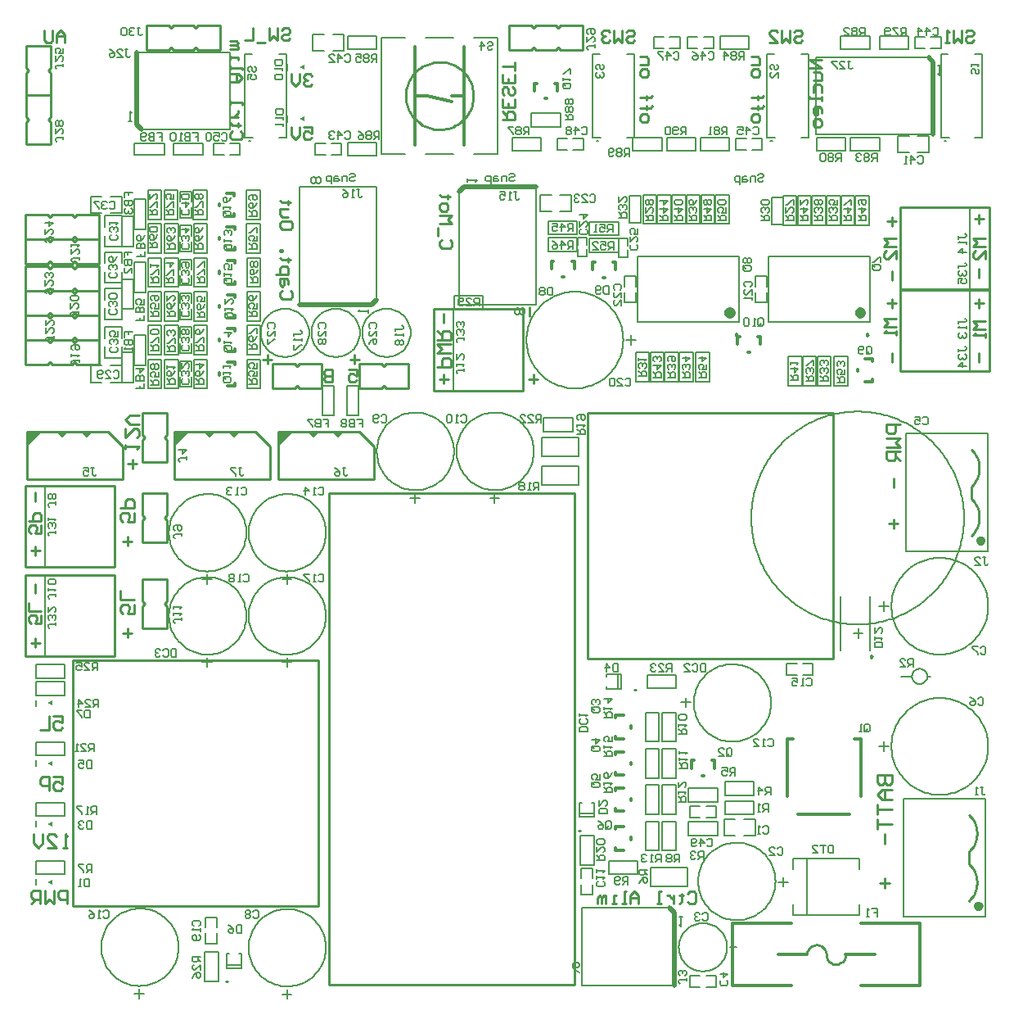
<source format=gbo>
G04*
G04 #@! TF.GenerationSoftware,Altium Limited,Altium Designer,18.1.9 (240)*
G04*
G04 Layer_Color=32896*
%FSLAX25Y25*%
%MOIN*%
G70*
G01*
G75*
%ADD10C,0.01000*%
%ADD36C,0.01968*%
%ADD127C,0.00984*%
%ADD128C,0.02362*%
%ADD129C,0.00500*%
%ADD130C,0.00787*%
%ADD131C,0.00591*%
%ADD132C,0.01200*%
%ADD133C,0.01181*%
%ADD134C,0.00600*%
%ADD135C,0.00800*%
%ADD136C,0.00700*%
G36*
X114189Y374813D02*
X112189Y375813D01*
X114189Y376813D01*
Y374813D01*
D02*
G37*
G36*
X114127Y353823D02*
X112127Y354823D01*
X114127Y355823D01*
Y353823D01*
D02*
G37*
G36*
X128032Y225020D02*
X125531Y227520D01*
X130532D01*
X128032Y225020D01*
D02*
G37*
G36*
X118032D02*
X115532Y227520D01*
X120531D01*
X118032Y225020D01*
D02*
G37*
G36*
X85709D02*
X83209Y227520D01*
X88209D01*
X85709Y225020D01*
D02*
G37*
G36*
X75709D02*
X73209Y227520D01*
X78209D01*
X75709Y225020D01*
D02*
G37*
G36*
X25669Y225020D02*
X23169Y227520D01*
X28169D01*
X25669Y225020D01*
D02*
G37*
G36*
X15669D02*
X13169Y227520D01*
X18169D01*
X15669Y225020D01*
D02*
G37*
G36*
X103532Y221520D02*
X103532Y227520D01*
X109531D01*
X103532Y221520D01*
D02*
G37*
G36*
X61209D02*
Y227520D01*
X67209D01*
X61209Y221520D01*
D02*
G37*
G36*
X1169Y221520D02*
X1169Y227520D01*
X7169D01*
X1169Y221520D01*
D02*
G37*
G36*
X11669Y116126D02*
X9669Y117126D01*
X11669Y118126D01*
Y116126D01*
D02*
G37*
G36*
X11669Y91520D02*
X9669Y92520D01*
X11669Y93520D01*
Y91520D01*
D02*
G37*
G36*
Y66913D02*
X9669Y67913D01*
X11669Y68913D01*
Y66913D01*
D02*
G37*
G36*
X11669Y43291D02*
X9669Y44291D01*
X11669Y45291D01*
X11669Y43291D01*
D02*
G37*
D10*
X183071Y364173D02*
X183035Y365167D01*
X182927Y366157D01*
X182749Y367135D01*
X182500Y368099D01*
X182182Y369042D01*
X181797Y369959D01*
X181347Y370846D01*
X180834Y371699D01*
X180261Y372512D01*
X179631Y373282D01*
X178947Y374004D01*
X178212Y374675D01*
X177431Y375292D01*
X176607Y375850D01*
X175746Y376348D01*
X174850Y376782D01*
X173926Y377150D01*
X172978Y377450D01*
X172010Y377682D01*
X171028Y377843D01*
X170037Y377933D01*
X169043Y377951D01*
X168049Y377897D01*
X167062Y377771D01*
X166087Y377575D01*
X165128Y377309D01*
X164191Y376974D01*
X163281Y376573D01*
X162402Y376107D01*
X161558Y375578D01*
X160756Y374991D01*
X159997Y374347D01*
X159288Y373649D01*
X158630Y372903D01*
X158028Y372111D01*
X157484Y371277D01*
X157002Y370407D01*
X156585Y369504D01*
X156233Y368573D01*
X155950Y367619D01*
X155736Y366648D01*
X155593Y365663D01*
X155521Y364671D01*
Y363676D01*
X155593Y362683D01*
X155736Y361699D01*
X155950Y360727D01*
X156233Y359773D01*
X156585Y358843D01*
X157002Y357940D01*
X157484Y357069D01*
X158028Y356236D01*
X158630Y355444D01*
X159287Y354697D01*
X159997Y354000D01*
X160756Y353356D01*
X161558Y352768D01*
X162401Y352240D01*
X163281Y351774D01*
X164191Y351372D01*
X165128Y351038D01*
X166087Y350771D01*
X167062Y350575D01*
X168049Y350450D01*
X169043Y350396D01*
X170037Y350414D01*
X171028Y350504D01*
X172010Y350665D01*
X172978Y350896D01*
X173926Y351197D01*
X174850Y351565D01*
X175746Y351999D01*
X176607Y352496D01*
X177431Y353055D01*
X178212Y353671D01*
X178947Y354342D01*
X179631Y355064D01*
X180261Y355834D01*
X180834Y356647D01*
X181347Y357500D01*
X181797Y358387D01*
X182182Y359305D01*
X182500Y360248D01*
X182749Y361211D01*
X182927Y362190D01*
X183035Y363179D01*
X183071Y364173D01*
X385984Y185256D02*
X386644Y185980D01*
X387235Y186762D01*
X387750Y187595D01*
X388187Y188472D01*
X388541Y189385D01*
X388809Y190328D01*
X388989Y191290D01*
X389079Y192266D01*
Y193246D01*
X388989Y194221D01*
X388809Y195184D01*
X388541Y196127D01*
X388187Y197040D01*
X387750Y197917D01*
X387235Y198750D01*
X386644Y199532D01*
X385984Y200256D01*
Y205256D02*
X386644Y205980D01*
X387235Y206762D01*
X387750Y207595D01*
X388187Y208472D01*
X388541Y209385D01*
X388809Y210328D01*
X388989Y211291D01*
X389079Y212266D01*
Y213246D01*
X388989Y214221D01*
X388809Y215184D01*
X388541Y216127D01*
X388187Y217040D01*
X387750Y217917D01*
X387235Y218750D01*
X386644Y219532D01*
X385984Y220256D01*
X385000Y56634D02*
X385660Y57358D01*
X386250Y58140D01*
X386766Y58973D01*
X387203Y59850D01*
X387557Y60763D01*
X387825Y61705D01*
X388005Y62669D01*
X388095Y63644D01*
Y64624D01*
X388005Y65599D01*
X387825Y66562D01*
X387557Y67505D01*
X387203Y68418D01*
X386766Y69295D01*
X386250Y70128D01*
X385660Y70910D01*
X385000Y71634D01*
Y36634D02*
X385660Y37358D01*
X386250Y38140D01*
X386766Y38973D01*
X387203Y39850D01*
X387557Y40763D01*
X387825Y41706D01*
X388005Y42669D01*
X388095Y43644D01*
Y44624D01*
X388005Y45599D01*
X387825Y46562D01*
X387557Y47505D01*
X387203Y48418D01*
X386766Y49295D01*
X386250Y50128D01*
X385660Y50910D01*
X385000Y51634D01*
X326772Y14764D02*
X326638Y15783D01*
X326244Y16732D01*
X325619Y17548D01*
X324803Y18173D01*
X323854Y18567D01*
X322835Y18701D01*
X321816Y18567D01*
X320866Y18173D01*
X320051Y17548D01*
X319425Y16732D01*
X319032Y15783D01*
X318898Y14764D01*
X326772D02*
X326906Y13745D01*
X327299Y12795D01*
X327925Y11980D01*
X328740Y11354D01*
X329690Y10961D01*
X330709Y10827D01*
X331728Y10961D01*
X332677Y11354D01*
X333492Y11980D01*
X334118Y12795D01*
X334511Y13745D01*
X334646Y14764D01*
X21748Y315669D02*
X30748Y315669D01*
X20748Y314669D02*
X21748Y315669D01*
X19748Y315669D02*
X20748Y314669D01*
X11748Y315669D02*
X19748D01*
X10748Y314669D02*
X11748Y315669D01*
X9748Y315669D02*
X10748Y314669D01*
X748Y315669D02*
X9748Y315669D01*
X748Y305669D02*
Y315669D01*
Y305669D02*
X9748D01*
X10748Y306669D01*
X11748Y305669D01*
X19748D01*
X20748Y306669D01*
X21748Y305669D01*
X30748D01*
Y315669D01*
X21748Y294961D02*
X30748Y294961D01*
X20748Y293961D02*
X21748Y294961D01*
X19748Y294961D02*
X20748Y293961D01*
X11748Y294961D02*
X19748D01*
X10748Y293961D02*
X11748Y294961D01*
X9748Y294961D02*
X10748Y293961D01*
X748Y294961D02*
X9748Y294961D01*
X748Y284961D02*
Y294961D01*
Y284961D02*
X9748Y284961D01*
X10748Y285961D01*
X11748Y284961D01*
X19748D01*
X20748Y285961D01*
X21748Y284961D01*
X30748Y284961D01*
Y294961D01*
X21748Y274961D02*
X30748Y274961D01*
X20748Y273961D02*
X21748Y274961D01*
X19748D02*
X20748Y273961D01*
X11748Y274961D02*
X19748D01*
X10748Y273961D02*
X11748Y274961D01*
X9748D02*
X10748Y273961D01*
X748Y274961D02*
X9748Y274961D01*
X748Y264961D02*
Y274961D01*
Y264961D02*
X9748Y264961D01*
X10748Y265961D01*
X11748Y264961D01*
X19748D01*
X20748Y265961D01*
X21748Y264961D01*
X30748Y264961D01*
Y274961D01*
X21748Y264843D02*
X30748Y264843D01*
X20748Y263843D02*
X21748Y264843D01*
X19748Y264843D02*
X20748Y263843D01*
X11748Y264843D02*
X19748D01*
X10748Y263843D02*
X11748Y264843D01*
X9748Y264843D02*
X10748Y263843D01*
X748Y264843D02*
X9748Y264843D01*
X748Y254842D02*
Y264843D01*
Y254842D02*
X9748Y254842D01*
X10748Y255842D01*
X11748Y254842D01*
X19748D01*
X20748Y255842D01*
X21748Y254842D01*
X30748Y254842D01*
Y264843D01*
X166929Y277362D02*
X203150D01*
X166929Y244291D02*
Y277362D01*
Y244291D02*
X203150D01*
Y277362D01*
X356890Y252165D02*
X393110Y252165D01*
Y285236D01*
X356890Y285236D02*
X393110Y285236D01*
X356890Y252165D02*
Y285236D01*
Y285630D02*
Y318701D01*
X393110Y318701D01*
Y285630D02*
Y318701D01*
X356890Y285630D02*
X393110Y285630D01*
X136653Y245000D02*
X145653D01*
X146653Y246000D01*
X147653Y245000D01*
X156653D01*
Y255000D01*
X136653Y245000D02*
Y255000D01*
X145653D01*
X146653Y254000D01*
X147653Y255000D01*
X156653D01*
X19882Y34646D02*
X119882D01*
X19882D02*
Y134646D01*
X119882D01*
Y34646D02*
Y134646D01*
X36811Y136024D02*
Y169095D01*
X591Y136024D02*
X36811D01*
X591D02*
Y169095D01*
X36811D01*
X591Y205512D02*
X36811D01*
X591Y172441D02*
Y205512D01*
Y172441D02*
X36811D01*
Y205512D01*
X58150Y215197D02*
Y224197D01*
X57150Y225197D02*
X58150Y224197D01*
X57150Y225197D02*
X58150Y226197D01*
Y235197D01*
X48150D02*
X58150D01*
X48150Y215197D02*
X58150D01*
X48150D02*
Y224197D01*
X49150Y225197D01*
X48150Y226197D02*
X49150Y225197D01*
X48150Y226197D02*
Y235197D01*
X94209Y227520D02*
X100209Y221520D01*
X61209Y227520D02*
X94209D01*
X61209Y208020D02*
Y227520D01*
Y208020D02*
X100209D01*
Y221520D01*
X124213Y202362D02*
X224213D01*
X124213Y2362D02*
Y202362D01*
X224213Y2362D02*
Y202362D01*
X124213Y2412D02*
X224213D01*
X128513D02*
X129163D01*
X329528Y135039D02*
Y235039D01*
X229528D02*
X329528D01*
X229528Y135039D02*
Y235039D01*
Y135039D02*
X329528D01*
X385984Y200256D02*
Y205256D01*
X385000Y51634D02*
Y56634D01*
X905Y355331D02*
Y364331D01*
Y355331D02*
X1905Y354331D01*
X905Y353331D02*
X1905Y354331D01*
X905Y344331D02*
Y353331D01*
Y344331D02*
X10905D01*
X905Y364331D02*
X10905D01*
Y355331D02*
Y364331D01*
X9905Y354331D02*
X10905Y355331D01*
X9905Y354331D02*
X10905Y353331D01*
Y344331D02*
Y353331D01*
X70961Y392795D02*
X79961D01*
X69961Y391795D02*
X70961Y392795D01*
X68961D02*
X69961Y391795D01*
X60961Y392795D02*
X68961D01*
X59961Y391795D02*
X60961Y392795D01*
X58961D02*
X59961Y391795D01*
X49961Y392795D02*
X58961D01*
X49961Y382795D02*
Y392795D01*
Y382795D02*
X58961D01*
X59961Y383795D01*
X60961Y382795D01*
X68961D01*
X69961Y383795D01*
X70961Y382795D01*
X79961D01*
Y392795D01*
X34169Y227520D02*
X40169Y221520D01*
X1169Y227520D02*
X34169D01*
X1169Y208020D02*
X1169Y227520D01*
X1169Y208020D02*
X40169D01*
X40169Y221520D01*
X136531Y227520D02*
X142532Y221520D01*
X103532Y227520D02*
X136531D01*
X103532Y208020D02*
X103532Y227520D01*
X103532Y208020D02*
X142532D01*
Y221520D01*
X48150Y193362D02*
Y202362D01*
Y193362D02*
X49150Y192362D01*
X48150Y191362D02*
X49150Y192362D01*
X48150Y182362D02*
Y191362D01*
Y182362D02*
X58150D01*
X48150Y202362D02*
X58150D01*
Y193362D02*
Y202362D01*
X57150Y192362D02*
X58150Y193362D01*
X57150Y192362D02*
X58150Y191362D01*
Y182362D02*
Y191362D01*
X48150Y158480D02*
Y167480D01*
Y158480D02*
X49150Y157480D01*
X48150Y156480D02*
X49150Y157480D01*
X48150Y147480D02*
Y156480D01*
Y147480D02*
X58150D01*
X48150Y167480D02*
X58150D01*
Y158480D02*
Y167480D01*
X57150Y157480D02*
X58150Y158480D01*
X57150Y157480D02*
X58150Y156480D01*
Y147480D02*
Y156480D01*
X112221Y255000D02*
X121221D01*
X111221Y254000D02*
X112221Y255000D01*
X110221D02*
X111221Y254000D01*
X101221Y255000D02*
X110221D01*
X101221Y245000D02*
Y255000D01*
X121221Y245000D02*
Y255000D01*
X112221Y245000D02*
X121221D01*
X111221Y246000D02*
X112221Y245000D01*
X110221D02*
X111221Y246000D01*
X101221Y245000D02*
X110221D01*
X30748Y274961D02*
Y284961D01*
X21748Y274961D02*
X30748Y274961D01*
X20748Y275961D02*
X21748Y274961D01*
X19748D02*
X20748Y275961D01*
X11748Y274961D02*
X19748D01*
X10748Y275961D02*
X11748Y274961D01*
X9748D02*
X10748Y275961D01*
X748Y274961D02*
X9748Y274961D01*
X748Y274961D02*
Y284961D01*
X9748Y284961D01*
X10748Y283961D01*
X11748Y284961D01*
X19748D01*
X20748Y283961D01*
X21748Y284961D01*
X30748Y284961D01*
Y295669D02*
Y305669D01*
X21748Y295669D02*
X30748Y295669D01*
X20748Y296669D02*
X21748Y295669D01*
X19748Y295669D02*
X20748Y296669D01*
X11748Y295669D02*
X19748D01*
X10748Y296669D02*
X11748Y295669D01*
X9748Y295669D02*
X10748Y296669D01*
X748Y295669D02*
X9748Y295669D01*
X748Y295669D02*
Y305669D01*
X9748Y305669D01*
X10748Y304669D01*
X11748Y305669D01*
X19748D01*
X20748Y304669D01*
X21748Y305669D01*
X30748Y305669D01*
X10905Y364331D02*
Y373331D01*
X9905Y374331D02*
X10905Y373331D01*
X9905Y374331D02*
X10905Y375331D01*
Y384331D01*
X905D02*
X10905D01*
X905Y364331D02*
X10905D01*
X905D02*
Y373331D01*
X1905Y374331D01*
X905Y375331D02*
X1905Y374331D01*
X905Y375331D02*
Y384331D01*
X227598Y382795D02*
Y392795D01*
X218598Y382795D02*
X227598D01*
X217598Y383795D02*
X218598Y382795D01*
X216598D02*
X217598Y383795D01*
X208598Y382795D02*
X216598D01*
X207598Y383795D02*
X208598Y382795D01*
X206598D02*
X207598Y383795D01*
X197598Y382795D02*
X206598D01*
X197598D02*
Y392795D01*
X206598D01*
X207598Y391795D01*
X208598Y392795D01*
X216598D01*
X217598Y391795D01*
X218598Y392795D01*
X227598D01*
X16732Y385827D02*
Y389159D01*
X15066Y390825D01*
X13400Y389159D01*
Y385827D01*
Y388326D01*
X16732D01*
X11734Y390825D02*
Y386660D01*
X10901Y385827D01*
X9235D01*
X8402Y386660D01*
Y390825D01*
X324803Y378937D02*
X319805D01*
X324803Y375605D01*
X319805D01*
X321471Y373939D02*
X323970D01*
X324803Y373106D01*
Y370606D01*
X321471D01*
Y365608D02*
Y368107D01*
X322304Y368940D01*
X323970D01*
X324803Y368107D01*
Y365608D01*
Y363942D02*
Y362276D01*
Y363109D01*
X319805D01*
Y363942D01*
X324803Y357277D02*
Y358944D01*
X323970Y359776D01*
X322304D01*
X321471Y358944D01*
Y357277D01*
X322304Y356444D01*
X323137D01*
Y359776D01*
X324803Y353945D02*
Y352279D01*
X323970Y351446D01*
X322304D01*
X321471Y352279D01*
Y353945D01*
X322304Y354778D01*
X323970D01*
X324803Y353945D01*
X88120Y349789D02*
X88953Y348956D01*
Y347290D01*
X88120Y346457D01*
X84787D01*
X83954Y347290D01*
Y348956D01*
X84787Y349789D01*
X88120Y352288D02*
X87287D01*
Y351455D01*
Y353121D01*
Y352288D01*
X84787D01*
X83954Y353121D01*
X87287Y355620D02*
X83954D01*
X85620D01*
X86454Y356453D01*
X87287Y357287D01*
Y358120D01*
X83954Y360619D02*
Y362285D01*
Y361452D01*
X88953D01*
Y360619D01*
X83954Y369782D02*
X87287D01*
X88953Y371449D01*
X87287Y373115D01*
X83954D01*
X86454D01*
Y369782D01*
X83954Y374781D02*
Y376447D01*
Y375614D01*
X88953D01*
Y374781D01*
X83954Y378946D02*
Y380612D01*
Y379779D01*
X87287D01*
Y378946D01*
X83954Y383112D02*
X87287D01*
Y383945D01*
X86454Y384778D01*
X83954D01*
X86454D01*
X87287Y385611D01*
X86454Y386444D01*
X83954D01*
X132101Y252750D02*
X135433D01*
Y250251D01*
X133767Y251084D01*
X132934D01*
X132101Y250251D01*
Y248585D01*
X132934Y247751D01*
X134600D01*
X135433Y248585D01*
X125436Y252750D02*
Y247751D01*
X122937D01*
X122104Y248585D01*
Y249418D01*
X122937Y250251D01*
X125436D01*
X122937D01*
X122104Y251084D01*
Y251917D01*
X122937Y252750D01*
X125436D01*
X99206Y255000D02*
Y258665D01*
X101039Y256833D02*
X97373D01*
X134639Y255000D02*
Y258665D01*
X136472Y256833D02*
X132806D01*
X117323Y372310D02*
X116490Y373143D01*
X114824D01*
X113991Y372310D01*
Y371477D01*
X114824Y370643D01*
X115657D01*
X114824D01*
X113991Y369810D01*
Y368977D01*
X114824Y368144D01*
X116490D01*
X117323Y368977D01*
X112325Y373143D02*
Y369810D01*
X110658Y368144D01*
X108992Y369810D01*
Y373143D01*
X113794Y351455D02*
X117126D01*
Y348956D01*
X115460Y349789D01*
X114627D01*
X113794Y348956D01*
Y347290D01*
X114627Y346457D01*
X116293D01*
X117126Y347290D01*
X112128Y351455D02*
Y348123D01*
X110461Y346457D01*
X108795Y348123D01*
Y351455D01*
X296260Y354180D02*
Y355846D01*
X297093Y356679D01*
X298759D01*
X299592Y355846D01*
Y354180D01*
X298759Y353346D01*
X297093D01*
X296260Y354180D01*
Y359178D02*
X300425D01*
X298759D01*
Y358345D01*
Y360011D01*
Y359178D01*
X300425D01*
X301258Y360011D01*
X296260Y363343D02*
X300425D01*
X298759D01*
Y362510D01*
Y364176D01*
Y363343D01*
X300425D01*
X301258Y364176D01*
X296260Y372507D02*
Y374173D01*
X297093Y375006D01*
X298759D01*
X299592Y374173D01*
Y372507D01*
X298759Y371674D01*
X297093D01*
X296260Y372507D01*
Y376672D02*
X299592D01*
Y379171D01*
X298759Y380005D01*
X296260D01*
X250984Y354180D02*
Y355846D01*
X251817Y356679D01*
X253483D01*
X254316Y355846D01*
Y354180D01*
X253483Y353346D01*
X251817D01*
X250984Y354180D01*
Y359178D02*
X255150D01*
X253483D01*
Y358345D01*
Y360011D01*
Y359178D01*
X255150D01*
X255983Y360011D01*
X250984Y363343D02*
X255150D01*
X253483D01*
Y362510D01*
Y364176D01*
Y363343D01*
X255150D01*
X255983Y364176D01*
X250984Y372507D02*
Y374173D01*
X251817Y375006D01*
X253483D01*
X254316Y374173D01*
Y372507D01*
X253483Y371674D01*
X251817D01*
X250984Y372507D01*
Y376672D02*
X254316D01*
Y379171D01*
X253483Y380005D01*
X250984D01*
X104936Y390976D02*
X105769Y391809D01*
X107435D01*
X108268Y390976D01*
Y390143D01*
X107435Y389310D01*
X105769D01*
X104936Y388477D01*
Y387644D01*
X105769Y386811D01*
X107435D01*
X108268Y387644D01*
X103269Y391809D02*
Y386811D01*
X101603Y388477D01*
X99937Y386811D01*
Y391809D01*
X98271Y385978D02*
X94939D01*
X93273Y391809D02*
Y386811D01*
X89940D01*
X194882Y354331D02*
X199880D01*
Y356830D01*
X199047Y357663D01*
X197381D01*
X196548Y356830D01*
Y354331D01*
Y355997D02*
X194882Y357663D01*
X199880Y362661D02*
Y359329D01*
X194882D01*
Y362661D01*
X197381Y359329D02*
Y360995D01*
X199047Y367660D02*
X199880Y366827D01*
Y365160D01*
X199047Y364328D01*
X198214D01*
X197381Y365160D01*
Y366827D01*
X196548Y367660D01*
X195715D01*
X194882Y366827D01*
Y365160D01*
X195715Y364328D01*
X199880Y372658D02*
Y369326D01*
X194882D01*
Y372658D01*
X197381Y369326D02*
Y370992D01*
X199880Y374324D02*
Y377657D01*
Y375990D01*
X194882D01*
X245290Y389992D02*
X246123Y390825D01*
X247789D01*
X248622Y389992D01*
Y389159D01*
X247789Y388326D01*
X246123D01*
X245290Y387493D01*
Y386660D01*
X246123Y385827D01*
X247789D01*
X248622Y386660D01*
X243624Y390825D02*
Y385827D01*
X241957Y387493D01*
X240291Y385827D01*
Y390825D01*
X238625Y389992D02*
X237792Y390825D01*
X236126D01*
X235293Y389992D01*
Y389159D01*
X236126Y388326D01*
X236959D01*
X236126D01*
X235293Y387493D01*
Y386660D01*
X236126Y385827D01*
X237792D01*
X238625Y386660D01*
X313597Y389992D02*
X314430Y390825D01*
X316096D01*
X316929Y389992D01*
Y389159D01*
X316096Y388326D01*
X314430D01*
X313597Y387493D01*
Y386660D01*
X314430Y385827D01*
X316096D01*
X316929Y386660D01*
X311931Y390825D02*
Y385827D01*
X310265Y387493D01*
X308598Y385827D01*
Y390825D01*
X303600Y385827D02*
X306932D01*
X303600Y389159D01*
Y389992D01*
X304433Y390825D01*
X306099D01*
X306932Y389992D01*
X383479D02*
X384312Y390825D01*
X385978D01*
X386811Y389992D01*
Y389159D01*
X385978Y388326D01*
X384312D01*
X383479Y387493D01*
Y386660D01*
X384312Y385827D01*
X385978D01*
X386811Y386660D01*
X381813Y390825D02*
Y385827D01*
X380147Y387493D01*
X378480Y385827D01*
Y390825D01*
X376814Y385827D02*
X375148D01*
X375981D01*
Y390825D01*
X376814Y389992D01*
X353550Y281496D02*
Y277831D01*
X351717Y279663D02*
X355383D01*
X353550Y259503D02*
Y255838D01*
Y314961D02*
Y311295D01*
X351717Y313128D02*
X355383D01*
X353550Y292968D02*
Y289302D01*
X388983Y281496D02*
Y277831D01*
X387150Y279663D02*
X390816D01*
X388983Y259503D02*
Y255838D01*
Y315945D02*
Y312279D01*
X387150Y314112D02*
X390816D01*
X388983Y293952D02*
Y290286D01*
X391732Y306102D02*
X386734D01*
X388400Y304436D01*
X386734Y302770D01*
X391732D01*
Y297772D02*
Y301104D01*
X388400Y297772D01*
X387567D01*
X386734Y298605D01*
Y300271D01*
X387567Y301104D01*
X355315Y306102D02*
X350317D01*
X351983Y304436D01*
X350317Y302770D01*
X355315D01*
Y297772D02*
Y301104D01*
X351983Y297772D01*
X351150D01*
X350317Y298605D01*
Y300271D01*
X351150Y301104D01*
X355315Y273622D02*
X350317D01*
X351983Y271956D01*
X350317Y270290D01*
X355315D01*
Y268624D02*
Y266957D01*
Y267791D01*
X350317D01*
X351150Y268624D01*
X391732Y272638D02*
X386734D01*
X388400Y270972D01*
X386734Y269305D01*
X391732D01*
Y267639D02*
Y265973D01*
Y266806D01*
X386734D01*
X387567Y267639D01*
X6967Y152939D02*
Y149606D01*
X4468D01*
X5301Y151272D01*
Y152105D01*
X4468Y152939D01*
X2802D01*
X1969Y152105D01*
Y150439D01*
X2802Y149606D01*
X6967Y154605D02*
X1969D01*
Y157937D01*
X4718Y139764D02*
Y143429D01*
X6550Y141596D02*
X2885D01*
X4718Y161757D02*
Y165422D01*
Y177165D02*
Y180831D01*
X6550Y178998D02*
X2885D01*
X4718Y199158D02*
Y202824D01*
X6967Y189356D02*
Y186024D01*
X4468D01*
X5301Y187690D01*
Y188523D01*
X4468Y189356D01*
X2802D01*
X1969Y188523D01*
Y186857D01*
X2802Y186024D01*
X1969Y191022D02*
X6967D01*
Y193521D01*
X6134Y194354D01*
X4468D01*
X3635Y193521D01*
Y191022D01*
X171056Y271654D02*
Y275319D01*
Y247047D02*
Y250713D01*
X172889Y248880D02*
X169223D01*
X205899Y274606D02*
Y278272D01*
X207473Y247047D02*
Y250713D01*
X209306Y248880D02*
X205641D01*
X168307Y253937D02*
X173805D01*
Y256686D01*
X172889Y257603D01*
X171056D01*
X170140Y256686D01*
Y253937D01*
X173805Y259435D02*
X168307D01*
X170140Y261268D01*
X168307Y263101D01*
X173805D01*
X168307Y264933D02*
X173805D01*
Y267683D01*
X172889Y268599D01*
X171056D01*
X170140Y267683D01*
Y264933D01*
Y266766D02*
X168307Y268599D01*
X108496Y284828D02*
X109329Y283995D01*
Y282329D01*
X108496Y281496D01*
X105164D01*
X104331Y282329D01*
Y283995D01*
X105164Y284828D01*
X107663Y287328D02*
Y288994D01*
X106830Y289827D01*
X104331D01*
Y287328D01*
X105164Y286494D01*
X105997Y287328D01*
Y289827D01*
X102665Y291493D02*
X107663D01*
Y293992D01*
X106830Y294825D01*
X105164D01*
X104331Y293992D01*
Y291493D01*
X108496Y297324D02*
X107663D01*
Y296491D01*
Y298157D01*
Y297324D01*
X105164D01*
X104331Y298157D01*
Y300657D02*
X105164D01*
Y301490D01*
X104331D01*
Y300657D01*
X109329Y312319D02*
Y310653D01*
X108496Y309820D01*
X105164D01*
X104331Y310653D01*
Y312319D01*
X105164Y313153D01*
X108496D01*
X109329Y312319D01*
X107663Y314819D02*
X105164D01*
X104331Y315652D01*
Y318151D01*
X107663D01*
X108496Y320650D02*
X107663D01*
Y319817D01*
Y321483D01*
Y320650D01*
X105164D01*
X104331Y321483D01*
X173457Y305498D02*
X174290Y304664D01*
Y302998D01*
X173457Y302165D01*
X170124D01*
X169291Y302998D01*
Y304664D01*
X170124Y305498D01*
X168458Y307164D02*
Y310496D01*
X169291Y312162D02*
X174290D01*
X172624Y313828D01*
X174290Y315494D01*
X169291D01*
Y317994D02*
Y319660D01*
X170124Y320493D01*
X171791D01*
X172624Y319660D01*
Y317994D01*
X171791Y317161D01*
X170124D01*
X169291Y317994D01*
X173457Y322992D02*
X172624D01*
Y322159D01*
Y323825D01*
Y322992D01*
X170124D01*
X169291Y323825D01*
X270290Y39598D02*
X271123Y40431D01*
X272789D01*
X273622Y39598D01*
Y36266D01*
X272789Y35433D01*
X271123D01*
X270290Y36266D01*
X267791Y39598D02*
Y38765D01*
X268624D01*
X266957D01*
X267791D01*
Y36266D01*
X266957Y35433D01*
X264458Y38765D02*
Y35433D01*
Y37099D01*
X263625Y37932D01*
X262792Y38765D01*
X261959D01*
X259460Y35433D02*
X257794D01*
X258627D01*
Y40431D01*
X259460D01*
X250296Y35433D02*
Y38765D01*
X248630Y40431D01*
X246964Y38765D01*
Y35433D01*
Y37932D01*
X250296D01*
X245298Y35433D02*
X243632D01*
X244465D01*
Y40431D01*
X245298D01*
X241133Y35433D02*
X239466D01*
X240300D01*
Y38765D01*
X241133D01*
X236967Y35433D02*
Y38765D01*
X236134D01*
X235301Y37932D01*
Y35433D01*
Y37932D01*
X234468Y38765D01*
X233635Y37932D01*
Y35433D01*
X42119Y143701D02*
Y147366D01*
X43952Y145534D02*
X40286D01*
X42119Y181102D02*
Y184768D01*
X43952Y182935D02*
X40286D01*
X44088Y212598D02*
Y216264D01*
X45920Y214431D02*
X42255D01*
X347742Y87941D02*
X353740D01*
Y84942D01*
X352741Y83942D01*
X351741D01*
X350741Y84942D01*
Y87941D01*
Y84942D01*
X349742Y83942D01*
X348742D01*
X347742Y84942D01*
Y87941D01*
X353740Y81943D02*
X349742D01*
X347742Y79944D01*
X349742Y77944D01*
X353740D01*
X350741D01*
Y81943D01*
X347742Y75945D02*
Y71946D01*
Y73945D01*
X353740D01*
X347742Y69947D02*
Y65948D01*
Y67947D01*
X353740D01*
X350741Y63949D02*
Y59950D01*
Y45954D02*
Y41956D01*
X348742Y43955D02*
X352741D01*
X356890Y230315D02*
X351392D01*
Y227566D01*
X352308Y226649D01*
X354141D01*
X355057Y227566D01*
Y230315D01*
X351392Y224817D02*
X356890D01*
X355057Y222984D01*
X356890Y221151D01*
X351392D01*
X356890Y219319D02*
X351392D01*
Y216569D01*
X352308Y215653D01*
X354141D01*
X355057Y216569D01*
Y219319D01*
Y217486D02*
X356890Y215653D01*
X354141Y208322D02*
Y204657D01*
Y191827D02*
Y188162D01*
X352308Y189995D02*
X355973D01*
X41339Y220472D02*
Y222305D01*
Y221389D01*
X46837D01*
X45920Y220472D01*
X41339Y228720D02*
Y225054D01*
X45004Y228720D01*
X45920D01*
X46837Y227803D01*
Y225971D01*
X45920Y225054D01*
X46837Y230553D02*
X43171D01*
X41339Y232385D01*
X43171Y234218D01*
X46837D01*
X44868Y194610D02*
Y190945D01*
X42119D01*
X43036Y192778D01*
Y193694D01*
X42119Y194610D01*
X40286D01*
X39370Y193694D01*
Y191861D01*
X40286Y190945D01*
X39370Y196443D02*
X44868D01*
Y199192D01*
X43952Y200109D01*
X42119D01*
X41203Y199192D01*
Y196443D01*
X44868Y157209D02*
Y153543D01*
X42119D01*
X43036Y155376D01*
Y156292D01*
X42119Y157209D01*
X40286D01*
X39370Y156292D01*
Y154460D01*
X40286Y153543D01*
X44868Y159042D02*
X39370D01*
Y162707D01*
X17717Y35433D02*
Y40931D01*
X14967D01*
X14051Y40015D01*
Y38182D01*
X14967Y37266D01*
X17717D01*
X12218Y40931D02*
Y35433D01*
X10386Y37266D01*
X8553Y35433D01*
Y40931D01*
X6720Y35433D02*
Y40931D01*
X3971D01*
X3055Y40015D01*
Y38182D01*
X3971Y37266D01*
X6720D01*
X4887D02*
X3055Y35433D01*
X17717Y58258D02*
X15884D01*
X16800D01*
Y63756D01*
X17717Y62840D01*
X9469Y58258D02*
X13135D01*
X9469Y61923D01*
Y62840D01*
X10386Y63756D01*
X12218D01*
X13135Y62840D01*
X7637Y63756D02*
Y60091D01*
X5804Y58258D01*
X3971Y60091D01*
Y63756D01*
X12083Y87004D02*
X15748D01*
Y84255D01*
X13915Y85171D01*
X12999D01*
X12083Y84255D01*
Y82422D01*
X12999Y81506D01*
X14832D01*
X15748Y82422D01*
X10250Y81506D02*
Y87004D01*
X7501D01*
X6584Y86088D01*
Y84255D01*
X7501Y83339D01*
X10250D01*
X12083Y111797D02*
X15748D01*
Y109048D01*
X13915Y109965D01*
X12999D01*
X12083Y109048D01*
Y107216D01*
X12999Y106299D01*
X14832D01*
X15748Y107216D01*
X10250Y111797D02*
Y106299D01*
X6584D01*
D36*
X390748Y183071D02*
X390256Y183923D01*
X389272D01*
X388779Y183071D01*
X389272Y182219D01*
X390256D01*
X390748Y183071D01*
X389764Y34449D02*
X389272Y35301D01*
X388287D01*
X387795Y34449D01*
X388287Y33596D01*
X389272D01*
X389764Y34449D01*
X179134Y327087D02*
X208661D01*
X177165Y325118D02*
X179134Y327087D01*
X368425Y379921D02*
X370394Y377953D01*
Y348425D02*
Y377953D01*
X112205Y279213D02*
X141732D01*
X143701Y281181D01*
X46024Y352362D02*
Y381890D01*
Y352362D02*
X47992Y350394D01*
X263032Y33661D02*
X265000Y31693D01*
Y2165D02*
Y31693D01*
D127*
X290748Y266929D02*
X290010Y267355D01*
Y266503D01*
X290748Y266929D01*
X343898D02*
X343159Y267355D01*
Y266503D01*
X343898Y266929D01*
X82874Y3701D02*
X82087D01*
X82874D01*
X249213Y122638D02*
X248425D01*
X249213D01*
X226575Y65158D02*
X225787D01*
X226575D01*
X345571Y136024D02*
X344833Y136450D01*
Y135597D01*
X345571Y136024D01*
D128*
X288583Y275984D02*
X288138Y276908D01*
X287139Y277136D01*
X286337Y276497D01*
Y275472D01*
X287139Y274833D01*
X288138Y275061D01*
X288583Y275984D01*
X341732D02*
X341288Y276908D01*
X340288Y277136D01*
X339487Y276497D01*
Y275472D01*
X340288Y274833D01*
X341288Y275061D01*
X341732Y275984D01*
D129*
X244094Y264764D02*
X244069Y265761D01*
X243993Y266755D01*
X243867Y267745D01*
X243691Y268726D01*
X243466Y269698D01*
X243192Y270657D01*
X242869Y271601D01*
X242499Y272527D01*
X242083Y273433D01*
X241621Y274317D01*
X241115Y275177D01*
X240566Y276009D01*
X239976Y276813D01*
X239346Y277586D01*
X238677Y278326D01*
X237972Y279031D01*
X237232Y279700D01*
X236459Y280330D01*
X235655Y280921D01*
X234822Y281469D01*
X233963Y281975D01*
X233079Y282437D01*
X232172Y282854D01*
X231246Y283224D01*
X230302Y283546D01*
X229344Y283820D01*
X228372Y284046D01*
X227390Y284222D01*
X226401Y284348D01*
X225407Y284423D01*
X224409Y284449D01*
X223412Y284423D01*
X222418Y284348D01*
X221429Y284222D01*
X220447Y284046D01*
X219475Y283820D01*
X218516Y283546D01*
X217573Y283224D01*
X216647Y282854D01*
X215740Y282437D01*
X214856Y281975D01*
X213997Y281469D01*
X213164Y280921D01*
X212360Y280330D01*
X211587Y279700D01*
X210847Y279031D01*
X210142Y278326D01*
X209473Y277586D01*
X208843Y276813D01*
X208253Y276009D01*
X207704Y275176D01*
X207198Y274317D01*
X206736Y273433D01*
X206320Y272527D01*
X205950Y271601D01*
X205627Y270657D01*
X205353Y269698D01*
X205127Y268726D01*
X204951Y267745D01*
X204825Y266755D01*
X204750Y265761D01*
X204724Y264764D01*
X204750Y263767D01*
X204825Y262772D01*
X204951Y261783D01*
X205127Y260801D01*
X205353Y259830D01*
X205627Y258871D01*
X205950Y257927D01*
X206320Y257001D01*
X206736Y256095D01*
X207198Y255211D01*
X207704Y254351D01*
X208253Y253518D01*
X208843Y252714D01*
X209473Y251941D01*
X210142Y251201D01*
X210847Y250496D01*
X211587Y249828D01*
X212360Y249197D01*
X213164Y248607D01*
X213997Y248058D01*
X214856Y247552D01*
X215740Y247090D01*
X216647Y246674D01*
X217573Y246304D01*
X218516Y245982D01*
X219475Y245707D01*
X220447Y245482D01*
X221429Y245306D01*
X222418Y245180D01*
X223412Y245104D01*
X224410Y245079D01*
X225407Y245104D01*
X226401Y245180D01*
X227390Y245306D01*
X228372Y245482D01*
X229344Y245707D01*
X230303Y245982D01*
X231246Y246304D01*
X232172Y246674D01*
X233079Y247091D01*
X233963Y247552D01*
X234822Y248058D01*
X235655Y248607D01*
X236459Y249197D01*
X237232Y249828D01*
X237972Y250496D01*
X238677Y251202D01*
X239346Y251942D01*
X239976Y252714D01*
X240566Y253518D01*
X241115Y254351D01*
X241621Y255211D01*
X242083Y256095D01*
X242499Y257001D01*
X242869Y257927D01*
X243192Y258871D01*
X243466Y259830D01*
X243692Y260801D01*
X243867Y261783D01*
X243993Y262772D01*
X244069Y263767D01*
X244094Y264764D01*
X116142Y267717D02*
X116091Y268712D01*
X115940Y269698D01*
X115690Y270663D01*
X115344Y271598D01*
X114905Y272493D01*
X114378Y273339D01*
X113767Y274128D01*
X113080Y274850D01*
X112324Y275500D01*
X111505Y276069D01*
X110634Y276553D01*
X109718Y276946D01*
X108766Y277245D01*
X107790Y277446D01*
X106798Y277546D01*
X105801D01*
X104809Y277446D01*
X103832Y277245D01*
X102881Y276946D01*
X101965Y276553D01*
X101093Y276069D01*
X100275Y275500D01*
X99518Y274850D01*
X98831Y274128D01*
X98221Y273339D01*
X97693Y272493D01*
X97254Y271598D01*
X96908Y270663D01*
X96658Y269698D01*
X96507Y268712D01*
X96457Y267717D01*
X96507Y266721D01*
X96658Y265735D01*
X96908Y264770D01*
X97254Y263835D01*
X97693Y262940D01*
X98221Y262094D01*
X98831Y261305D01*
X99518Y260583D01*
X100275Y259933D01*
X101093Y259364D01*
X101965Y258880D01*
X102881Y258487D01*
X103832Y258188D01*
X104809Y257987D01*
X105801Y257887D01*
X106798D01*
X107790Y257987D01*
X108766Y258188D01*
X109718Y258487D01*
X110634Y258880D01*
X111506Y259364D01*
X112324Y259933D01*
X113080Y260583D01*
X113767Y261305D01*
X114378Y262094D01*
X114905Y262940D01*
X115344Y263835D01*
X115690Y264770D01*
X115940Y265735D01*
X116091Y266721D01*
X116142Y267717D01*
X136811D02*
X136760Y268712D01*
X136609Y269698D01*
X136360Y270663D01*
X136013Y271598D01*
X135574Y272493D01*
X135047Y273339D01*
X134437Y274128D01*
X133750Y274850D01*
X132993Y275500D01*
X132175Y276069D01*
X131303Y276553D01*
X130387Y276946D01*
X129436Y277245D01*
X128459Y277446D01*
X127467Y277546D01*
X126470D01*
X125478Y277446D01*
X124501Y277245D01*
X123550Y276946D01*
X122634Y276553D01*
X121762Y276069D01*
X120944Y275500D01*
X120187Y274850D01*
X119500Y274128D01*
X118890Y273339D01*
X118363Y272493D01*
X117924Y271598D01*
X117577Y270663D01*
X117327Y269698D01*
X117176Y268712D01*
X117126Y267717D01*
X117176Y266721D01*
X117327Y265735D01*
X117577Y264770D01*
X117924Y263835D01*
X118363Y262940D01*
X118890Y262094D01*
X119500Y261305D01*
X120187Y260583D01*
X120944Y259933D01*
X121762Y259364D01*
X122634Y258880D01*
X123550Y258487D01*
X124502Y258188D01*
X125478Y257987D01*
X126470Y257887D01*
X127467D01*
X128459Y257987D01*
X129436Y258188D01*
X130387Y258487D01*
X131303Y258880D01*
X132175Y259364D01*
X132993Y259933D01*
X133750Y260583D01*
X134437Y261305D01*
X135047Y262094D01*
X135574Y262940D01*
X136013Y263835D01*
X136360Y264770D01*
X136609Y265735D01*
X136760Y266721D01*
X136811Y267717D01*
X157480D02*
X157430Y268712D01*
X157279Y269698D01*
X157029Y270663D01*
X156683Y271598D01*
X156244Y272493D01*
X155716Y273339D01*
X155106Y274128D01*
X154419Y274850D01*
X153663Y275500D01*
X152844Y276069D01*
X151972Y276553D01*
X151056Y276946D01*
X150105Y277245D01*
X149128Y277446D01*
X148136Y277546D01*
X147139D01*
X146147Y277446D01*
X145171Y277245D01*
X144219Y276946D01*
X143303Y276553D01*
X142431Y276069D01*
X141613Y275500D01*
X140857Y274850D01*
X140170Y274128D01*
X139559Y273339D01*
X139032Y272493D01*
X138593Y271598D01*
X138247Y270663D01*
X137997Y269698D01*
X137846Y268712D01*
X137795Y267717D01*
X137846Y266721D01*
X137997Y265735D01*
X138247Y264770D01*
X138593Y263835D01*
X139032Y262940D01*
X139559Y262094D01*
X140170Y261305D01*
X140857Y260583D01*
X141613Y259933D01*
X142431Y259364D01*
X143303Y258880D01*
X144220Y258487D01*
X145171Y258188D01*
X146147Y257987D01*
X147139Y257887D01*
X148136D01*
X149128Y257987D01*
X150105Y258188D01*
X151056Y258487D01*
X151972Y258880D01*
X152844Y259364D01*
X153663Y259933D01*
X154419Y260583D01*
X155106Y261305D01*
X155716Y262094D01*
X156244Y262940D01*
X156683Y263835D01*
X157029Y264770D01*
X157279Y265735D01*
X157430Y266721D01*
X157480Y267717D01*
X123031Y17520D02*
X123000Y18519D01*
X122905Y19513D01*
X122747Y20500D01*
X122527Y21475D01*
X122245Y22434D01*
X121903Y23373D01*
X121503Y24288D01*
X121045Y25176D01*
X120531Y26034D01*
X119965Y26857D01*
X119347Y27642D01*
X118681Y28387D01*
X117969Y29088D01*
X117213Y29743D01*
X116418Y30348D01*
X115586Y30901D01*
X114721Y31401D01*
X113825Y31845D01*
X112904Y32231D01*
X111959Y32557D01*
X110996Y32824D01*
X110018Y33029D01*
X109029Y33171D01*
X108033Y33250D01*
X107034Y33266D01*
X106035Y33218D01*
X105042Y33107D01*
X104058Y32934D01*
X103087Y32698D01*
X102133Y32402D01*
X101199Y32045D01*
X100290Y31630D01*
X99410Y31158D01*
X98560Y30631D01*
X97746Y30051D01*
X96971Y29421D01*
X96237Y28743D01*
X95547Y28020D01*
X94905Y27255D01*
X94312Y26450D01*
X93772Y25609D01*
X93286Y24736D01*
X92857Y23833D01*
X92485Y22906D01*
X92173Y21956D01*
X91922Y20989D01*
X91733Y20008D01*
X91607Y19017D01*
X91543Y18019D01*
Y17020D01*
X91607Y16023D01*
X91733Y15032D01*
X91922Y14050D01*
X92173Y13083D01*
X92485Y12133D01*
X92857Y11206D01*
X93286Y10304D01*
X93772Y9430D01*
X94312Y8590D01*
X94905Y7785D01*
X95547Y7019D01*
X96237Y6296D01*
X96971Y5618D01*
X97746Y4988D01*
X98560Y4408D01*
X99410Y3881D01*
X100290Y3410D01*
X101199Y2994D01*
X102133Y2638D01*
X103087Y2341D01*
X104058Y2105D01*
X105042Y1932D01*
X106035Y1821D01*
X107034Y1774D01*
X108033Y1790D01*
X109029Y1869D01*
X110018Y2011D01*
X110996Y2216D01*
X111959Y2482D01*
X112904Y2809D01*
X113825Y3195D01*
X114721Y3638D01*
X115586Y4138D01*
X116418Y4692D01*
X117213Y5297D01*
X117969Y5951D01*
X118681Y6652D01*
X119347Y7397D01*
X119965Y8183D01*
X120531Y9006D01*
X121045Y9863D01*
X121503Y10751D01*
X121903Y11667D01*
X122245Y12606D01*
X122527Y13565D01*
X122747Y14539D01*
X122905Y15526D01*
X123000Y16521D01*
X123031Y17520D01*
X62992Y17717D02*
X62960Y18715D01*
X62865Y19710D01*
X62708Y20697D01*
X62487Y21672D01*
X62206Y22630D01*
X61864Y23570D01*
X61463Y24485D01*
X61006Y25373D01*
X60492Y26231D01*
X59926Y27054D01*
X59308Y27839D01*
X58641Y28584D01*
X57929Y29285D01*
X57174Y29939D01*
X56379Y30544D01*
X55547Y31098D01*
X54681Y31598D01*
X53786Y32041D01*
X52864Y32427D01*
X51920Y32754D01*
X50957Y33021D01*
X49979Y33225D01*
X48990Y33367D01*
X47993Y33447D01*
X46994Y33463D01*
X45996Y33415D01*
X45003Y33304D01*
X44019Y33131D01*
X43048Y32895D01*
X42093Y32599D01*
X41160Y32242D01*
X40251Y31827D01*
X39370Y31355D01*
X38521Y30828D01*
X37707Y30248D01*
X36931Y29618D01*
X36197Y28940D01*
X35508Y28217D01*
X34865Y27451D01*
X34273Y26647D01*
X33733Y25806D01*
X33247Y24933D01*
X32817Y24030D01*
X32446Y23103D01*
X32134Y22153D01*
X31883Y21186D01*
X31694Y20205D01*
X31567Y19214D01*
X31504Y18216D01*
Y17217D01*
X31567Y16220D01*
X31694Y15228D01*
X31883Y14247D01*
X32134Y13280D01*
X32446Y12330D01*
X32817Y11403D01*
X33247Y10500D01*
X33733Y9627D01*
X34273Y8787D01*
X34865Y7982D01*
X35508Y7216D01*
X36197Y6493D01*
X36931Y5815D01*
X37707Y5185D01*
X38521Y4605D01*
X39370Y4078D01*
X40251Y3606D01*
X41160Y3191D01*
X42093Y2835D01*
X43048Y2538D01*
X44019Y2302D01*
X45003Y2129D01*
X45996Y2018D01*
X46994Y1970D01*
X47993Y1986D01*
X48990Y2066D01*
X49979Y2208D01*
X50957Y2412D01*
X51920Y2679D01*
X52864Y3005D01*
X53786Y3392D01*
X54681Y3835D01*
X55547Y4335D01*
X56379Y4889D01*
X57174Y5494D01*
X57929Y6148D01*
X58641Y6849D01*
X59308Y7594D01*
X59926Y8379D01*
X60492Y9202D01*
X61006Y10060D01*
X61463Y10948D01*
X61864Y11863D01*
X62206Y12803D01*
X62487Y13761D01*
X62708Y14736D01*
X62865Y15723D01*
X62960Y16718D01*
X62992Y17717D01*
X123031Y152559D02*
X123000Y153558D01*
X122905Y154553D01*
X122747Y155539D01*
X122527Y156514D01*
X122245Y157473D01*
X121903Y158412D01*
X121503Y159327D01*
X121045Y160216D01*
X120531Y161073D01*
X119965Y161896D01*
X119347Y162682D01*
X118681Y163426D01*
X117969Y164127D01*
X117213Y164782D01*
X116418Y165387D01*
X115586Y165941D01*
X114721Y166440D01*
X113825Y166884D01*
X112904Y167270D01*
X111959Y167597D01*
X110996Y167863D01*
X110018Y168068D01*
X109029Y168210D01*
X108033Y168289D01*
X107034Y168305D01*
X106035Y168257D01*
X105042Y168147D01*
X104058Y167973D01*
X103087Y167738D01*
X102133Y167441D01*
X101199Y167084D01*
X100290Y166669D01*
X99410Y166197D01*
X98560Y165670D01*
X97746Y165091D01*
X96971Y164461D01*
X96237Y163783D01*
X95547Y163059D01*
X94905Y162294D01*
X94312Y161489D01*
X93772Y160649D01*
X93286Y159775D01*
X92857Y158873D01*
X92485Y157945D01*
X92173Y156996D01*
X91922Y156028D01*
X91733Y155047D01*
X91607Y154056D01*
X91543Y153059D01*
Y152059D01*
X91607Y151062D01*
X91733Y150071D01*
X91922Y149090D01*
X92173Y148122D01*
X92485Y147173D01*
X92857Y146245D01*
X93286Y145343D01*
X93772Y144470D01*
X94312Y143629D01*
X94905Y142824D01*
X95547Y142059D01*
X96237Y141335D01*
X96971Y140657D01*
X97746Y140027D01*
X98560Y139448D01*
X99410Y138921D01*
X100290Y138449D01*
X101199Y138034D01*
X102133Y137677D01*
X103087Y137380D01*
X104058Y137145D01*
X105042Y136971D01*
X106035Y136861D01*
X107034Y136813D01*
X108033Y136829D01*
X109029Y136908D01*
X110018Y137050D01*
X110996Y137255D01*
X111959Y137521D01*
X112904Y137848D01*
X113825Y138234D01*
X114721Y138678D01*
X115586Y139178D01*
X116418Y139731D01*
X117213Y140336D01*
X117969Y140991D01*
X118681Y141692D01*
X119347Y142436D01*
X119965Y143222D01*
X120531Y144045D01*
X121045Y144902D01*
X121503Y145791D01*
X121903Y146706D01*
X122245Y147645D01*
X122527Y148604D01*
X122747Y149579D01*
X122905Y150565D01*
X123000Y151560D01*
X123031Y152559D01*
X123031Y186378D02*
X123000Y187377D01*
X122905Y188372D01*
X122747Y189358D01*
X122527Y190333D01*
X122245Y191292D01*
X121903Y192231D01*
X121503Y193146D01*
X121045Y194035D01*
X120531Y194892D01*
X119965Y195715D01*
X119347Y196501D01*
X118681Y197245D01*
X117969Y197946D01*
X117213Y198601D01*
X116418Y199206D01*
X115586Y199759D01*
X114721Y200259D01*
X113825Y200703D01*
X112904Y201089D01*
X111959Y201416D01*
X110996Y201682D01*
X110018Y201887D01*
X109029Y202029D01*
X108033Y202108D01*
X107034Y202124D01*
X106035Y202077D01*
X105042Y201966D01*
X104058Y201792D01*
X103087Y201557D01*
X102133Y201260D01*
X101199Y200903D01*
X100290Y200488D01*
X99410Y200016D01*
X98560Y199489D01*
X97746Y198910D01*
X96971Y198280D01*
X96237Y197601D01*
X95547Y196878D01*
X94905Y196113D01*
X94312Y195308D01*
X93772Y194467D01*
X93286Y193594D01*
X92857Y192692D01*
X92485Y191764D01*
X92173Y190815D01*
X91922Y189847D01*
X91733Y188866D01*
X91607Y187875D01*
X91543Y186878D01*
Y185878D01*
X91607Y184881D01*
X91733Y183890D01*
X91922Y182908D01*
X92173Y181941D01*
X92485Y180992D01*
X92857Y180064D01*
X93286Y179162D01*
X93772Y178289D01*
X94312Y177448D01*
X94905Y176643D01*
X95547Y175878D01*
X96237Y175154D01*
X96971Y174476D01*
X97746Y173846D01*
X98560Y173267D01*
X99410Y172740D01*
X100290Y172268D01*
X101199Y171853D01*
X102133Y171496D01*
X103087Y171199D01*
X104058Y170964D01*
X105042Y170790D01*
X106035Y170679D01*
X107034Y170632D01*
X108033Y170648D01*
X109029Y170727D01*
X110018Y170869D01*
X110996Y171074D01*
X111959Y171340D01*
X112904Y171667D01*
X113825Y172053D01*
X114721Y172497D01*
X115586Y172996D01*
X116418Y173550D01*
X117213Y174155D01*
X117969Y174810D01*
X118681Y175511D01*
X119347Y176255D01*
X119965Y177041D01*
X120531Y177864D01*
X121045Y178721D01*
X121503Y179610D01*
X121903Y180525D01*
X122245Y181464D01*
X122527Y182423D01*
X122747Y183398D01*
X122905Y184384D01*
X123000Y185379D01*
X123031Y186378D01*
X175197Y219488D02*
X175165Y220487D01*
X175070Y221482D01*
X174912Y222468D01*
X174692Y223443D01*
X174411Y224402D01*
X174069Y225341D01*
X173668Y226257D01*
X173210Y227145D01*
X172697Y228002D01*
X172130Y228825D01*
X171512Y229611D01*
X170846Y230356D01*
X170134Y231057D01*
X169379Y231711D01*
X168584Y232316D01*
X167752Y232870D01*
X166886Y233369D01*
X165991Y233813D01*
X165069Y234199D01*
X164125Y234526D01*
X163162Y234792D01*
X162183Y234997D01*
X161194Y235139D01*
X160198Y235218D01*
X159199Y235234D01*
X158201Y235187D01*
X157208Y235076D01*
X156223Y234902D01*
X155252Y234667D01*
X154298Y234370D01*
X153365Y234014D01*
X152456Y233598D01*
X151575Y233126D01*
X150726Y232599D01*
X149912Y232020D01*
X149136Y231390D01*
X148402Y230712D01*
X147712Y229989D01*
X147070Y229223D01*
X146477Y228418D01*
X145937Y227578D01*
X145451Y226704D01*
X145022Y225802D01*
X144650Y224874D01*
X144339Y223925D01*
X144088Y222958D01*
X143899Y221976D01*
X143772Y220985D01*
X143709Y219988D01*
Y218988D01*
X143772Y217991D01*
X143899Y217000D01*
X144088Y216019D01*
X144339Y215052D01*
X144650Y214102D01*
X145022Y213174D01*
X145451Y212272D01*
X145937Y211399D01*
X146477Y210558D01*
X147070Y209753D01*
X147712Y208988D01*
X148402Y208265D01*
X149136Y207587D01*
X149912Y206957D01*
X150726Y206377D01*
X151575Y205850D01*
X152456Y205378D01*
X153365Y204963D01*
X154298Y204606D01*
X155252Y204310D01*
X156224Y204074D01*
X157208Y203901D01*
X158201Y203790D01*
X159199Y203742D01*
X160198Y203758D01*
X161194Y203837D01*
X162183Y203979D01*
X163162Y204184D01*
X164125Y204450D01*
X165069Y204777D01*
X165991Y205163D01*
X166886Y205607D01*
X167752Y206107D01*
X168584Y206660D01*
X169379Y207265D01*
X170134Y207920D01*
X170846Y208621D01*
X171512Y209366D01*
X172130Y210151D01*
X172697Y210974D01*
X173210Y211831D01*
X173668Y212720D01*
X174069Y213635D01*
X174411Y214574D01*
X174692Y215533D01*
X174912Y216508D01*
X175070Y217495D01*
X175165Y218489D01*
X175197Y219488D01*
X207677Y219488D02*
X207646Y220487D01*
X207551Y221482D01*
X207393Y222468D01*
X207172Y223443D01*
X206891Y224402D01*
X206549Y225341D01*
X206149Y226257D01*
X205691Y227145D01*
X205177Y228002D01*
X204611Y228825D01*
X203993Y229611D01*
X203327Y230356D01*
X202614Y231057D01*
X201859Y231711D01*
X201064Y232316D01*
X200232Y232870D01*
X199366Y233369D01*
X198471Y233813D01*
X197549Y234199D01*
X196605Y234526D01*
X195642Y234792D01*
X194664Y234997D01*
X193675Y235139D01*
X192678Y235218D01*
X191679Y235234D01*
X190681Y235187D01*
X189688Y235076D01*
X188704Y234902D01*
X187733Y234667D01*
X186778Y234370D01*
X185845Y234014D01*
X184936Y233598D01*
X184055Y233126D01*
X183206Y232599D01*
X182392Y232020D01*
X181616Y231390D01*
X180882Y230712D01*
X180193Y229989D01*
X179550Y229223D01*
X178958Y228418D01*
X178418Y227578D01*
X177932Y226704D01*
X177502Y225802D01*
X177131Y224874D01*
X176819Y223925D01*
X176568Y222958D01*
X176379Y221976D01*
X176252Y220985D01*
X176189Y219988D01*
Y218988D01*
X176252Y217991D01*
X176379Y217000D01*
X176568Y216019D01*
X176819Y215052D01*
X177131Y214102D01*
X177502Y213174D01*
X177932Y212272D01*
X178418Y211399D01*
X178958Y210558D01*
X179550Y209753D01*
X180193Y208988D01*
X180882Y208265D01*
X181616Y207587D01*
X182392Y206957D01*
X183206Y206377D01*
X184055Y205850D01*
X184936Y205378D01*
X185845Y204963D01*
X186778Y204606D01*
X187733Y204310D01*
X188704Y204074D01*
X189688Y203901D01*
X190681Y203790D01*
X191679Y203742D01*
X192678Y203758D01*
X193675Y203837D01*
X194664Y203979D01*
X195642Y204184D01*
X196605Y204450D01*
X197549Y204777D01*
X198471Y205163D01*
X199366Y205607D01*
X200232Y206107D01*
X201064Y206660D01*
X201859Y207265D01*
X202614Y207920D01*
X203327Y208621D01*
X203993Y209366D01*
X204610Y210151D01*
X205177Y210974D01*
X205691Y211831D01*
X206148Y212720D01*
X206549Y213635D01*
X206891Y214574D01*
X207172Y215533D01*
X207393Y216508D01*
X207551Y217495D01*
X207646Y218489D01*
X207677Y219488D01*
X304291Y117126D02*
X304260Y118125D01*
X304165Y119120D01*
X304007Y120106D01*
X303787Y121081D01*
X303505Y122040D01*
X303163Y122979D01*
X302763Y123894D01*
X302305Y124783D01*
X301791Y125640D01*
X301225Y126463D01*
X300607Y127249D01*
X299941Y127993D01*
X299229Y128694D01*
X298473Y129349D01*
X297678Y129954D01*
X296846Y130508D01*
X295981Y131007D01*
X295085Y131451D01*
X294164Y131837D01*
X293219Y132164D01*
X292256Y132430D01*
X291278Y132635D01*
X290289Y132777D01*
X289293Y132856D01*
X288294Y132872D01*
X287295Y132825D01*
X286302Y132714D01*
X285318Y132540D01*
X284347Y132305D01*
X283393Y132008D01*
X282459Y131651D01*
X281550Y131236D01*
X280669Y130764D01*
X279820Y130237D01*
X279006Y129658D01*
X278231Y129028D01*
X277497Y128349D01*
X276807Y127626D01*
X276165Y126861D01*
X275572Y126056D01*
X275032Y125215D01*
X274546Y124342D01*
X274116Y123440D01*
X273745Y122512D01*
X273433Y121563D01*
X273182Y120595D01*
X272993Y119614D01*
X272867Y118623D01*
X272803Y117626D01*
Y116626D01*
X272867Y115629D01*
X272993Y114638D01*
X273182Y113656D01*
X273433Y112689D01*
X273745Y111740D01*
X274116Y110812D01*
X274546Y109910D01*
X275032Y109037D01*
X275572Y108196D01*
X276165Y107391D01*
X276807Y106626D01*
X277497Y105902D01*
X278231Y105224D01*
X279006Y104594D01*
X279820Y104015D01*
X280669Y103488D01*
X281550Y103016D01*
X282459Y102601D01*
X283393Y102244D01*
X284347Y101947D01*
X285318Y101712D01*
X286302Y101538D01*
X287295Y101427D01*
X288294Y101380D01*
X289293Y101396D01*
X290289Y101475D01*
X291278Y101617D01*
X292256Y101822D01*
X293219Y102088D01*
X294164Y102415D01*
X295085Y102801D01*
X295981Y103245D01*
X296846Y103744D01*
X297678Y104298D01*
X298473Y104903D01*
X299229Y105558D01*
X299941Y106259D01*
X300607Y107003D01*
X301225Y107789D01*
X301791Y108612D01*
X302305Y109469D01*
X302763Y110357D01*
X303163Y111273D01*
X303505Y112212D01*
X303787Y113171D01*
X304007Y114146D01*
X304165Y115132D01*
X304260Y116127D01*
X304291Y117126D01*
X286417Y17717D02*
X286367Y18712D01*
X286216Y19698D01*
X285966Y20663D01*
X285620Y21598D01*
X285181Y22493D01*
X284653Y23339D01*
X284043Y24128D01*
X283356Y24850D01*
X282599Y25500D01*
X281781Y26069D01*
X280909Y26553D01*
X279993Y26946D01*
X279042Y27245D01*
X278065Y27446D01*
X277073Y27546D01*
X276076D01*
X275084Y27446D01*
X274108Y27245D01*
X273156Y26946D01*
X272240Y26553D01*
X271369Y26069D01*
X270550Y25500D01*
X269794Y24850D01*
X269107Y24128D01*
X268496Y23339D01*
X267969Y22493D01*
X267530Y21598D01*
X267184Y20663D01*
X266934Y19698D01*
X266783Y18712D01*
X266732Y17717D01*
X266783Y16721D01*
X266934Y15735D01*
X267184Y14770D01*
X267530Y13835D01*
X267969Y12940D01*
X268496Y12094D01*
X269107Y11305D01*
X269794Y10583D01*
X270550Y9933D01*
X271369Y9364D01*
X272240Y8880D01*
X273156Y8487D01*
X274108Y8188D01*
X275084Y7987D01*
X276076Y7887D01*
X277073D01*
X278065Y7987D01*
X279042Y8188D01*
X279993Y8487D01*
X280909Y8880D01*
X281781Y9364D01*
X282599Y9933D01*
X283356Y10583D01*
X284043Y11305D01*
X284653Y12094D01*
X285181Y12940D01*
X285620Y13835D01*
X285966Y14770D01*
X286216Y15735D01*
X286367Y16721D01*
X286417Y17717D01*
X306102Y44488D02*
X306071Y45487D01*
X305976Y46482D01*
X305818Y47469D01*
X305598Y48443D01*
X305316Y49402D01*
X304974Y50341D01*
X304574Y51257D01*
X304116Y52145D01*
X303602Y53002D01*
X303036Y53825D01*
X302418Y54611D01*
X301752Y55356D01*
X301040Y56057D01*
X300284Y56711D01*
X299489Y57316D01*
X298657Y57870D01*
X297792Y58369D01*
X296896Y58813D01*
X295975Y59199D01*
X295030Y59526D01*
X294067Y59792D01*
X293089Y59997D01*
X292100Y60139D01*
X291104Y60218D01*
X290105Y60234D01*
X289106Y60187D01*
X288113Y60076D01*
X287129Y59902D01*
X286158Y59667D01*
X285204Y59370D01*
X284270Y59013D01*
X283361Y58598D01*
X282480Y58126D01*
X281631Y57600D01*
X280817Y57020D01*
X280042Y56390D01*
X279308Y55712D01*
X278618Y54988D01*
X277976Y54223D01*
X277383Y53418D01*
X276843Y52578D01*
X276357Y51704D01*
X275927Y50802D01*
X275556Y49874D01*
X275244Y48925D01*
X274993Y47958D01*
X274804Y46976D01*
X274678Y45985D01*
X274614Y44988D01*
Y43988D01*
X274678Y42991D01*
X274804Y42000D01*
X274993Y41019D01*
X275244Y40051D01*
X275556Y39102D01*
X275927Y38174D01*
X276357Y37272D01*
X276843Y36399D01*
X277383Y35558D01*
X277976Y34753D01*
X278618Y33988D01*
X279308Y33265D01*
X280042Y32587D01*
X280817Y31956D01*
X281631Y31377D01*
X282480Y30850D01*
X283361Y30378D01*
X284270Y29963D01*
X285204Y29606D01*
X286158Y29310D01*
X287129Y29074D01*
X288113Y28901D01*
X289106Y28790D01*
X290105Y28742D01*
X291104Y28758D01*
X292100Y28837D01*
X293089Y28979D01*
X294067Y29184D01*
X295030Y29450D01*
X295975Y29777D01*
X296896Y30163D01*
X297792Y30607D01*
X298657Y31107D01*
X299489Y31660D01*
X300284Y32265D01*
X301040Y32920D01*
X301752Y33621D01*
X302418Y34365D01*
X303036Y35151D01*
X303602Y35974D01*
X304116Y36832D01*
X304574Y37720D01*
X304974Y38635D01*
X305316Y39574D01*
X305598Y40533D01*
X305818Y41508D01*
X305976Y42494D01*
X306071Y43489D01*
X306102Y44488D01*
X90551Y152559D02*
X90519Y153558D01*
X90425Y154553D01*
X90267Y155539D01*
X90046Y156514D01*
X89765Y157473D01*
X89423Y158412D01*
X89022Y159327D01*
X88565Y160216D01*
X88051Y161073D01*
X87485Y161896D01*
X86867Y162682D01*
X86200Y163426D01*
X85488Y164127D01*
X84733Y164782D01*
X83938Y165387D01*
X83106Y165941D01*
X82240Y166440D01*
X81345Y166884D01*
X80423Y167270D01*
X79479Y167597D01*
X78516Y167863D01*
X77538Y168068D01*
X76549Y168210D01*
X75552Y168289D01*
X74553Y168305D01*
X73555Y168257D01*
X72562Y168147D01*
X71578Y167973D01*
X70607Y167738D01*
X69652Y167441D01*
X68719Y167084D01*
X67810Y166669D01*
X66929Y166197D01*
X66080Y165670D01*
X65266Y165091D01*
X64490Y164461D01*
X63756Y163783D01*
X63067Y163059D01*
X62424Y162294D01*
X61832Y161489D01*
X61292Y160649D01*
X60806Y159775D01*
X60376Y158873D01*
X60005Y157945D01*
X59693Y156996D01*
X59442Y156028D01*
X59253Y155047D01*
X59126Y154056D01*
X59063Y153059D01*
Y152059D01*
X59126Y151062D01*
X59253Y150071D01*
X59442Y149090D01*
X59693Y148122D01*
X60005Y147173D01*
X60376Y146245D01*
X60806Y145343D01*
X61292Y144470D01*
X61832Y143629D01*
X62424Y142824D01*
X63067Y142059D01*
X63756Y141335D01*
X64490Y140657D01*
X65266Y140027D01*
X66080Y139448D01*
X66929Y138921D01*
X67810Y138449D01*
X68719Y138034D01*
X69652Y137677D01*
X70607Y137380D01*
X71578Y137145D01*
X72562Y136971D01*
X73555Y136861D01*
X74553Y136813D01*
X75552Y136829D01*
X76549Y136908D01*
X77538Y137050D01*
X78516Y137255D01*
X79479Y137521D01*
X80423Y137848D01*
X81345Y138234D01*
X82240Y138678D01*
X83106Y139178D01*
X83938Y139731D01*
X84733Y140336D01*
X85488Y140991D01*
X86200Y141692D01*
X86867Y142436D01*
X87485Y143222D01*
X88051Y144045D01*
X88564Y144902D01*
X89022Y145791D01*
X89423Y146706D01*
X89765Y147645D01*
X90046Y148604D01*
X90267Y149579D01*
X90425Y150565D01*
X90519Y151560D01*
X90551Y152559D01*
X392717Y99410D02*
X392691Y100407D01*
X392616Y101401D01*
X392490Y102390D01*
X392314Y103372D01*
X392088Y104344D01*
X391814Y105302D01*
X391491Y106246D01*
X391121Y107172D01*
X390705Y108079D01*
X390243Y108963D01*
X389737Y109822D01*
X389188Y110655D01*
X388598Y111459D01*
X387968Y112232D01*
X387299Y112972D01*
X386594Y113677D01*
X385854Y114346D01*
X385081Y114976D01*
X384277Y115566D01*
X383444Y116115D01*
X382585Y116621D01*
X381701Y117083D01*
X380794Y117499D01*
X379868Y117869D01*
X378924Y118192D01*
X377966Y118466D01*
X376994Y118692D01*
X376012Y118868D01*
X375023Y118993D01*
X374028Y119069D01*
X373031Y119095D01*
X372035Y119069D01*
X371040Y118993D01*
X370051Y118868D01*
X369069Y118692D01*
X368097Y118466D01*
X367139Y118192D01*
X366195Y117869D01*
X365269Y117499D01*
X364362Y117083D01*
X363478Y116621D01*
X362619Y116115D01*
X361786Y115566D01*
X360982Y114976D01*
X360209Y114346D01*
X359469Y113677D01*
X358764Y112972D01*
X358095Y112232D01*
X357465Y111459D01*
X356875Y110655D01*
X356326Y109822D01*
X355820Y108963D01*
X355358Y108079D01*
X354942Y107172D01*
X354572Y106246D01*
X354249Y105302D01*
X353975Y104343D01*
X353749Y103372D01*
X353573Y102390D01*
X353447Y101401D01*
X353372Y100406D01*
X353346Y99409D01*
X353372Y98412D01*
X353448Y97418D01*
X353573Y96429D01*
X353749Y95447D01*
X353975Y94475D01*
X354249Y93516D01*
X354572Y92573D01*
X354942Y91646D01*
X355358Y90740D01*
X355820Y89856D01*
X356326Y88997D01*
X356875Y88164D01*
X357465Y87360D01*
X358095Y86587D01*
X358764Y85847D01*
X359469Y85142D01*
X360209Y84473D01*
X360982Y83843D01*
X361786Y83253D01*
X362619Y82704D01*
X363478Y82198D01*
X364362Y81736D01*
X365269Y81320D01*
X366195Y80950D01*
X367139Y80627D01*
X368097Y80353D01*
X369069Y80127D01*
X370051Y79951D01*
X371040Y79825D01*
X372035Y79750D01*
X373032Y79724D01*
X374029Y79750D01*
X375023Y79825D01*
X376012Y79951D01*
X376994Y80127D01*
X377966Y80353D01*
X378924Y80627D01*
X379868Y80950D01*
X380795Y81320D01*
X381701Y81736D01*
X382585Y82198D01*
X383444Y82704D01*
X384277Y83253D01*
X385081Y83843D01*
X385854Y84473D01*
X386594Y85142D01*
X387299Y85847D01*
X387968Y86587D01*
X388598Y87360D01*
X389188Y88164D01*
X389737Y88997D01*
X390243Y89856D01*
X390705Y90740D01*
X391121Y91647D01*
X391491Y92573D01*
X391814Y93517D01*
X392088Y94475D01*
X392314Y95447D01*
X392490Y96429D01*
X392616Y97418D01*
X392691Y98413D01*
X392717Y99410D01*
Y156496D02*
X392691Y157493D01*
X392616Y158488D01*
X392490Y159477D01*
X392314Y160459D01*
X392088Y161430D01*
X391814Y162389D01*
X391491Y163333D01*
X391121Y164259D01*
X390705Y165165D01*
X390243Y166049D01*
X389737Y166909D01*
X389188Y167742D01*
X388598Y168545D01*
X387968Y169318D01*
X387299Y170058D01*
X386594Y170764D01*
X385854Y171432D01*
X385081Y172063D01*
X384277Y172653D01*
X383444Y173202D01*
X382585Y173708D01*
X381701Y174169D01*
X380794Y174586D01*
X379868Y174956D01*
X378924Y175278D01*
X377966Y175553D01*
X376994Y175778D01*
X376012Y175954D01*
X375023Y176080D01*
X374028Y176156D01*
X373031Y176181D01*
X372035Y176156D01*
X371040Y176080D01*
X370051Y175954D01*
X369069Y175778D01*
X368097Y175553D01*
X367139Y175278D01*
X366195Y174956D01*
X365269Y174586D01*
X364362Y174169D01*
X363478Y173708D01*
X362619Y173202D01*
X361786Y172653D01*
X360982Y172063D01*
X360209Y171432D01*
X359469Y170764D01*
X358764Y170058D01*
X358095Y169318D01*
X357465Y168545D01*
X356875Y167742D01*
X356326Y166909D01*
X355820Y166049D01*
X355358Y165165D01*
X354942Y164259D01*
X354572Y163333D01*
X354249Y162389D01*
X353975Y161430D01*
X353749Y160459D01*
X353573Y159477D01*
X353447Y158487D01*
X353372Y157493D01*
X353346Y156496D01*
X353372Y155499D01*
X353448Y154505D01*
X353573Y153515D01*
X353749Y152533D01*
X353975Y151562D01*
X354249Y150603D01*
X354572Y149659D01*
X354942Y148733D01*
X355358Y147827D01*
X355820Y146943D01*
X356326Y146083D01*
X356875Y145251D01*
X357465Y144447D01*
X358095Y143674D01*
X358764Y142934D01*
X359469Y142228D01*
X360209Y141560D01*
X360982Y140930D01*
X361786Y140339D01*
X362619Y139790D01*
X363478Y139285D01*
X364362Y138823D01*
X365269Y138406D01*
X366195Y138036D01*
X367139Y137714D01*
X368097Y137439D01*
X369069Y137214D01*
X370051Y137038D01*
X371040Y136912D01*
X372035Y136836D01*
X373032Y136811D01*
X374029Y136836D01*
X375023Y136912D01*
X376012Y137038D01*
X376994Y137214D01*
X377966Y137439D01*
X378924Y137714D01*
X379868Y138036D01*
X380795Y138406D01*
X381701Y138823D01*
X382585Y139285D01*
X383444Y139790D01*
X384277Y140339D01*
X385081Y140930D01*
X385854Y141560D01*
X386594Y142228D01*
X387299Y142934D01*
X387968Y143674D01*
X388598Y144447D01*
X389188Y145251D01*
X389737Y146083D01*
X390243Y146943D01*
X390705Y147827D01*
X391121Y148733D01*
X391491Y149659D01*
X391814Y150603D01*
X392088Y151562D01*
X392314Y152534D01*
X392490Y153515D01*
X392616Y154505D01*
X392691Y155499D01*
X392717Y156496D01*
X90551Y186378D02*
X90519Y187377D01*
X90425Y188372D01*
X90267Y189358D01*
X90046Y190333D01*
X89765Y191292D01*
X89423Y192231D01*
X89022Y193146D01*
X88564Y194035D01*
X88051Y194892D01*
X87485Y195715D01*
X86867Y196501D01*
X86200Y197245D01*
X85488Y197946D01*
X84733Y198601D01*
X83938Y199206D01*
X83106Y199759D01*
X82240Y200259D01*
X81345Y200703D01*
X80423Y201089D01*
X79479Y201416D01*
X78516Y201682D01*
X77538Y201887D01*
X76549Y202029D01*
X75552Y202108D01*
X74553Y202124D01*
X73555Y202077D01*
X72562Y201966D01*
X71578Y201792D01*
X70607Y201557D01*
X69652Y201260D01*
X68719Y200903D01*
X67810Y200488D01*
X66929Y200016D01*
X66080Y199489D01*
X65266Y198910D01*
X64490Y198280D01*
X63756Y197601D01*
X63067Y196878D01*
X62424Y196113D01*
X61832Y195308D01*
X61292Y194467D01*
X60806Y193594D01*
X60376Y192692D01*
X60005Y191764D01*
X59693Y190815D01*
X59442Y189847D01*
X59253Y188866D01*
X59126Y187875D01*
X59063Y186878D01*
Y185878D01*
X59126Y184881D01*
X59253Y183890D01*
X59442Y182908D01*
X59693Y181941D01*
X60005Y180992D01*
X60376Y180064D01*
X60806Y179162D01*
X61292Y178289D01*
X61832Y177448D01*
X62424Y176643D01*
X63067Y175878D01*
X63756Y175154D01*
X64490Y174476D01*
X65266Y173846D01*
X66080Y173267D01*
X66929Y172740D01*
X67810Y172268D01*
X68719Y171853D01*
X69652Y171496D01*
X70607Y171199D01*
X71578Y170964D01*
X72562Y170790D01*
X73555Y170679D01*
X74553Y170632D01*
X75552Y170648D01*
X76549Y170727D01*
X77538Y170869D01*
X78516Y171074D01*
X79479Y171340D01*
X80423Y171667D01*
X81345Y172053D01*
X82240Y172497D01*
X83106Y172996D01*
X83938Y173550D01*
X84733Y174155D01*
X85488Y174810D01*
X86200Y175511D01*
X86867Y176255D01*
X87485Y177041D01*
X88051Y177864D01*
X88564Y178721D01*
X89022Y179610D01*
X89423Y180525D01*
X89765Y181464D01*
X90046Y182423D01*
X90267Y183398D01*
X90425Y184384D01*
X90519Y185379D01*
X90551Y186378D01*
X208661Y279213D02*
Y327087D01*
X177165Y279213D02*
Y325118D01*
Y279213D02*
X208661D01*
X387402Y347244D02*
X390354D01*
Y381102D01*
X387402D02*
X390354D01*
X373425D02*
X376378D01*
X373425Y347244D02*
Y381102D01*
Y347244D02*
X376772D01*
X322520Y348425D02*
Y379921D01*
X368425D01*
X322520Y348425D02*
X370394D01*
X316535Y347244D02*
X319488D01*
Y381102D01*
X316535D02*
X319488D01*
X302559D02*
X305512D01*
X302559Y347244D02*
Y381102D01*
Y347244D02*
X305906D01*
X112205Y279213D02*
Y327087D01*
X143701Y281181D02*
Y327087D01*
X112205D02*
X143701D01*
X83898Y350394D02*
Y381890D01*
X46024D02*
X83898D01*
X47992Y350394D02*
X83898D01*
X227126Y33661D02*
X263032D01*
X227126Y2165D02*
X265000D01*
X227126D02*
Y33661D01*
X103937Y347244D02*
X106890D01*
Y381102D01*
X103937D02*
X106890D01*
X89961D02*
X92913D01*
X89961Y347244D02*
Y381102D01*
Y347244D02*
X93307D01*
X231693D02*
X235039D01*
X231693D02*
Y381102D01*
X234646D01*
X245669D02*
X248622D01*
Y347244D02*
Y381102D01*
X245669Y347244D02*
X248622D01*
X245276Y264765D02*
X249211D01*
X247243Y262797D02*
Y266733D01*
X74607Y135630D02*
Y131694D01*
X72639Y133662D02*
X76575D01*
X74607Y169449D02*
Y165513D01*
X72639Y167481D02*
X76575D01*
X307283Y44292D02*
X311219D01*
X309251Y42324D02*
Y46260D01*
X352165Y99409D02*
X348230D01*
X350198Y101376D02*
Y97441D01*
X352165Y156495D02*
X348230D01*
X350198Y158463D02*
Y154527D01*
X107088Y591D02*
Y-3345D01*
X105120Y-1377D02*
X109055D01*
X47048Y787D02*
Y-3148D01*
X45080Y-1180D02*
X49016D01*
X107088Y135630D02*
Y131694D01*
X105120Y133662D02*
X109055D01*
X107088Y169449D02*
Y165513D01*
X105120Y167481D02*
X109055D01*
X159253Y202559D02*
Y198623D01*
X157285Y200591D02*
X161221D01*
X191733Y202559D02*
Y198623D01*
X189765Y200591D02*
X193701D01*
X271614Y117322D02*
X267678D01*
X269646Y119290D02*
Y115354D01*
X287598Y17717D02*
X290222D01*
X288910Y16405D02*
Y19029D01*
D130*
X375689Y345768D02*
X374902D01*
X375689D01*
X304823D02*
X304035D01*
X304823D01*
X382874Y192362D02*
X382862Y193362D01*
X382828Y194362D01*
X382770Y195361D01*
X382689Y196358D01*
X382586Y197353D01*
X382459Y198345D01*
X382309Y199335D01*
X382137Y200320D01*
X381942Y201301D01*
X381724Y202277D01*
X381483Y203249D01*
X381221Y204214D01*
X380936Y205173D01*
X380629Y206125D01*
X380300Y207070D01*
X379950Y208007D01*
X379577Y208935D01*
X379184Y209855D01*
X378769Y210765D01*
X378334Y211666D01*
X377878Y212556D01*
X377401Y213436D01*
X376904Y214304D01*
X376387Y215160D01*
X375851Y216005D01*
X375295Y216837D01*
X374720Y217655D01*
X374127Y218461D01*
X373515Y219252D01*
X372884Y220029D01*
X372237Y220791D01*
X371571Y221538D01*
X370889Y222269D01*
X370190Y222985D01*
X369474Y223684D01*
X368743Y224366D01*
X367996Y225032D01*
X367233Y225680D01*
X366457Y226310D01*
X365665Y226922D01*
X364860Y227516D01*
X364041Y228090D01*
X363210Y228646D01*
X362365Y229183D01*
X361509Y229699D01*
X360640Y230196D01*
X359761Y230673D01*
X358871Y231129D01*
X357970Y231565D01*
X357060Y231979D01*
X356140Y232373D01*
X355211Y232745D01*
X354274Y233095D01*
X353330Y233424D01*
X352377Y233731D01*
X351418Y234016D01*
X350453Y234279D01*
X349482Y234519D01*
X348506Y234737D01*
X347525Y234932D01*
X346539Y235104D01*
X345550Y235254D01*
X344558Y235381D01*
X343563Y235485D01*
X342566Y235565D01*
X341567Y235623D01*
X340567Y235658D01*
X339567Y235669D01*
X338567Y235658D01*
X337567Y235623D01*
X336568Y235565D01*
X335571Y235485D01*
X334576Y235381D01*
X333584Y235254D01*
X332595Y235104D01*
X331609Y234932D01*
X330628Y234737D01*
X329652Y234519D01*
X328681Y234279D01*
X327715Y234016D01*
X326756Y233731D01*
X325804Y233424D01*
X324859Y233095D01*
X323923Y232745D01*
X322994Y232373D01*
X322074Y231979D01*
X321164Y231565D01*
X320263Y231129D01*
X319373Y230673D01*
X318493Y230196D01*
X317625Y229699D01*
X316769Y229183D01*
X315924Y228646D01*
X315092Y228090D01*
X314274Y227516D01*
X313469Y226922D01*
X312677Y226310D01*
X311900Y225680D01*
X311138Y225032D01*
X310391Y224366D01*
X309660Y223684D01*
X308944Y222985D01*
X308245Y222269D01*
X307562Y221538D01*
X306897Y220791D01*
X306249Y220029D01*
X305619Y219252D01*
X305007Y218460D01*
X304414Y217655D01*
X303839Y216837D01*
X303283Y216005D01*
X302746Y215160D01*
X302230Y214304D01*
X301733Y213436D01*
X301256Y212556D01*
X300800Y211666D01*
X300364Y210765D01*
X299950Y209855D01*
X299556Y208935D01*
X299184Y208006D01*
X298834Y207069D01*
X298505Y206125D01*
X298198Y205173D01*
X297913Y204214D01*
X297650Y203248D01*
X297410Y202277D01*
X297192Y201301D01*
X296997Y200320D01*
X296825Y199334D01*
X296675Y198345D01*
X296548Y197353D01*
X296445Y196358D01*
X296364Y195361D01*
X296306Y194362D01*
X296271Y193362D01*
X296260Y192362D01*
X296271Y191362D01*
X296306Y190362D01*
X296364Y189363D01*
X296445Y188366D01*
X296548Y187371D01*
X296675Y186379D01*
X296825Y185390D01*
X296997Y184404D01*
X297192Y183423D01*
X297410Y182447D01*
X297651Y181476D01*
X297913Y180510D01*
X298198Y179551D01*
X298505Y178599D01*
X298834Y177655D01*
X299184Y176718D01*
X299556Y175789D01*
X299950Y174869D01*
X300365Y173959D01*
X300800Y173058D01*
X301256Y172168D01*
X301733Y171289D01*
X302230Y170420D01*
X302747Y169564D01*
X303283Y168719D01*
X303839Y167888D01*
X304414Y167069D01*
X305007Y166264D01*
X305619Y165472D01*
X306249Y164695D01*
X306897Y163933D01*
X307563Y163186D01*
X308245Y162455D01*
X308944Y161739D01*
X309660Y161040D01*
X310391Y160358D01*
X311138Y159692D01*
X311900Y159044D01*
X312678Y158414D01*
X313469Y157802D01*
X314274Y157209D01*
X315093Y156634D01*
X315925Y156078D01*
X316769Y155542D01*
X317625Y155025D01*
X318494Y154528D01*
X319373Y154051D01*
X320264Y153595D01*
X321164Y153160D01*
X322075Y152745D01*
X322994Y152352D01*
X323923Y151979D01*
X324860Y151629D01*
X325805Y151300D01*
X326757Y150993D01*
X327716Y150708D01*
X328681Y150446D01*
X329652Y150205D01*
X330628Y149988D01*
X331610Y149793D01*
X332595Y149620D01*
X333584Y149470D01*
X334576Y149344D01*
X335571Y149240D01*
X336568Y149159D01*
X337567Y149101D01*
X338567Y149067D01*
X339567Y149055D01*
X340567Y149067D01*
X341567Y149101D01*
X342566Y149159D01*
X343563Y149240D01*
X344558Y149344D01*
X345550Y149470D01*
X346539Y149620D01*
X347525Y149793D01*
X348506Y149988D01*
X349482Y150205D01*
X350453Y150446D01*
X351419Y150708D01*
X352378Y150993D01*
X353330Y151300D01*
X354274Y151629D01*
X355211Y151979D01*
X356140Y152352D01*
X357060Y152745D01*
X357970Y153160D01*
X358871Y153595D01*
X359761Y154051D01*
X360640Y154528D01*
X361509Y155025D01*
X362365Y155542D01*
X363210Y156078D01*
X364041Y156634D01*
X364860Y157209D01*
X365665Y157802D01*
X366457Y158414D01*
X367233Y159045D01*
X367996Y159692D01*
X368743Y160358D01*
X369474Y161040D01*
X370190Y161739D01*
X370889Y162455D01*
X371571Y163186D01*
X372236Y163933D01*
X372884Y164696D01*
X373515Y165472D01*
X374127Y166264D01*
X374720Y167069D01*
X375295Y167888D01*
X375851Y168719D01*
X376387Y169564D01*
X376904Y170420D01*
X377401Y171289D01*
X377877Y172168D01*
X378334Y173058D01*
X378769Y173959D01*
X379184Y174869D01*
X379577Y175789D01*
X379949Y176718D01*
X380300Y177655D01*
X380629Y178599D01*
X380936Y179551D01*
X381221Y180510D01*
X381483Y181476D01*
X381724Y182447D01*
X381941Y183423D01*
X382137Y184404D01*
X382309Y185390D01*
X382459Y186379D01*
X382585Y187371D01*
X382689Y188366D01*
X382770Y189363D01*
X382828Y190362D01*
X382862Y191361D01*
X382874Y192362D01*
X367913Y127953D02*
X367759Y128926D01*
X367312Y129804D01*
X366615Y130501D01*
X365737Y130948D01*
X364764Y131102D01*
X363790Y130948D01*
X362913Y130501D01*
X362216Y129804D01*
X361768Y128926D01*
X361614Y127953D01*
X361768Y126979D01*
X362216Y126102D01*
X362913Y125405D01*
X363790Y124957D01*
X364764Y124803D01*
X365737Y124957D01*
X366615Y125405D01*
X367312Y126102D01*
X367759Y126979D01*
X367913Y127953D01*
X92224Y345768D02*
X91437D01*
X92224D01*
X233957D02*
X233169D01*
X233957D01*
X250000Y272047D02*
X291339D01*
X250000Y298819D02*
X291339Y298819D01*
X291339Y272047D02*
X291339Y298819D01*
X250000Y272047D02*
Y298819D01*
X303150Y272047D02*
Y298819D01*
X344488Y272047D02*
Y298819D01*
X303150D02*
X344488D01*
X303150Y272047D02*
X344488D01*
X174803Y277362D02*
X203150D01*
Y244291D02*
Y277362D01*
X174803Y244291D02*
X203150D01*
X174803D02*
Y277362D01*
X356890Y252165D02*
X385236D01*
X356890D02*
Y285236D01*
X385236D01*
Y252165D02*
Y285236D01*
X145669Y340551D02*
X155276D01*
X163661D02*
X174921D01*
X183307D02*
X192913D01*
X183307Y387795D02*
X192913D01*
X163661D02*
X174921D01*
X145669D02*
X155276D01*
X192913Y340551D02*
Y387795D01*
X145669Y340551D02*
Y387795D01*
X107283Y374631D02*
Y376994D01*
X87598Y15118D02*
X88583D01*
X82677Y9213D02*
X88583D01*
X82677Y15118D02*
X83661D01*
X88583Y9213D02*
Y15118D01*
X82677Y9213D02*
Y15118D01*
Y10591D02*
X88583D01*
X4764Y45472D02*
X4764Y43110D01*
Y91339D02*
Y93701D01*
X4764Y115945D02*
Y118307D01*
X359252Y226693D02*
X392717D01*
X359252Y178819D02*
Y226693D01*
Y178819D02*
X392717D01*
Y226693D01*
X241929Y122835D02*
Y128740D01*
X237402Y122835D02*
X243307D01*
X237402Y128740D02*
X243307D01*
X237402Y122835D02*
Y123819D01*
X243307Y122835D02*
Y128740D01*
X237402Y127756D02*
Y128740D01*
X226378Y72047D02*
X232283D01*
X226378Y70669D02*
Y76575D01*
X232283Y70669D02*
Y76575D01*
X226378D02*
X227362D01*
X226378Y70669D02*
X232283D01*
X231299Y76575D02*
X232283D01*
X391733Y30197D02*
Y78071D01*
X358268Y30197D02*
X391733D01*
X358268D02*
Y78071D01*
X391733D01*
X332677Y138583D02*
Y160630D01*
X344488Y138583D02*
Y160630D01*
X367913Y127953D02*
X369094D01*
X357283D02*
X361614D01*
X107222Y353642D02*
Y356004D01*
X4764Y66732D02*
Y69095D01*
X385236Y285630D02*
Y318701D01*
X356890D02*
X385236D01*
X356890Y285630D02*
Y318701D01*
Y285630D02*
X385236D01*
X8465Y135945D02*
Y169016D01*
Y135945D02*
X36811D01*
Y169016D01*
X8465D02*
X36811D01*
X8465Y172441D02*
Y205512D01*
Y172441D02*
X36811D01*
Y205512D01*
X8465D02*
X36811D01*
X203193Y275150D02*
X203849Y275806D01*
Y277117D01*
X203193Y277773D01*
X202537D01*
X201881Y277117D01*
X201225Y277773D01*
X200569D01*
X199913Y277117D01*
Y275806D01*
X200569Y275150D01*
X201225D01*
X201881Y275806D01*
X202537Y275150D01*
X203193D01*
X201881Y275806D02*
Y277117D01*
X180709Y329055D02*
Y330367D01*
Y329711D01*
X184644D01*
X183988Y329055D01*
X372362Y376378D02*
X373674D01*
X373018D01*
Y372442D01*
X372362Y373098D01*
X117673Y331150D02*
X117017Y330494D01*
Y329182D01*
X117673Y328526D01*
X118329D01*
X118985Y329182D01*
X119641Y328526D01*
X120297D01*
X120953Y329182D01*
Y330494D01*
X120297Y331150D01*
X119641D01*
X118985Y330494D01*
X118329Y331150D01*
X117673D01*
X118985Y330494D02*
Y329182D01*
X140157Y277244D02*
Y275932D01*
Y276588D01*
X136222D01*
X136878Y277244D01*
X44055Y353937D02*
X42743D01*
X43399D01*
Y357873D01*
X44055Y357217D01*
X266968Y30118D02*
X268280D01*
X267624D01*
Y26182D01*
X266968Y26838D01*
X226187Y7478D02*
X224875Y8134D01*
X223563Y9445D01*
Y10757D01*
X224219Y11413D01*
X225531D01*
X226187Y10757D01*
Y10102D01*
X225531Y9445D01*
X223563D01*
D131*
X55984Y313976D02*
Y325787D01*
X50472Y313976D02*
X55984D01*
X50472Y325787D02*
X55984D01*
X50472Y313976D02*
Y325787D01*
X62717Y313976D02*
Y325787D01*
X57205Y313976D02*
X62717D01*
X57205Y325787D02*
X62717D01*
X57205Y313976D02*
Y325787D01*
X68228Y314567D02*
Y318701D01*
X63504Y314567D02*
X68228D01*
X63504D02*
Y318701D01*
X68228Y321063D02*
Y325197D01*
X63504D02*
X68228D01*
X63504Y321063D02*
Y325197D01*
X74528Y313976D02*
Y325787D01*
X69016Y313976D02*
X74528D01*
X69016Y325787D02*
X74528D01*
X69016Y313976D02*
Y325787D01*
X74606Y300197D02*
Y312008D01*
X69095Y300197D02*
X74606D01*
X69095Y312008D02*
X74606D01*
X69095Y300197D02*
Y312008D01*
X68307Y300787D02*
Y304921D01*
X63583Y300787D02*
X68307D01*
X63583D02*
Y304921D01*
X68307Y307283D02*
Y311417D01*
X63583D02*
X68307D01*
X63583Y307283D02*
Y311417D01*
X50472Y300197D02*
Y312008D01*
X55984D01*
X50472Y300197D02*
X55984D01*
Y312008D01*
X62874Y286417D02*
Y298228D01*
X57362Y286417D02*
X62874D01*
X57362Y298228D02*
X62874D01*
X57362Y286417D02*
Y298228D01*
X62874Y272638D02*
Y284449D01*
X57362Y272638D02*
X62874D01*
X57362Y284449D02*
X62874D01*
X57362Y272638D02*
Y284449D01*
X50472Y272638D02*
Y284449D01*
X55984D01*
X50472Y272638D02*
X55984D01*
Y284449D01*
X44882Y309842D02*
Y322047D01*
X49606D01*
X44882Y309842D02*
X49606D01*
Y322047D01*
X44685Y302953D02*
Y315158D01*
X39961Y302953D02*
X44685D01*
X39961Y315158D02*
X44685D01*
X39961Y302953D02*
Y315158D01*
X39764Y302756D02*
Y307283D01*
X33071Y302756D02*
X39764D01*
X33071D02*
Y307283D01*
X39764Y310827D02*
Y315354D01*
X33071D02*
X39764D01*
X33071Y310827D02*
Y315354D01*
Y265551D02*
Y270079D01*
X39764D01*
Y265551D02*
Y270079D01*
X33071Y257480D02*
Y262008D01*
Y257480D02*
X39764D01*
Y262008D01*
X62874Y245079D02*
Y256890D01*
X57362Y245079D02*
X62874D01*
X57362Y256890D02*
X62874D01*
X57362Y245079D02*
Y256890D01*
X50472Y245079D02*
Y256890D01*
X55984D01*
X50472Y245079D02*
X55984D01*
Y256890D01*
X68386Y245669D02*
Y249803D01*
X63661Y245669D02*
X68386D01*
X63661D02*
Y249803D01*
X68386Y252165D02*
Y256299D01*
X63661D02*
X68386D01*
X63661Y252165D02*
Y256299D01*
X74685Y245079D02*
Y256890D01*
X69173Y245079D02*
X74685D01*
X69173Y256890D02*
X74685D01*
X69173Y245079D02*
Y256890D01*
X213583Y300847D02*
X225394D01*
X213583D02*
Y306358D01*
X225394Y300847D02*
Y306358D01*
X213583D02*
X225394D01*
X246654Y312402D02*
Y323425D01*
Y312402D02*
X251378D01*
Y323425D01*
X246654D02*
X251378D01*
X230315Y307362D02*
X242126D01*
X230315D02*
Y312874D01*
X242126Y307362D02*
Y312874D01*
X230315D02*
X242126D01*
X213583Y307736D02*
X225394D01*
X213583D02*
Y313248D01*
X225394Y307736D02*
Y313248D01*
X213583D02*
X225394D01*
X257677Y323819D02*
X257677Y312008D01*
X252165Y312008D02*
X257677Y312008D01*
X252165Y323819D02*
X257677D01*
X252165Y312008D02*
Y323819D01*
X263976Y312008D02*
Y323819D01*
X269488Y323819D01*
X263976Y312008D02*
X269488D01*
X269488Y323819D01*
X281693Y312008D02*
Y323819D01*
X287205Y323819D01*
X281693Y312008D02*
X287205Y312008D01*
Y323819D01*
X314729Y311516D02*
X314729Y323327D01*
X309217Y311516D02*
X314729Y311516D01*
X309217Y323327D02*
X314729Y323327D01*
X309217Y311516D02*
Y323327D01*
X320634Y311516D02*
Y323327D01*
X315122Y311516D02*
X320634Y311516D01*
X315122Y323327D02*
X320634Y323327D01*
X315122Y311516D02*
Y323327D01*
X332445Y311575D02*
Y323386D01*
X326933Y311575D02*
X332445Y311575D01*
X326933Y323386D02*
X332445D01*
X326933Y311575D02*
Y323386D01*
X302618Y280118D02*
Y284252D01*
X297894Y280118D02*
X302618Y280118D01*
X297894Y280118D02*
Y284252D01*
X302618Y286614D02*
Y290748D01*
X297894D02*
X302618D01*
X297894Y286614D02*
Y290748D01*
X323095Y246250D02*
Y258061D01*
X328606D01*
X323095Y246250D02*
X328606D01*
Y258061D01*
X322701Y246250D02*
Y258061D01*
X317189Y246250D02*
X322701D01*
X317189Y258061D02*
X322701Y258061D01*
X317189Y246250D02*
Y258061D01*
X279228Y247845D02*
Y259655D01*
X273716Y247845D02*
X279228Y247845D01*
X273716Y259655D02*
X279228D01*
X273716Y247845D02*
Y259655D01*
X266929Y247845D02*
X266929Y259655D01*
X272441D01*
X266929Y247845D02*
X272441Y247845D01*
Y259655D01*
X249213Y247845D02*
Y259655D01*
X254724D01*
X249213Y247845D02*
X254724D01*
Y259655D01*
X362795Y383465D02*
X366929D01*
X362795D02*
Y388189D01*
X366929D01*
X369291Y383465D02*
X373425D01*
Y388189D01*
X369291D02*
X373425D01*
X355906Y341142D02*
X360433D01*
X355906D02*
Y347835D01*
X360433D01*
X363976Y341142D02*
X368504D01*
Y347835D01*
X363976D02*
X368504D01*
X336614Y347244D02*
X348425D01*
Y341732D02*
Y347244D01*
X336614Y341732D02*
Y347244D01*
Y341732D02*
X348425D01*
X322835D02*
X334646D01*
X322835D02*
Y347244D01*
X334646Y341732D02*
Y347244D01*
X322835D02*
X334646D01*
X276772Y388189D02*
X280906D01*
Y383465D02*
Y388189D01*
X276772Y383465D02*
X280906D01*
X270276Y388189D02*
X274410D01*
X270276Y383465D02*
Y388189D01*
Y383465D02*
X274410D01*
X256496D02*
X260630D01*
X256496D02*
Y388189D01*
X260630D01*
X262992Y383465D02*
X267126D01*
Y388189D01*
X262992D02*
X267126D01*
X248031Y341732D02*
X259842D01*
X248031D02*
Y347244D01*
X259842Y341732D02*
Y347244D01*
X248031D02*
X259842D01*
X223622Y346850D02*
X227756D01*
Y342126D02*
Y346850D01*
X223622Y342126D02*
X227756D01*
X217126Y346850D02*
X221260D01*
X217126Y342126D02*
Y346850D01*
Y342126D02*
X221260D01*
X198819Y347244D02*
X210630D01*
Y341732D02*
Y347244D01*
X198819Y341732D02*
Y347244D01*
Y341732D02*
X210630D01*
X121653Y234055D02*
Y246260D01*
X126378D01*
X121653Y234055D02*
X126378D01*
Y246260D01*
X131496Y234055D02*
Y246260D01*
X136221D01*
X131496Y234055D02*
X136221D01*
Y246260D01*
X117717Y382480D02*
X122244D01*
X117717D02*
Y389173D01*
X122244D01*
X125787Y382480D02*
X130315D01*
Y389173D01*
X125787D02*
X130315D01*
X131890Y383071D02*
X143701D01*
X131890D02*
Y388583D01*
X143701Y383071D02*
Y388583D01*
X131890D02*
X143701D01*
X83858Y344882D02*
X87992D01*
Y340158D02*
Y344882D01*
X83858Y340158D02*
X87992D01*
X77362Y344882D02*
X81496D01*
X77362Y340158D02*
Y344882D01*
Y340158D02*
X81496D01*
X60827Y344882D02*
X73032D01*
Y340158D02*
Y344882D01*
X60827Y340158D02*
Y344882D01*
Y340158D02*
X73032D01*
X45079D02*
X57284D01*
X45079D02*
Y344882D01*
X57284Y340158D02*
Y344882D01*
X45079D02*
X57284D01*
X78740Y19252D02*
Y23386D01*
X74016Y19252D02*
X78740D01*
X74016D02*
Y23386D01*
X78740Y25748D02*
Y29882D01*
X74016D02*
X78740D01*
X74016Y25748D02*
Y29882D01*
X79134Y3898D02*
Y15709D01*
X73622Y3898D02*
X79134D01*
X73622Y15709D02*
X79134D01*
X73622Y3898D02*
Y15709D01*
X4764Y76575D02*
X16575D01*
X16575Y71063D01*
X4764D02*
X4764Y76575D01*
X4764Y71063D02*
X16575D01*
X4921Y120276D02*
X16732D01*
X4921D02*
Y125787D01*
X16732Y120276D02*
Y125787D01*
X4921D02*
X16732D01*
X4921Y127165D02*
X16732D01*
X4921D02*
Y132677D01*
X16732Y127165D02*
Y132677D01*
X4921D02*
X16732D01*
X211024Y217618D02*
X225984Y217618D01*
X211024Y217618D02*
Y225295D01*
X225984Y217618D02*
Y225295D01*
X211024Y225295D02*
X225984Y225295D01*
X211614Y227559D02*
X223425D01*
X211614D02*
Y233071D01*
X223425Y227559D02*
Y233071D01*
X211614D02*
X223425D01*
X211024Y205807D02*
X225984D01*
X211024D02*
Y213484D01*
X225984Y205807D02*
Y213484D01*
X211024D02*
X225984D01*
X265551Y101378D02*
Y113189D01*
X260039Y101378D02*
X265551D01*
X260039Y113189D02*
X265551Y113189D01*
X260039Y101378D02*
Y113189D01*
X253150Y101378D02*
Y113189D01*
X258661Y113189D01*
X253150Y101378D02*
X258661D01*
Y113189D01*
X253150Y98425D02*
X253150Y86614D01*
X253150Y98425D02*
X258661Y98425D01*
X253150Y86614D02*
X258661Y86614D01*
Y98425D01*
X253150Y71850D02*
Y83661D01*
X258661D01*
X253150Y71850D02*
X258661D01*
Y83661D01*
X265551Y71850D02*
Y83661D01*
X260039Y71850D02*
X265551D01*
X260039Y83661D02*
X265551Y83661D01*
X260039Y83661D02*
X260039Y71850D01*
X265551Y86614D02*
Y98425D01*
X260039Y86614D02*
X265551D01*
X260039Y98425D02*
X265551Y98425D01*
X260039Y86614D02*
Y98425D01*
X253937Y123031D02*
X265748D01*
X253937D02*
Y128543D01*
X265748Y123031D02*
Y128543D01*
X253937D02*
X265748D01*
X270669Y76968D02*
X282480D01*
X270669Y82480D02*
X270669Y76968D01*
X282480D02*
X282480Y82480D01*
X270669D02*
X282480D01*
X285591Y79626D02*
X297402D01*
X285591D02*
Y85138D01*
X297402Y79626D02*
Y85138D01*
X285591D02*
X297402D01*
X293268Y69980D02*
X297795D01*
Y63287D02*
Y69980D01*
X293268Y63287D02*
X297795D01*
X285197Y69980D02*
X289724D01*
X285197Y63287D02*
Y69980D01*
Y63287D02*
X289724D01*
X226575Y51181D02*
Y62992D01*
X232087D01*
X226575Y51181D02*
X232087D01*
Y62992D01*
X226969Y45669D02*
Y49803D01*
X231693D01*
Y45669D02*
Y49803D01*
X226969Y39173D02*
Y43307D01*
Y39173D02*
X231693D01*
Y43307D01*
X255315Y42421D02*
X270276Y42421D01*
X255315Y42421D02*
Y50098D01*
X270276Y42421D02*
Y50098D01*
X255315Y50098D02*
X270276Y50098D01*
X271260Y1575D02*
X275394D01*
X271260D02*
Y6299D01*
X275394D01*
X277756Y1575D02*
X281890D01*
Y6299D01*
X277756D02*
X281890D01*
X310630Y128543D02*
X314764D01*
X310630D02*
Y133268D01*
X314764D01*
X317126Y128543D02*
X321260D01*
Y133268D01*
X317126D02*
X321260D01*
X242323Y303031D02*
Y305984D01*
X245866D01*
Y303031D02*
Y305984D01*
X242323Y298504D02*
Y301457D01*
Y298504D02*
X245866D01*
Y301457D01*
X261811Y347244D02*
X273622D01*
Y341732D02*
Y347244D01*
X261811Y341732D02*
Y347244D01*
Y341732D02*
X273622D01*
X244685Y286614D02*
Y290748D01*
X249409Y290748D01*
Y286614D02*
Y290748D01*
X244685Y280118D02*
Y284252D01*
Y280118D02*
X249410D01*
Y284252D01*
X210236Y317001D02*
X214764D01*
X210236D02*
Y323694D01*
X214764D01*
X218307Y317001D02*
X222835D01*
Y323694D01*
X218307D02*
X222835D01*
X229134Y298878D02*
Y301831D01*
X225590Y298878D02*
X229134D01*
X225590D02*
Y301831D01*
X229134Y303405D02*
Y306358D01*
X225590D02*
X229134D01*
X225590Y303405D02*
Y306358D01*
X35236Y254331D02*
X39764D01*
Y247638D02*
Y254331D01*
X35236Y247638D02*
X39764D01*
X27165Y254331D02*
X31693D01*
X27165Y247638D02*
Y254331D01*
Y247638D02*
X31693D01*
X33071Y281299D02*
Y285827D01*
X39764D01*
Y281299D02*
Y285827D01*
X33071Y273228D02*
Y277756D01*
Y273228D02*
X39764D01*
Y277756D01*
X63661Y279724D02*
Y283858D01*
X68386D01*
Y279724D02*
Y283858D01*
X63661Y273228D02*
Y277362D01*
Y273228D02*
X68386D01*
Y277362D01*
X39764Y287992D02*
Y292520D01*
X33071Y287992D02*
X39764D01*
X33071D02*
Y292520D01*
X39764Y296063D02*
Y300590D01*
X33071D02*
X39764D01*
X33071Y296063D02*
Y300590D01*
X35236Y323228D02*
X39764D01*
Y316535D02*
Y323228D01*
X35236Y316535D02*
X39764D01*
X27165Y323228D02*
X31693D01*
X27165Y316535D02*
Y323228D01*
Y316535D02*
X31693D01*
X63661Y265945D02*
Y270079D01*
X68386D01*
Y265945D02*
Y270079D01*
X63661Y259449D02*
Y263583D01*
Y259449D02*
X68386D01*
Y263583D01*
X63661Y293504D02*
Y297638D01*
X68386D01*
Y293504D02*
Y297638D01*
X63661Y287008D02*
Y291142D01*
Y287008D02*
X68386D01*
Y291142D01*
X118701Y340158D02*
X122835D01*
X118701D02*
Y344882D01*
X122835D01*
X125197Y340158D02*
X129331D01*
Y344882D01*
X125197D02*
X129331D01*
X289961Y342126D02*
X294094D01*
X289961D02*
Y346850D01*
X294094D01*
X296457Y342126D02*
X300590D01*
Y346850D01*
X296457D02*
X300590D01*
X49606Y254528D02*
Y266732D01*
X44882Y254528D02*
X49606D01*
X44882Y266732D02*
X49606D01*
X44882Y254528D02*
Y266732D01*
X49606Y284252D02*
Y296457D01*
X44882Y284252D02*
X49606D01*
X44882Y296457D02*
X49606D01*
X44882Y284252D02*
Y296457D01*
X39961Y247638D02*
Y259842D01*
X44685D01*
X39961Y247638D02*
X44685D01*
Y259842D01*
X39961Y277362D02*
Y289567D01*
X44685D01*
X39961Y277362D02*
X44685D01*
Y289567D01*
X285591Y77264D02*
X297402D01*
Y71752D02*
Y77264D01*
X285591Y71752D02*
Y77264D01*
Y71752D02*
X297402D01*
X270669Y63189D02*
X282480D01*
X270669Y68701D02*
X270669Y63189D01*
X282480D02*
X282480Y68701D01*
X270669D02*
X282480D01*
X4764Y47441D02*
X16575D01*
X4764Y52953D02*
X4764Y47441D01*
X16575D02*
X16575Y52953D01*
X4764D02*
X16575D01*
X260039Y57087D02*
Y68898D01*
X265551D01*
X260039Y57087D02*
X265551D01*
Y68898D01*
X238189Y47441D02*
X250000D01*
X238189Y52953D02*
X238189Y47441D01*
X250000D02*
Y52953D01*
X238189D02*
X250000D01*
X258661Y57087D02*
Y68898D01*
X253150Y57087D02*
X258661D01*
X253150Y68898D02*
X258661Y68898D01*
X253150Y57087D02*
Y68898D01*
X4764Y101181D02*
X16575D01*
Y95669D02*
Y101181D01*
X4764Y95669D02*
Y101181D01*
Y95669D02*
X16575D01*
X175197Y277461D02*
X187008D01*
X175197D02*
Y282973D01*
X187008Y277461D02*
Y282973D01*
X175197D02*
X187008D01*
X304689Y311909D02*
Y322933D01*
Y311909D02*
X309414D01*
Y322933D01*
X304689D02*
X309414D01*
X269882Y312008D02*
Y323819D01*
X275394Y323819D01*
X269882Y312008D02*
X275394D01*
Y323819D01*
X326540Y311516D02*
Y323327D01*
X321028Y311516D02*
X326540Y311516D01*
X321028Y323327D02*
X326540Y323327D01*
X321028Y311516D02*
Y323327D01*
X261024Y247845D02*
Y259655D01*
X266535D01*
X261024Y247845D02*
X266535Y247845D01*
X266535Y259655D02*
X266535Y247845D01*
X316795Y246250D02*
Y258061D01*
X311283Y246250D02*
X316795D01*
X311283Y258061D02*
X316795Y258061D01*
X311283Y246250D02*
Y258061D01*
X260630Y247845D02*
Y259655D01*
X255118Y247845D02*
X260630Y247845D01*
X255118Y259655D02*
X260630D01*
X255118Y247845D02*
Y259655D01*
X258071Y312008D02*
Y323819D01*
X263583D01*
X258071Y312008D02*
X263583D01*
Y323819D01*
X332839Y311575D02*
Y323386D01*
X338351D01*
X332839Y311575D02*
X338351Y311575D01*
X338351Y323386D02*
X338351Y311575D01*
X275787Y312008D02*
Y323819D01*
X281299Y323819D01*
X275787Y312008D02*
X281299D01*
Y323819D01*
X344256Y311516D02*
Y323327D01*
X338744Y311516D02*
X344256D01*
X338744Y323327D02*
X344256D01*
X338744Y311516D02*
Y323327D01*
X230315Y305984D02*
X242126D01*
Y300472D02*
Y305984D01*
X230315Y300472D02*
Y305984D01*
Y300472D02*
X242126D01*
X329984Y246250D02*
Y258061D01*
X335496D01*
X329984Y246250D02*
X335496Y246250D01*
Y258061D01*
X96339Y245079D02*
Y256890D01*
X90827Y245079D02*
X96339D01*
X90827Y256890D02*
X96339D01*
X90827Y245079D02*
Y256890D01*
X96339Y272638D02*
Y284449D01*
X90827Y272638D02*
X96339D01*
X90827Y284449D02*
X96339D01*
X90827Y272638D02*
Y284449D01*
X96260Y300197D02*
Y312008D01*
X90748Y300197D02*
X96260D01*
X90748Y312008D02*
X96260D01*
X90748Y300197D02*
Y312008D01*
X57284Y300197D02*
Y312008D01*
X62795D01*
X57284Y300197D02*
X62795D01*
Y312008D01*
X69173Y272638D02*
Y284449D01*
X74685D01*
X69173Y272638D02*
X74685D01*
Y284449D01*
X90827Y258858D02*
Y270669D01*
X96339D01*
X90827Y258858D02*
X96339D01*
Y270669D01*
X90827Y286417D02*
Y298228D01*
X96339D01*
X90827Y286417D02*
X96339D01*
Y298228D01*
X90669Y313976D02*
Y325787D01*
X96181D01*
X90669Y313976D02*
X96181D01*
Y325787D01*
X50472Y258858D02*
Y270669D01*
X55984D01*
X50472Y258858D02*
X55984D01*
Y270669D01*
X50472Y286417D02*
Y298228D01*
X55984D01*
X50472Y286417D02*
X55984D01*
Y298228D01*
X57362Y258858D02*
Y270669D01*
X62874D01*
X57362Y258858D02*
X62874D01*
Y270669D01*
X69173Y258858D02*
Y270669D01*
X74685D01*
X69173Y258858D02*
X74685D01*
Y270669D01*
X69173Y286417D02*
Y298228D01*
X74685D01*
X69173Y286417D02*
X74685D01*
Y298228D01*
X348425Y383071D02*
X360236D01*
X348425D02*
Y388583D01*
X360236Y383071D02*
Y388583D01*
X348425D02*
X360236D01*
X275590Y341732D02*
X287402D01*
X275590D02*
Y347244D01*
X287402Y341732D02*
Y347244D01*
X275590D02*
X287402D01*
X332677Y388583D02*
X344488D01*
Y383071D02*
Y388583D01*
X332677Y383071D02*
Y388583D01*
Y383071D02*
X344488D01*
X283465D02*
X295276D01*
X283465D02*
Y388583D01*
X295276Y383071D02*
Y388583D01*
X283465D02*
X295276D01*
X131890Y345276D02*
X143701D01*
Y339764D02*
Y345276D01*
X131890Y339764D02*
Y345276D01*
Y339764D02*
X143701D01*
X206693Y351575D02*
X218504D01*
X206693Y357087D02*
X206693Y351575D01*
X218504D02*
Y357087D01*
X206693Y357087D02*
X218504Y357087D01*
X277756Y75197D02*
X281890D01*
Y70472D02*
Y75197D01*
X277756Y70472D02*
X281890D01*
X271260Y75197D02*
X275394D01*
X271260Y70472D02*
Y75197D01*
Y70472D02*
X275394D01*
X339765Y147480D02*
Y143545D01*
X337797Y145512D02*
X341733D01*
D132*
X85748Y315158D02*
Y316132D01*
X79449Y319488D02*
Y320276D01*
X85748Y323632D02*
Y324606D01*
X82598Y315158D02*
X85748D01*
X82598Y324606D02*
X85748D01*
X85827Y301378D02*
Y302352D01*
X79528Y305709D02*
Y306496D01*
X85827Y309852D02*
Y310827D01*
X82677Y301378D02*
X85827D01*
X82677Y310827D02*
X85827D01*
X85905Y287598D02*
Y288573D01*
X79606Y291929D02*
Y292717D01*
X85905Y296073D02*
Y297047D01*
X82756Y287598D02*
X85905D01*
X82756Y297047D02*
X85905D01*
Y273819D02*
Y274793D01*
X79606Y278150D02*
Y278937D01*
X85905Y282293D02*
Y283268D01*
X82756Y273819D02*
X85905D01*
X82756Y283268D02*
X85905D01*
X85905Y260039D02*
Y261014D01*
X79606Y264370D02*
Y265158D01*
X85905Y268514D02*
Y269488D01*
X82756Y260039D02*
X85905D01*
X82756Y269488D02*
X85905D01*
Y246260D02*
Y247234D01*
X79606Y250590D02*
Y251378D01*
X85905Y254734D02*
Y255709D01*
X82756Y246260D02*
X85905D01*
X82756Y255709D02*
X85905D01*
X223238Y296909D02*
X224213D01*
X219094Y290610D02*
X219882D01*
X214764Y296909D02*
X215738D01*
X224213Y293760D02*
Y296909D01*
X214764Y293760D02*
Y296909D01*
X239970Y296535D02*
X240945D01*
X235827Y290236D02*
X236614D01*
X231496Y296535D02*
X232470D01*
X240945Y293386D02*
Y296535D01*
X231496Y293386D02*
Y296535D01*
X299026Y266132D02*
X300000Y266132D01*
X294882Y259833D02*
X295669D01*
X290551Y266132D02*
X291526D01*
X300000Y262982D02*
Y266132D01*
X290551Y262982D02*
Y266132D01*
X345732Y247825D02*
Y248799D01*
X339433Y252155D02*
Y252943D01*
X345732Y256299D02*
Y257274D01*
X342583Y247825D02*
X345732D01*
X342583Y257274D02*
X345732D01*
X207874Y366142D02*
Y369291D01*
X217323Y366142D02*
Y369291D01*
X207874D02*
X208848D01*
X212205Y362992D02*
X212992D01*
X216348Y369291D02*
X217323D01*
X338287Y102362D02*
X340787D01*
X315287Y71677D02*
X336287D01*
X310787Y102362D02*
X313287D01*
X340787Y79177D02*
Y102362D01*
X310787Y79177D02*
Y102362D01*
X280325Y93701D02*
X281299D01*
X276181Y87402D02*
X276969D01*
X271850Y93701D02*
X272825D01*
X281299Y90551D02*
Y93701D01*
X271850Y90551D02*
Y93701D01*
X240945Y111033D02*
Y112008D01*
X247244Y106890D02*
Y107677D01*
X240945Y102559D02*
Y103533D01*
Y112008D02*
X244094D01*
X240945Y102559D02*
X244094D01*
X240945Y96270D02*
Y97244D01*
X247244Y92913D02*
X247244Y92126D01*
X240945Y87795D02*
Y88770D01*
Y97244D02*
X244094D01*
X240945Y87795D02*
X244094D01*
X240945Y81506D02*
Y82480D01*
X247244Y77362D02*
Y78150D01*
X240945Y74006D02*
X240945Y73032D01*
Y82480D02*
X244094D01*
X240945Y73032D02*
X244094D01*
X240945Y65758D02*
Y66732D01*
X247244Y61614D02*
Y62402D01*
X240945Y57284D02*
Y58258D01*
Y66732D02*
X244094D01*
X240945Y57284D02*
X244094D01*
X307087Y14764D02*
X318898D01*
X334646D02*
X346457D01*
X288583Y2165D02*
X312672D01*
X288583D02*
Y27362D01*
X312672D01*
X340872Y2165D02*
X364961D01*
Y27362D01*
X340872D02*
X364961D01*
D133*
X164291Y364173D02*
X174291Y361673D01*
X159291Y364173D02*
X164291D01*
X174291D02*
X179291D01*
Y344173D02*
Y384173D01*
X159291Y344173D02*
Y384173D01*
D134*
X313268Y30709D02*
X340276D01*
X313268Y53937D02*
X340276D01*
X313268Y30709D02*
Y35236D01*
Y49409D02*
Y53937D01*
X340276Y49409D02*
Y53937D01*
Y30709D02*
Y35236D01*
X318898Y30709D02*
Y53937D01*
D135*
X132710Y332105D02*
X133243Y332638D01*
X134309D01*
X134843Y332105D01*
Y331572D01*
X134309Y331039D01*
X133243D01*
X132710Y330506D01*
Y329973D01*
X133243Y329439D01*
X134309D01*
X134843Y329973D01*
X131644Y329439D02*
Y331572D01*
X130044D01*
X129511Y331039D01*
Y329439D01*
X127911Y331572D02*
X126845D01*
X126312Y331039D01*
Y329439D01*
X127911D01*
X128445Y329973D01*
X127911Y330506D01*
X126312D01*
X125246Y328373D02*
Y331572D01*
X123646D01*
X123113Y331039D01*
Y329973D01*
X123646Y329439D01*
X125246D01*
X197670Y332105D02*
X198204Y332638D01*
X199270D01*
X199803Y332105D01*
Y331572D01*
X199270Y331039D01*
X198204D01*
X197670Y330506D01*
Y329973D01*
X198204Y329439D01*
X199270D01*
X199803Y329973D01*
X196604Y329439D02*
Y331572D01*
X195005D01*
X194472Y331039D01*
Y329439D01*
X192872Y331572D02*
X191806D01*
X191273Y331039D01*
Y329439D01*
X192872D01*
X193405Y329973D01*
X192872Y330506D01*
X191273D01*
X190206Y328373D02*
Y331572D01*
X188607D01*
X188074Y331039D01*
Y329973D01*
X188607Y329439D01*
X190206D01*
X299048Y331854D02*
X299582Y332387D01*
X300648D01*
X301181Y331854D01*
Y331321D01*
X300648Y330788D01*
X299582D01*
X299048Y330255D01*
Y329722D01*
X299582Y329188D01*
X300648D01*
X301181Y329722D01*
X297982Y329188D02*
Y331321D01*
X296383D01*
X295849Y330788D01*
Y329188D01*
X294250Y331321D02*
X293184D01*
X292651Y330788D01*
Y329188D01*
X294250D01*
X294783Y329722D01*
X294250Y330255D01*
X292651D01*
X291584Y328122D02*
Y331321D01*
X289985D01*
X289452Y330788D01*
Y329722D01*
X289985Y329188D01*
X291584D01*
X68734Y349067D02*
X70866D01*
Y347468D01*
X69800D01*
X70866D01*
Y345868D01*
X67667Y349067D02*
Y345868D01*
X66068D01*
X65535Y346402D01*
Y346935D01*
X66068Y347468D01*
X67667D01*
X66068D01*
X65535Y348001D01*
Y348534D01*
X66068Y349067D01*
X67667D01*
X64468Y345868D02*
X63402D01*
X63935D01*
Y349067D01*
X64468Y348534D01*
X61802D02*
X61269Y349067D01*
X60203D01*
X59670Y348534D01*
Y346402D01*
X60203Y345868D01*
X61269D01*
X61802Y346402D01*
Y348534D01*
X54103Y349097D02*
X56235D01*
Y347497D01*
X55169D01*
X56235D01*
Y345898D01*
X53036Y349097D02*
Y345898D01*
X51437D01*
X50904Y346431D01*
Y346964D01*
X51437Y347497D01*
X53036D01*
X51437D01*
X50904Y348030D01*
Y348564D01*
X51437Y349097D01*
X53036D01*
X49837Y346431D02*
X49304Y345898D01*
X48238D01*
X47705Y346431D01*
Y348564D01*
X48238Y349097D01*
X49304D01*
X49837Y348564D01*
Y348030D01*
X49304Y347497D01*
X47705D01*
X135663Y232530D02*
X137795D01*
Y230930D01*
X136729D01*
X137795D01*
Y229331D01*
X134596Y232530D02*
Y229331D01*
X132997D01*
X132464Y229864D01*
Y230397D01*
X132997Y230930D01*
X134596D01*
X132997D01*
X132464Y231463D01*
Y231996D01*
X132997Y232530D01*
X134596D01*
X131397Y231996D02*
X130864Y232530D01*
X129798D01*
X129265Y231996D01*
Y231463D01*
X129798Y230930D01*
X129265Y230397D01*
Y229864D01*
X129798Y229331D01*
X130864D01*
X131397Y229864D01*
Y230397D01*
X130864Y230930D01*
X131397Y231463D01*
Y231996D01*
X130864Y230930D02*
X129798D01*
X121883Y232530D02*
X124016D01*
Y230930D01*
X122949D01*
X124016D01*
Y229331D01*
X120817Y232530D02*
Y229331D01*
X119217D01*
X118684Y229864D01*
Y230397D01*
X119217Y230930D01*
X120817D01*
X119217D01*
X118684Y231463D01*
Y231996D01*
X119217Y232530D01*
X120817D01*
X117618D02*
X115485D01*
Y231996D01*
X117618Y229864D01*
Y229331D01*
X46096Y391979D02*
X47162D01*
X46629D01*
Y389313D01*
X47162Y388779D01*
X47695D01*
X48228Y389313D01*
X45029Y391445D02*
X44496Y391979D01*
X43430D01*
X42897Y391445D01*
Y390912D01*
X43430Y390379D01*
X43963D01*
X43430D01*
X42897Y389846D01*
Y389313D01*
X43430Y388779D01*
X44496D01*
X45029Y389313D01*
X41830Y391445D02*
X41297Y391979D01*
X40231D01*
X39698Y391445D01*
Y389313D01*
X40231Y388779D01*
X41297D01*
X41830Y389313D01*
Y391445D01*
X80545Y348620D02*
X81078Y349153D01*
X82144D01*
X82677Y348620D01*
Y346488D01*
X82144Y345954D01*
X81078D01*
X80545Y346488D01*
X77346Y349153D02*
X79478D01*
Y347554D01*
X78412Y348087D01*
X77879D01*
X77346Y347554D01*
Y346488D01*
X77879Y345954D01*
X78945D01*
X79478Y346488D01*
X76279Y348620D02*
X75746Y349153D01*
X74680D01*
X74147Y348620D01*
Y346488D01*
X74680Y345954D01*
X75746D01*
X76279Y346488D01*
Y348620D01*
X278182Y61327D02*
X278715Y61860D01*
X279782D01*
X280315Y61327D01*
Y59195D01*
X279782Y58661D01*
X278715D01*
X278182Y59195D01*
X275517Y58661D02*
Y61860D01*
X277116Y60261D01*
X274983D01*
X273917Y59195D02*
X273384Y58661D01*
X272318D01*
X271784Y59195D01*
Y61327D01*
X272318Y61860D01*
X273384D01*
X273917Y61327D01*
Y60794D01*
X273384Y60261D01*
X271784D01*
X91822Y373852D02*
X91289Y374385D01*
Y375451D01*
X91822Y375984D01*
X92356D01*
X92889Y375451D01*
Y374385D01*
X93422Y373852D01*
X93955D01*
X94488Y374385D01*
Y375451D01*
X93955Y375984D01*
X91289Y370653D02*
Y372785D01*
X92889D01*
X92356Y371719D01*
Y371186D01*
X92889Y370653D01*
X93955D01*
X94488Y371186D01*
Y372252D01*
X93955Y372785D01*
X188812Y385461D02*
X189345Y385994D01*
X190412D01*
X190945Y385461D01*
Y384928D01*
X190412Y384395D01*
X189345D01*
X188812Y383862D01*
Y383328D01*
X189345Y382795D01*
X190412D01*
X190945Y383328D01*
X186146Y382795D02*
Y385994D01*
X187746Y384395D01*
X185613D01*
X233555Y374836D02*
X233021Y375369D01*
Y376435D01*
X233555Y376969D01*
X234088D01*
X234621Y376435D01*
Y375369D01*
X235154Y374836D01*
X235687D01*
X236221Y375369D01*
Y376435D01*
X235687Y376969D01*
X233555Y373769D02*
X233021Y373236D01*
Y372170D01*
X233555Y371637D01*
X234088D01*
X234621Y372170D01*
Y372703D01*
Y372170D01*
X235154Y371637D01*
X235687D01*
X236221Y372170D01*
Y373236D01*
X235687Y373769D01*
X304421Y374836D02*
X303888Y375369D01*
Y376435D01*
X304421Y376969D01*
X304954D01*
X305487Y376435D01*
Y375369D01*
X306020Y374836D01*
X306554D01*
X307087Y375369D01*
Y376435D01*
X306554Y376969D01*
X307087Y371637D02*
Y373769D01*
X304954Y371637D01*
X304421D01*
X303888Y372170D01*
Y373236D01*
X304421Y373769D01*
X388493Y375164D02*
X389026Y374631D01*
Y373565D01*
X388493Y373031D01*
X387959D01*
X387426Y373565D01*
Y374631D01*
X386893Y375164D01*
X386360D01*
X385827Y374631D01*
Y373565D01*
X386360Y373031D01*
X385827Y376231D02*
Y377297D01*
Y376764D01*
X389026D01*
X388493Y376231D01*
X269685Y348425D02*
Y351624D01*
X268086D01*
X267552Y351091D01*
Y350025D01*
X268086Y349492D01*
X269685D01*
X268619D02*
X267552Y348425D01*
X266486Y348958D02*
X265953Y348425D01*
X264887D01*
X264353Y348958D01*
Y351091D01*
X264887Y351624D01*
X265953D01*
X266486Y351091D01*
Y350558D01*
X265953Y350025D01*
X264353D01*
X263287Y351091D02*
X262754Y351624D01*
X261688D01*
X261155Y351091D01*
Y348958D01*
X261688Y348425D01*
X262754D01*
X263287Y348958D01*
Y351091D01*
X246654Y339567D02*
Y342766D01*
X245054D01*
X244521Y342233D01*
Y341166D01*
X245054Y340633D01*
X246654D01*
X245587D02*
X244521Y339567D01*
X243455Y342233D02*
X242921Y342766D01*
X241855D01*
X241322Y342233D01*
Y341700D01*
X241855Y341166D01*
X241322Y340633D01*
Y340100D01*
X241855Y339567D01*
X242921D01*
X243455Y340100D01*
Y340633D01*
X242921Y341166D01*
X243455Y341700D01*
Y342233D01*
X242921Y341166D02*
X241855D01*
X240256Y340100D02*
X239722Y339567D01*
X238656D01*
X238123Y340100D01*
Y342233D01*
X238656Y342766D01*
X239722D01*
X240256Y342233D01*
Y341700D01*
X239722Y341166D01*
X238123D01*
X220472Y354331D02*
X223671D01*
Y355930D01*
X223138Y356463D01*
X222072D01*
X221539Y355930D01*
Y354331D01*
Y355397D02*
X220472Y356463D01*
X223138Y357530D02*
X223671Y358063D01*
Y359129D01*
X223138Y359662D01*
X222605D01*
X222072Y359129D01*
X221539Y359662D01*
X221006D01*
X220472Y359129D01*
Y358063D01*
X221006Y357530D01*
X221539D01*
X222072Y358063D01*
X222605Y357530D01*
X223138D01*
X222072Y358063D02*
Y359129D01*
X223138Y360729D02*
X223671Y361262D01*
Y362328D01*
X223138Y362861D01*
X222605D01*
X222072Y362328D01*
X221539Y362861D01*
X221006D01*
X220472Y362328D01*
Y361262D01*
X221006Y360729D01*
X221539D01*
X222072Y361262D01*
X222605Y360729D01*
X223138D01*
X222072Y361262D02*
Y362328D01*
X205709Y348425D02*
Y351624D01*
X204109D01*
X203576Y351091D01*
Y350025D01*
X204109Y349492D01*
X205709D01*
X204642D02*
X203576Y348425D01*
X202510Y351091D02*
X201976Y351624D01*
X200910D01*
X200377Y351091D01*
Y350558D01*
X200910Y350025D01*
X200377Y349492D01*
Y348958D01*
X200910Y348425D01*
X201976D01*
X202510Y348958D01*
Y349492D01*
X201976Y350025D01*
X202510Y350558D01*
Y351091D01*
X201976Y350025D02*
X200910D01*
X199311Y351624D02*
X197178D01*
Y351091D01*
X199311Y348958D01*
Y348425D01*
X144685Y346457D02*
Y349656D01*
X143086D01*
X142552Y349123D01*
Y348056D01*
X143086Y347523D01*
X144685D01*
X143619D02*
X142552Y346457D01*
X141486Y349123D02*
X140953Y349656D01*
X139887D01*
X139353Y349123D01*
Y348589D01*
X139887Y348056D01*
X139353Y347523D01*
Y346990D01*
X139887Y346457D01*
X140953D01*
X141486Y346990D01*
Y347523D01*
X140953Y348056D01*
X141486Y348589D01*
Y349123D01*
X140953Y348056D02*
X139887D01*
X136154Y349656D02*
X137221Y349123D01*
X138287Y348056D01*
Y346990D01*
X137754Y346457D01*
X136688D01*
X136154Y346990D01*
Y347523D01*
X136688Y348056D01*
X138287D01*
X143701Y377953D02*
Y381152D01*
X142101D01*
X141568Y380619D01*
Y379552D01*
X142101Y379019D01*
X143701D01*
X142634D02*
X141568Y377953D01*
X140502Y380619D02*
X139969Y381152D01*
X138902D01*
X138369Y380619D01*
Y380085D01*
X138902Y379552D01*
X138369Y379019D01*
Y378486D01*
X138902Y377953D01*
X139969D01*
X140502Y378486D01*
Y379019D01*
X139969Y379552D01*
X140502Y380085D01*
Y380619D01*
X139969Y379552D02*
X138902D01*
X135170Y381152D02*
X137303D01*
Y379552D01*
X136237Y380085D01*
X135703D01*
X135170Y379552D01*
Y378486D01*
X135703Y377953D01*
X136770D01*
X137303Y378486D01*
X293307Y378937D02*
Y382136D01*
X291708D01*
X291174Y381603D01*
Y380537D01*
X291708Y380003D01*
X293307D01*
X292241D02*
X291174Y378937D01*
X290108Y381603D02*
X289575Y382136D01*
X288509D01*
X287976Y381603D01*
Y381070D01*
X288509Y380537D01*
X287976Y380003D01*
Y379470D01*
X288509Y378937D01*
X289575D01*
X290108Y379470D01*
Y380003D01*
X289575Y380537D01*
X290108Y381070D01*
Y381603D01*
X289575Y380537D02*
X288509D01*
X285310Y378937D02*
Y382136D01*
X286909Y380537D01*
X284776D01*
X347441Y337598D02*
Y340797D01*
X345842D01*
X345308Y340264D01*
Y339198D01*
X345842Y338665D01*
X347441D01*
X346375D02*
X345308Y337598D01*
X344242Y340264D02*
X343709Y340797D01*
X342642D01*
X342109Y340264D01*
Y339731D01*
X342642Y339198D01*
X342109Y338665D01*
Y338132D01*
X342642Y337598D01*
X343709D01*
X344242Y338132D01*
Y338665D01*
X343709Y339198D01*
X344242Y339731D01*
Y340264D01*
X343709Y339198D02*
X342642D01*
X341043Y340264D02*
X340510Y340797D01*
X339443D01*
X338910Y340264D01*
Y339731D01*
X339443Y339198D01*
X339977D01*
X339443D01*
X338910Y338665D01*
Y338132D01*
X339443Y337598D01*
X340510D01*
X341043Y338132D01*
X342520Y388779D02*
Y391979D01*
X340920D01*
X340387Y391445D01*
Y390379D01*
X340920Y389846D01*
X342520D01*
X341453D02*
X340387Y388779D01*
X339321Y391445D02*
X338788Y391979D01*
X337721D01*
X337188Y391445D01*
Y390912D01*
X337721Y390379D01*
X337188Y389846D01*
Y389313D01*
X337721Y388779D01*
X338788D01*
X339321Y389313D01*
Y389846D01*
X338788Y390379D01*
X339321Y390912D01*
Y391445D01*
X338788Y390379D02*
X337721D01*
X333989Y388779D02*
X336122D01*
X333989Y390912D01*
Y391445D01*
X334522Y391979D01*
X335589D01*
X336122Y391445D01*
X286417Y348425D02*
Y351624D01*
X284818D01*
X284285Y351091D01*
Y350025D01*
X284818Y349492D01*
X286417D01*
X285351D02*
X284285Y348425D01*
X283218Y351091D02*
X282685Y351624D01*
X281619D01*
X281086Y351091D01*
Y350558D01*
X281619Y350025D01*
X281086Y349492D01*
Y348958D01*
X281619Y348425D01*
X282685D01*
X283218Y348958D01*
Y349492D01*
X282685Y350025D01*
X283218Y350558D01*
Y351091D01*
X282685Y350025D02*
X281619D01*
X280019Y348425D02*
X278953D01*
X279486D01*
Y351624D01*
X280019Y351091D01*
X332839Y337598D02*
Y340797D01*
X331239D01*
X330706Y340264D01*
Y339198D01*
X331239Y338665D01*
X332839D01*
X331773D02*
X330706Y337598D01*
X329640Y340264D02*
X329107Y340797D01*
X328040D01*
X327507Y340264D01*
Y339731D01*
X328040Y339198D01*
X327507Y338665D01*
Y338132D01*
X328040Y337598D01*
X329107D01*
X329640Y338132D01*
Y338665D01*
X329107Y339198D01*
X329640Y339731D01*
Y340264D01*
X329107Y339198D02*
X328040D01*
X326441Y340264D02*
X325908Y340797D01*
X324841D01*
X324308Y340264D01*
Y338132D01*
X324841Y337598D01*
X325908D01*
X326441Y338132D01*
Y340264D01*
X359252Y388779D02*
Y391979D01*
X357652D01*
X357119Y391445D01*
Y390379D01*
X357652Y389846D01*
X359252D01*
X358186D02*
X357119Y388779D01*
X356053Y391979D02*
X353920D01*
Y391445D01*
X356053Y389313D01*
Y388779D01*
X352854Y389313D02*
X352321Y388779D01*
X351255D01*
X350721Y389313D01*
Y391445D01*
X351255Y391979D01*
X352321D01*
X352854Y391445D01*
Y390912D01*
X352321Y390379D01*
X350721D01*
X69685Y315748D02*
X72884D01*
Y317348D01*
X72351Y317881D01*
X71285D01*
X70751Y317348D01*
Y315748D01*
Y316814D02*
X69685Y317881D01*
X72884Y318947D02*
Y321080D01*
X72351D01*
X70218Y318947D01*
X69685D01*
X72351Y322146D02*
X72884Y322679D01*
Y323745D01*
X72351Y324279D01*
X71818D01*
X71285Y323745D01*
X70751Y324279D01*
X70218D01*
X69685Y323745D01*
Y322679D01*
X70218Y322146D01*
X70751D01*
X71285Y322679D01*
X71818Y322146D01*
X72351D01*
X71285Y322679D02*
Y323745D01*
X70472Y288189D02*
X73671D01*
Y289789D01*
X73138Y290322D01*
X72072D01*
X71539Y289789D01*
Y288189D01*
Y289255D02*
X70472Y290322D01*
X73671Y291388D02*
Y293521D01*
X73138D01*
X71006Y291388D01*
X70472D01*
X73671Y294587D02*
Y296720D01*
X73138D01*
X71006Y294587D01*
X70472D01*
X70079Y260630D02*
X73278D01*
Y262229D01*
X72745Y262763D01*
X71678D01*
X71145Y262229D01*
Y260630D01*
Y261696D02*
X70079Y262763D01*
X73278Y263829D02*
Y265962D01*
X72745D01*
X70612Y263829D01*
X70079D01*
X73278Y269161D02*
X72745Y268094D01*
X71678Y267028D01*
X70612D01*
X70079Y267561D01*
Y268627D01*
X70612Y269161D01*
X71145D01*
X71678Y268627D01*
Y267028D01*
X57874Y315748D02*
X61073D01*
Y317348D01*
X60540Y317881D01*
X59474D01*
X58940Y317348D01*
Y315748D01*
Y316814D02*
X57874Y317881D01*
X61073Y318947D02*
Y321080D01*
X60540D01*
X58407Y318947D01*
X57874D01*
X61073Y324279D02*
Y322146D01*
X59474D01*
X60007Y323212D01*
Y323745D01*
X59474Y324279D01*
X58407D01*
X57874Y323745D01*
Y322679D01*
X58407Y322146D01*
X57874Y287992D02*
X61073D01*
Y289592D01*
X60540Y290125D01*
X59474D01*
X58940Y289592D01*
Y287992D01*
Y289058D02*
X57874Y290125D01*
X61073Y291191D02*
Y293324D01*
X60540D01*
X58407Y291191D01*
X57874D01*
Y295990D02*
X61073D01*
X59474Y294390D01*
Y296523D01*
X58268Y260236D02*
X61467D01*
Y261836D01*
X60934Y262369D01*
X59867D01*
X59334Y261836D01*
Y260236D01*
Y261302D02*
X58268Y262369D01*
X61467Y263435D02*
Y265568D01*
X60934D01*
X58801Y263435D01*
X58268D01*
X60934Y266634D02*
X61467Y267167D01*
Y268234D01*
X60934Y268767D01*
X60400D01*
X59867Y268234D01*
Y267701D01*
Y268234D01*
X59334Y268767D01*
X58801D01*
X58268Y268234D01*
Y267167D01*
X58801Y266634D01*
X51181Y315669D02*
X54380D01*
Y317269D01*
X53847Y317802D01*
X52781D01*
X52247Y317269D01*
Y315669D01*
Y316736D02*
X51181Y317802D01*
X54380Y318868D02*
Y321001D01*
X53847D01*
X51714Y318868D01*
X51181D01*
Y324200D02*
Y322067D01*
X53314Y324200D01*
X53847D01*
X54380Y323667D01*
Y322600D01*
X53847Y322067D01*
X51575Y288189D02*
X54774D01*
Y289789D01*
X54241Y290322D01*
X53174D01*
X52641Y289789D01*
Y288189D01*
Y289255D02*
X51575Y290322D01*
X54774Y291388D02*
Y293521D01*
X54241D01*
X52108Y291388D01*
X51575D01*
Y294587D02*
Y295653D01*
Y295120D01*
X54774D01*
X54241Y294587D01*
X51575Y260630D02*
X54774D01*
Y262229D01*
X54241Y262763D01*
X53174D01*
X52641Y262229D01*
Y260630D01*
Y261696D02*
X51575Y262763D01*
X54774Y263829D02*
Y265962D01*
X54241D01*
X52108Y263829D01*
X51575D01*
X54241Y267028D02*
X54774Y267561D01*
Y268627D01*
X54241Y269161D01*
X52108D01*
X51575Y268627D01*
Y267561D01*
X52108Y267028D01*
X54241D01*
X91732Y315275D02*
X94931D01*
Y316874D01*
X94398Y317407D01*
X93332D01*
X92799Y316874D01*
Y315275D01*
Y316341D02*
X91732Y317407D01*
X94931Y320606D02*
X94398Y319540D01*
X93332Y318474D01*
X92265D01*
X91732Y319007D01*
Y320073D01*
X92265Y320606D01*
X92799D01*
X93332Y320073D01*
Y318474D01*
X92265Y321673D02*
X91732Y322206D01*
Y323272D01*
X92265Y323805D01*
X94398D01*
X94931Y323272D01*
Y322206D01*
X94398Y321673D01*
X93865D01*
X93332Y322206D01*
Y323805D01*
X92126Y288189D02*
X95325D01*
Y289789D01*
X94792Y290322D01*
X93726D01*
X93192Y289789D01*
Y288189D01*
Y289255D02*
X92126Y290322D01*
X95325Y293521D02*
X94792Y292454D01*
X93726Y291388D01*
X92659D01*
X92126Y291921D01*
Y292987D01*
X92659Y293521D01*
X93192D01*
X93726Y292987D01*
Y291388D01*
X94792Y294587D02*
X95325Y295120D01*
Y296186D01*
X94792Y296720D01*
X94259D01*
X93726Y296186D01*
X93192Y296720D01*
X92659D01*
X92126Y296186D01*
Y295120D01*
X92659Y294587D01*
X93192D01*
X93726Y295120D01*
X94259Y294587D01*
X94792D01*
X93726Y295120D02*
Y296186D01*
X91732Y261024D02*
X94931D01*
Y262623D01*
X94398Y263156D01*
X93332D01*
X92799Y262623D01*
Y261024D01*
Y262090D02*
X91732Y263156D01*
X94931Y266355D02*
X94398Y265289D01*
X93332Y264223D01*
X92265D01*
X91732Y264756D01*
Y265822D01*
X92265Y266355D01*
X92799D01*
X93332Y265822D01*
Y264223D01*
X94931Y267422D02*
Y269554D01*
X94398D01*
X92265Y267422D01*
X91732D01*
X69685Y301969D02*
X72884D01*
Y303568D01*
X72351Y304101D01*
X71285D01*
X70751Y303568D01*
Y301969D01*
Y303035D02*
X69685Y304101D01*
X72884Y307300D02*
X72351Y306234D01*
X71285Y305168D01*
X70218D01*
X69685Y305701D01*
Y306767D01*
X70218Y307300D01*
X70751D01*
X71285Y306767D01*
Y305168D01*
X72884Y310499D02*
X72351Y309433D01*
X71285Y308366D01*
X70218D01*
X69685Y308900D01*
Y309966D01*
X70218Y310499D01*
X70751D01*
X71285Y309966D01*
Y308366D01*
X70472Y274016D02*
X73671D01*
Y275615D01*
X73138Y276148D01*
X72072D01*
X71539Y275615D01*
Y274016D01*
Y275082D02*
X70472Y276148D01*
X73671Y279347D02*
X73138Y278281D01*
X72072Y277215D01*
X71006D01*
X70472Y277748D01*
Y278814D01*
X71006Y279347D01*
X71539D01*
X72072Y278814D01*
Y277215D01*
X73671Y282546D02*
Y280414D01*
X72072D01*
X72605Y281480D01*
Y282013D01*
X72072Y282546D01*
X71006D01*
X70472Y282013D01*
Y280947D01*
X71006Y280414D01*
X70079Y246850D02*
X73278D01*
Y248450D01*
X72745Y248983D01*
X71678D01*
X71145Y248450D01*
Y246850D01*
Y247917D02*
X70079Y248983D01*
X73278Y252182D02*
X72745Y251116D01*
X71678Y250049D01*
X70612D01*
X70079Y250583D01*
Y251649D01*
X70612Y252182D01*
X71145D01*
X71678Y251649D01*
Y250049D01*
X70079Y254848D02*
X73278D01*
X71678Y253248D01*
Y255381D01*
X58268Y301969D02*
X61467D01*
Y303568D01*
X60934Y304101D01*
X59867D01*
X59334Y303568D01*
Y301969D01*
Y303035D02*
X58268Y304101D01*
X61467Y307300D02*
X60934Y306234D01*
X59867Y305168D01*
X58801D01*
X58268Y305701D01*
Y306767D01*
X58801Y307300D01*
X59334D01*
X59867Y306767D01*
Y305168D01*
X60934Y308366D02*
X61467Y308900D01*
Y309966D01*
X60934Y310499D01*
X60400D01*
X59867Y309966D01*
Y309433D01*
Y309966D01*
X59334Y310499D01*
X58801D01*
X58268Y309966D01*
Y308900D01*
X58801Y308366D01*
X58268Y274410D02*
X61467D01*
Y276009D01*
X60934Y276542D01*
X59867D01*
X59334Y276009D01*
Y274410D01*
Y275476D02*
X58268Y276542D01*
X61467Y279741D02*
X60934Y278675D01*
X59867Y277608D01*
X58801D01*
X58268Y278142D01*
Y279208D01*
X58801Y279741D01*
X59334D01*
X59867Y279208D01*
Y277608D01*
X58268Y282940D02*
Y280807D01*
X60400Y282940D01*
X60934D01*
X61467Y282407D01*
Y281341D01*
X60934Y280807D01*
X58268Y246850D02*
X61467D01*
Y248450D01*
X60934Y248983D01*
X59867D01*
X59334Y248450D01*
Y246850D01*
Y247917D02*
X58268Y248983D01*
X61467Y252182D02*
X60934Y251116D01*
X59867Y250049D01*
X58801D01*
X58268Y250583D01*
Y251649D01*
X58801Y252182D01*
X59334D01*
X59867Y251649D01*
Y250049D01*
X58268Y253248D02*
Y254315D01*
Y253782D01*
X61467D01*
X60934Y253248D01*
X51181Y302362D02*
X54380D01*
Y303962D01*
X53847Y304495D01*
X52781D01*
X52247Y303962D01*
Y302362D01*
Y303429D02*
X51181Y304495D01*
X54380Y307694D02*
X53847Y306627D01*
X52781Y305561D01*
X51714D01*
X51181Y306094D01*
Y307161D01*
X51714Y307694D01*
X52247D01*
X52781Y307161D01*
Y305561D01*
X53847Y308760D02*
X54380Y309293D01*
Y310360D01*
X53847Y310893D01*
X51714D01*
X51181Y310360D01*
Y309293D01*
X51714Y308760D01*
X53847D01*
X51575Y274410D02*
X54774D01*
Y276009D01*
X54241Y276542D01*
X53174D01*
X52641Y276009D01*
Y274410D01*
Y275476D02*
X51575Y276542D01*
X54774Y279741D02*
Y277608D01*
X53174D01*
X53707Y278675D01*
Y279208D01*
X53174Y279741D01*
X52108D01*
X51575Y279208D01*
Y278142D01*
X52108Y277608D01*
Y280807D02*
X51575Y281341D01*
Y282407D01*
X52108Y282940D01*
X54241D01*
X54774Y282407D01*
Y281341D01*
X54241Y280807D01*
X53707D01*
X53174Y281341D01*
Y282940D01*
X51575Y246457D02*
X54774D01*
Y248056D01*
X54241Y248589D01*
X53174D01*
X52641Y248056D01*
Y246457D01*
Y247523D02*
X51575Y248589D01*
X54774Y251788D02*
Y249656D01*
X53174D01*
X53707Y250722D01*
Y251255D01*
X53174Y251788D01*
X52108D01*
X51575Y251255D01*
Y250189D01*
X52108Y249656D01*
X54241Y252855D02*
X54774Y253388D01*
Y254454D01*
X54241Y254987D01*
X53707D01*
X53174Y254454D01*
X52641Y254987D01*
X52108D01*
X51575Y254454D01*
Y253388D01*
X52108Y252855D01*
X52641D01*
X53174Y253388D01*
X53707Y252855D01*
X54241D01*
X53174Y253388D02*
Y254454D01*
X91732Y301969D02*
X94931D01*
Y303568D01*
X94398Y304101D01*
X93332D01*
X92799Y303568D01*
Y301969D01*
Y303035D02*
X91732Y304101D01*
X94931Y307300D02*
Y305168D01*
X93332D01*
X93865Y306234D01*
Y306767D01*
X93332Y307300D01*
X92265D01*
X91732Y306767D01*
Y305701D01*
X92265Y305168D01*
X94931Y308366D02*
Y310499D01*
X94398D01*
X92265Y308366D01*
X91732D01*
Y274410D02*
X94931D01*
Y276009D01*
X94398Y276542D01*
X93332D01*
X92799Y276009D01*
Y274410D01*
Y275476D02*
X91732Y276542D01*
X94931Y279741D02*
Y277608D01*
X93332D01*
X93865Y278675D01*
Y279208D01*
X93332Y279741D01*
X92265D01*
X91732Y279208D01*
Y278142D01*
X92265Y277608D01*
X94931Y282940D02*
X94398Y281874D01*
X93332Y280807D01*
X92265D01*
X91732Y281341D01*
Y282407D01*
X92265Y282940D01*
X92799D01*
X93332Y282407D01*
Y280807D01*
X91732Y246850D02*
X94931D01*
Y248450D01*
X94398Y248983D01*
X93332D01*
X92799Y248450D01*
Y246850D01*
Y247917D02*
X91732Y248983D01*
X94931Y252182D02*
Y250049D01*
X93332D01*
X93865Y251116D01*
Y251649D01*
X93332Y252182D01*
X92265D01*
X91732Y251649D01*
Y250583D01*
X92265Y250049D01*
X94931Y255381D02*
Y253248D01*
X93332D01*
X93865Y254315D01*
Y254848D01*
X93332Y255381D01*
X92265D01*
X91732Y254848D01*
Y253782D01*
X92265Y253248D01*
X274803Y249606D02*
X278002D01*
Y251206D01*
X277469Y251739D01*
X276403D01*
X275869Y251206D01*
Y249606D01*
Y250673D02*
X274803Y251739D01*
X278002Y254938D02*
Y252805D01*
X276403D01*
X276936Y253872D01*
Y254405D01*
X276403Y254938D01*
X275336D01*
X274803Y254405D01*
Y253338D01*
X275336Y252805D01*
X274803Y257604D02*
X278002D01*
X276403Y256004D01*
Y258137D01*
X331102Y247638D02*
X334301D01*
Y249237D01*
X333768Y249770D01*
X332702D01*
X332169Y249237D01*
Y247638D01*
Y248704D02*
X331102Y249770D01*
X334301Y252969D02*
Y250837D01*
X332702D01*
X333235Y251903D01*
Y252436D01*
X332702Y252969D01*
X331635D01*
X331102Y252436D01*
Y251370D01*
X331635Y250837D01*
X333768Y254036D02*
X334301Y254569D01*
Y255635D01*
X333768Y256168D01*
X333235D01*
X332702Y255635D01*
Y255102D01*
Y255635D01*
X332169Y256168D01*
X331635D01*
X331102Y255635D01*
Y254569D01*
X331635Y254036D01*
X240158Y301575D02*
Y304774D01*
X238558D01*
X238025Y304241D01*
Y303174D01*
X238558Y302641D01*
X240158D01*
X239091D02*
X238025Y301575D01*
X234826Y304774D02*
X236959D01*
Y303174D01*
X235892Y303707D01*
X235359D01*
X234826Y303174D01*
Y302108D01*
X235359Y301575D01*
X236425D01*
X236959Y302108D01*
X231627Y301575D02*
X233759D01*
X231627Y303707D01*
Y304241D01*
X232160Y304774D01*
X233226D01*
X233759Y304241D01*
X239764Y308661D02*
Y311860D01*
X238164D01*
X237631Y311327D01*
Y310261D01*
X238164Y309728D01*
X239764D01*
X238698D02*
X237631Y308661D01*
X234432Y311860D02*
X236565D01*
Y310261D01*
X235498Y310794D01*
X234965D01*
X234432Y310261D01*
Y309195D01*
X234965Y308661D01*
X236032D01*
X236565Y309195D01*
X233366Y308661D02*
X232299D01*
X232833D01*
Y311860D01*
X233366Y311327D01*
X282677Y313386D02*
X285876D01*
Y314985D01*
X285343Y315518D01*
X284277D01*
X283744Y314985D01*
Y313386D01*
Y314452D02*
X282677Y315518D01*
X285876Y318717D02*
Y316585D01*
X284277D01*
X284810Y317651D01*
Y318184D01*
X284277Y318717D01*
X283210D01*
X282677Y318184D01*
Y317118D01*
X283210Y316585D01*
X285343Y319784D02*
X285876Y320317D01*
Y321383D01*
X285343Y321916D01*
X283210D01*
X282677Y321383D01*
Y320317D01*
X283210Y319784D01*
X285343D01*
X339764Y313386D02*
X342963D01*
Y314985D01*
X342430Y315518D01*
X341363D01*
X340830Y314985D01*
Y313386D01*
Y314452D02*
X339764Y315518D01*
Y318184D02*
X342963D01*
X341363Y316585D01*
Y318717D01*
X340297Y319784D02*
X339764Y320317D01*
Y321383D01*
X340297Y321916D01*
X342430D01*
X342963Y321383D01*
Y320317D01*
X342430Y319784D01*
X341896D01*
X341363Y320317D01*
Y321916D01*
X276772Y313386D02*
X279971D01*
Y314985D01*
X279437Y315518D01*
X278371D01*
X277838Y314985D01*
Y313386D01*
Y314452D02*
X276772Y315518D01*
Y318184D02*
X279971D01*
X278371Y316585D01*
Y318717D01*
X279437Y319784D02*
X279971Y320317D01*
Y321383D01*
X279437Y321916D01*
X278904D01*
X278371Y321383D01*
X277838Y321916D01*
X277305D01*
X276772Y321383D01*
Y320317D01*
X277305Y319784D01*
X277838D01*
X278371Y320317D01*
X278904Y319784D01*
X279437D01*
X278371Y320317D02*
Y321383D01*
X333858Y313386D02*
X337057D01*
Y314985D01*
X336524Y315518D01*
X335458D01*
X334925Y314985D01*
Y313386D01*
Y314452D02*
X333858Y315518D01*
Y318184D02*
X337057D01*
X335458Y316585D01*
Y318717D01*
X337057Y319784D02*
Y321916D01*
X336524D01*
X334391Y319784D01*
X333858D01*
X223622Y301831D02*
Y305030D01*
X222023D01*
X221489Y304497D01*
Y303430D01*
X222023Y302897D01*
X223622D01*
X222556D02*
X221489Y301831D01*
X218824D02*
Y305030D01*
X220423Y303430D01*
X218290D01*
X215091Y305030D02*
X216158Y304497D01*
X217224Y303430D01*
Y302364D01*
X216691Y301831D01*
X215625D01*
X215091Y302364D01*
Y302897D01*
X215625Y303430D01*
X217224D01*
X223622Y309055D02*
Y312254D01*
X222023D01*
X221489Y311721D01*
Y310655D01*
X222023Y310121D01*
X223622D01*
X222556D02*
X221489Y309055D01*
X218824D02*
Y312254D01*
X220423Y310655D01*
X218290D01*
X215091Y312254D02*
X217224D01*
Y310655D01*
X216158Y311188D01*
X215625D01*
X215091Y310655D01*
Y309588D01*
X215625Y309055D01*
X216691D01*
X217224Y309588D01*
X259055Y313386D02*
X262254D01*
Y314985D01*
X261721Y315518D01*
X260655D01*
X260121Y314985D01*
Y313386D01*
Y314452D02*
X259055Y315518D01*
Y318184D02*
X262254D01*
X260655Y316585D01*
Y318717D01*
X259055Y321383D02*
X262254D01*
X260655Y319784D01*
Y321916D01*
X256299Y249606D02*
X259498D01*
Y251206D01*
X258965Y251739D01*
X257899D01*
X257365Y251206D01*
Y249606D01*
Y250673D02*
X256299Y251739D01*
Y254405D02*
X259498D01*
X257899Y252805D01*
Y254938D01*
X258965Y256004D02*
X259498Y256537D01*
Y257604D01*
X258965Y258137D01*
X258432D01*
X257899Y257604D01*
Y257071D01*
Y257604D01*
X257365Y258137D01*
X256832D01*
X256299Y257604D01*
Y256537D01*
X256832Y256004D01*
X316142Y313386D02*
X319341D01*
Y314985D01*
X318808Y315518D01*
X317741D01*
X317208Y314985D01*
Y313386D01*
Y314452D02*
X316142Y315518D01*
Y318184D02*
X319341D01*
X317741Y316585D01*
Y318717D01*
X316142Y321916D02*
Y319784D01*
X318274Y321916D01*
X318808D01*
X319341Y321383D01*
Y320317D01*
X318808Y319784D01*
X312205Y248425D02*
X315404D01*
Y250025D01*
X314871Y250558D01*
X313804D01*
X313271Y250025D01*
Y248425D01*
Y249492D02*
X312205Y250558D01*
Y253224D02*
X315404D01*
X313804Y251624D01*
Y253757D01*
X312205Y254823D02*
Y255890D01*
Y255356D01*
X315404D01*
X314871Y254823D01*
X264961Y313386D02*
X268160D01*
Y314985D01*
X267626Y315518D01*
X266560D01*
X266027Y314985D01*
Y313386D01*
Y314452D02*
X264961Y315518D01*
Y318184D02*
X268160D01*
X266560Y316585D01*
Y318717D01*
X267626Y319784D02*
X268160Y320317D01*
Y321383D01*
X267626Y321916D01*
X265494D01*
X264961Y321383D01*
Y320317D01*
X265494Y319784D01*
X267626D01*
X262205Y249606D02*
X265404D01*
Y251206D01*
X264871Y251739D01*
X263804D01*
X263271Y251206D01*
Y249606D01*
Y250673D02*
X262205Y251739D01*
X264871Y252805D02*
X265404Y253338D01*
Y254405D01*
X264871Y254938D01*
X264337D01*
X263804Y254405D01*
Y253872D01*
Y254405D01*
X263271Y254938D01*
X262738D01*
X262205Y254405D01*
Y253338D01*
X262738Y252805D01*
Y256004D02*
X262205Y256537D01*
Y257604D01*
X262738Y258137D01*
X264871D01*
X265404Y257604D01*
Y256537D01*
X264871Y256004D01*
X264337D01*
X263804Y256537D01*
Y258137D01*
X322047Y313386D02*
X325246D01*
Y314985D01*
X324713Y315518D01*
X323647D01*
X323114Y314985D01*
Y313386D01*
Y314452D02*
X322047Y315518D01*
X324713Y316585D02*
X325246Y317118D01*
Y318184D01*
X324713Y318717D01*
X324180D01*
X323647Y318184D01*
Y317651D01*
Y318184D01*
X323114Y318717D01*
X322580D01*
X322047Y318184D01*
Y317118D01*
X322580Y316585D01*
X324713Y319784D02*
X325246Y320317D01*
Y321383D01*
X324713Y321916D01*
X324180D01*
X323647Y321383D01*
X323114Y321916D01*
X322580D01*
X322047Y321383D01*
Y320317D01*
X322580Y319784D01*
X323114D01*
X323647Y320317D01*
X324180Y319784D01*
X324713D01*
X323647Y320317D02*
Y321383D01*
X318504Y248031D02*
X321703D01*
Y249631D01*
X321170Y250164D01*
X320103D01*
X319570Y249631D01*
Y248031D01*
Y249098D02*
X318504Y250164D01*
X321170Y251231D02*
X321703Y251764D01*
Y252830D01*
X321170Y253363D01*
X320637D01*
X320103Y252830D01*
Y252297D01*
Y252830D01*
X319570Y253363D01*
X319037D01*
X318504Y252830D01*
Y251764D01*
X319037Y251231D01*
X321703Y254429D02*
Y256562D01*
X321170D01*
X319037Y254429D01*
X318504D01*
X270866Y313386D02*
X274065D01*
Y314985D01*
X273532Y315518D01*
X272466D01*
X271933Y314985D01*
Y313386D01*
Y314452D02*
X270866Y315518D01*
X273532Y316585D02*
X274065Y317118D01*
Y318184D01*
X273532Y318717D01*
X272999D01*
X272466Y318184D01*
Y317651D01*
Y318184D01*
X271933Y318717D01*
X271399D01*
X270866Y318184D01*
Y317118D01*
X271399Y316585D01*
X274065Y321916D02*
X273532Y320850D01*
X272466Y319784D01*
X271399D01*
X270866Y320317D01*
Y321383D01*
X271399Y321916D01*
X271933D01*
X272466Y321383D01*
Y319784D01*
X327953Y313386D02*
X331152D01*
Y314985D01*
X330619Y315518D01*
X329552D01*
X329019Y314985D01*
Y313386D01*
Y314452D02*
X327953Y315518D01*
X330619Y316585D02*
X331152Y317118D01*
Y318184D01*
X330619Y318717D01*
X330085D01*
X329552Y318184D01*
Y317651D01*
Y318184D01*
X329019Y318717D01*
X328486D01*
X327953Y318184D01*
Y317118D01*
X328486Y316585D01*
X331152Y321916D02*
Y319784D01*
X329552D01*
X330085Y320850D01*
Y321383D01*
X329552Y321916D01*
X328486D01*
X327953Y321383D01*
Y320317D01*
X328486Y319784D01*
X268110Y249606D02*
X271309D01*
Y251206D01*
X270776Y251739D01*
X269710D01*
X269177Y251206D01*
Y249606D01*
Y250673D02*
X268110Y251739D01*
X270776Y252805D02*
X271309Y253338D01*
Y254405D01*
X270776Y254938D01*
X270243D01*
X269710Y254405D01*
Y253872D01*
Y254405D01*
X269177Y254938D01*
X268643D01*
X268110Y254405D01*
Y253338D01*
X268643Y252805D01*
X268110Y257604D02*
X271309D01*
X269710Y256004D01*
Y258137D01*
X324410Y248031D02*
X327608D01*
Y249631D01*
X327075Y250164D01*
X326009D01*
X325476Y249631D01*
Y248031D01*
Y249098D02*
X324410Y250164D01*
X327075Y251231D02*
X327608Y251764D01*
Y252830D01*
X327075Y253363D01*
X326542D01*
X326009Y252830D01*
Y252297D01*
Y252830D01*
X325476Y253363D01*
X324943D01*
X324410Y252830D01*
Y251764D01*
X324943Y251231D01*
X327075Y254429D02*
X327608Y254963D01*
Y256029D01*
X327075Y256562D01*
X326542D01*
X326009Y256029D01*
Y255496D01*
Y256029D01*
X325476Y256562D01*
X324943D01*
X324410Y256029D01*
Y254963D01*
X324943Y254429D01*
X242323Y314567D02*
X245522D01*
Y316166D01*
X244989Y316700D01*
X243922D01*
X243389Y316166D01*
Y314567D01*
Y315633D02*
X242323Y316700D01*
X244989Y317766D02*
X245522Y318299D01*
Y319365D01*
X244989Y319899D01*
X244456D01*
X243922Y319365D01*
Y318832D01*
Y319365D01*
X243389Y319899D01*
X242856D01*
X242323Y319365D01*
Y318299D01*
X242856Y317766D01*
X242323Y323097D02*
Y320965D01*
X244456Y323097D01*
X244989D01*
X245522Y322564D01*
Y321498D01*
X244989Y320965D01*
X250394Y250000D02*
X253593D01*
Y251600D01*
X253060Y252133D01*
X251993D01*
X251460Y251600D01*
Y250000D01*
Y251066D02*
X250394Y252133D01*
X253060Y253199D02*
X253593Y253732D01*
Y254799D01*
X253060Y255332D01*
X252526D01*
X251993Y254799D01*
Y254265D01*
Y254799D01*
X251460Y255332D01*
X250927D01*
X250394Y254799D01*
Y253732D01*
X250927Y253199D01*
X250394Y256398D02*
Y257464D01*
Y256931D01*
X253593D01*
X253060Y256398D01*
X300394Y313386D02*
X303593D01*
Y314985D01*
X303060Y315518D01*
X301993D01*
X301460Y314985D01*
Y313386D01*
Y314452D02*
X300394Y315518D01*
X303060Y316585D02*
X303593Y317118D01*
Y318184D01*
X303060Y318717D01*
X302526D01*
X301993Y318184D01*
Y317651D01*
Y318184D01*
X301460Y318717D01*
X300927D01*
X300394Y318184D01*
Y317118D01*
X300927Y316585D01*
X303060Y319784D02*
X303593Y320317D01*
Y321383D01*
X303060Y321916D01*
X300927D01*
X300394Y321383D01*
Y320317D01*
X300927Y319784D01*
X303060D01*
X185433Y278740D02*
Y281939D01*
X183834D01*
X183300Y281406D01*
Y280340D01*
X183834Y279806D01*
X185433D01*
X184367D02*
X183300Y278740D01*
X180102D02*
X182234D01*
X180102Y280873D01*
Y281406D01*
X180635Y281939D01*
X181701D01*
X182234Y281406D01*
X179035Y279273D02*
X178502Y278740D01*
X177436D01*
X176902Y279273D01*
Y281406D01*
X177436Y281939D01*
X178502D01*
X179035Y281406D01*
Y280873D01*
X178502Y280340D01*
X176902D01*
X253150Y313386D02*
X256349D01*
Y314985D01*
X255815Y315518D01*
X254749D01*
X254216Y314985D01*
Y313386D01*
Y314452D02*
X253150Y315518D01*
Y318717D02*
Y316585D01*
X255282Y318717D01*
X255815D01*
X256349Y318184D01*
Y317118D01*
X255815Y316585D01*
Y319784D02*
X256349Y320317D01*
Y321383D01*
X255815Y321916D01*
X255282D01*
X254749Y321383D01*
X254216Y321916D01*
X253683D01*
X253150Y321383D01*
Y320317D01*
X253683Y319784D01*
X254216D01*
X254749Y320317D01*
X255282Y319784D01*
X255815D01*
X254749Y320317D02*
Y321383D01*
X310236Y313386D02*
X313435D01*
Y314985D01*
X312902Y315518D01*
X311836D01*
X311302Y314985D01*
Y313386D01*
Y314452D02*
X310236Y315518D01*
Y318717D02*
Y316585D01*
X312369Y318717D01*
X312902D01*
X313435Y318184D01*
Y317118D01*
X312902Y316585D01*
X313435Y319784D02*
Y321916D01*
X312902D01*
X310769Y319784D01*
X310236D01*
X71850Y13780D02*
X68651D01*
Y12180D01*
X69185Y11647D01*
X70251D01*
X70784Y12180D01*
Y13780D01*
Y12713D02*
X71850Y11647D01*
Y8448D02*
Y10581D01*
X69718Y8448D01*
X69185D01*
X68651Y8981D01*
Y10047D01*
X69185Y10581D01*
X68651Y5249D02*
X69185Y6315D01*
X70251Y7382D01*
X71317D01*
X71850Y6848D01*
Y5782D01*
X71317Y5249D01*
X70784D01*
X70251Y5782D01*
Y7382D01*
X29921Y130315D02*
Y133514D01*
X28322D01*
X27789Y132981D01*
Y131914D01*
X28322Y131381D01*
X29921D01*
X28855D02*
X27789Y130315D01*
X24590D02*
X26722D01*
X24590Y132448D01*
Y132981D01*
X25123Y133514D01*
X26189D01*
X26722Y132981D01*
X21391Y133514D02*
X23523D01*
Y131914D01*
X22457Y132448D01*
X21924D01*
X21391Y131914D01*
Y130848D01*
X21924Y130315D01*
X22990D01*
X23523Y130848D01*
X30315Y115354D02*
Y118553D01*
X28716D01*
X28182Y118020D01*
Y116954D01*
X28716Y116421D01*
X30315D01*
X29249D02*
X28182Y115354D01*
X24983D02*
X27116D01*
X24983Y117487D01*
Y118020D01*
X25517Y118553D01*
X26583D01*
X27116Y118020D01*
X22318Y115354D02*
Y118553D01*
X23917Y116954D01*
X21784D01*
X263779Y129921D02*
Y133120D01*
X262180D01*
X261647Y132587D01*
Y131521D01*
X262180Y130988D01*
X263779D01*
X262713D02*
X261647Y129921D01*
X258448D02*
X260581D01*
X258448Y132054D01*
Y132587D01*
X258981Y133120D01*
X260047D01*
X260581Y132587D01*
X257382D02*
X256848Y133120D01*
X255782D01*
X255249Y132587D01*
Y132054D01*
X255782Y131521D01*
X256315D01*
X255782D01*
X255249Y130988D01*
Y130454D01*
X255782Y129921D01*
X256848D01*
X257382Y130454D01*
X210630Y231299D02*
Y234498D01*
X209030D01*
X208497Y233965D01*
Y232899D01*
X209030Y232365D01*
X210630D01*
X209564D02*
X208497Y231299D01*
X205298D02*
X207431D01*
X205298Y233432D01*
Y233965D01*
X205832Y234498D01*
X206898D01*
X207431Y233965D01*
X202099Y231299D02*
X204232D01*
X202099Y233432D01*
Y233965D01*
X202632Y234498D01*
X203699D01*
X204232Y233965D01*
X28543Y97441D02*
Y100640D01*
X26944D01*
X26411Y100107D01*
Y99040D01*
X26944Y98507D01*
X28543D01*
X27477D02*
X26411Y97441D01*
X23212D02*
X25344D01*
X23212Y99574D01*
Y100107D01*
X23745Y100640D01*
X24811D01*
X25344Y100107D01*
X22145Y97441D02*
X21079D01*
X21612D01*
Y100640D01*
X22145Y100107D01*
X233268Y53150D02*
X236467D01*
Y54749D01*
X235933Y55282D01*
X234867D01*
X234334Y54749D01*
Y53150D01*
Y54216D02*
X233268Y55282D01*
Y58481D02*
Y56349D01*
X235400Y58481D01*
X235933D01*
X236467Y57948D01*
Y56882D01*
X235933Y56349D01*
Y59548D02*
X236467Y60081D01*
Y61147D01*
X235933Y61680D01*
X233801D01*
X233268Y61147D01*
Y60081D01*
X233801Y59548D01*
X235933D01*
X225394Y226378D02*
X228593D01*
Y227977D01*
X228060Y228511D01*
X226993D01*
X226460Y227977D01*
Y226378D01*
Y227444D02*
X225394Y228511D01*
Y229577D02*
Y230643D01*
Y230110D01*
X228593D01*
X228060Y229577D01*
X225927Y232243D02*
X225394Y232776D01*
Y233842D01*
X225927Y234375D01*
X228060D01*
X228593Y233842D01*
Y232776D01*
X228060Y232243D01*
X227526D01*
X226993Y232776D01*
Y234375D01*
X209646Y203740D02*
Y206939D01*
X208046D01*
X207513Y206406D01*
Y205340D01*
X208046Y204806D01*
X209646D01*
X208579D02*
X207513Y203740D01*
X206447D02*
X205380D01*
X205913D01*
Y206939D01*
X206447Y206406D01*
X203781D02*
X203248Y206939D01*
X202181D01*
X201648Y206406D01*
Y205873D01*
X202181Y205340D01*
X201648Y204806D01*
Y204273D01*
X202181Y203740D01*
X203248D01*
X203781Y204273D01*
Y204806D01*
X203248Y205340D01*
X203781Y205873D01*
Y206406D01*
X203248Y205340D02*
X202181D01*
X29528Y71850D02*
Y75049D01*
X27928D01*
X27395Y74516D01*
Y73450D01*
X27928Y72917D01*
X29528D01*
X28461D02*
X27395Y71850D01*
X26329D02*
X25262D01*
X25795D01*
Y75049D01*
X26329Y74516D01*
X23663Y75049D02*
X21530D01*
Y74516D01*
X23663Y72384D01*
Y71850D01*
X236221Y80709D02*
X239419D01*
Y82308D01*
X238886Y82841D01*
X237820D01*
X237287Y82308D01*
Y80709D01*
Y81775D02*
X236221Y82841D01*
Y83908D02*
Y84974D01*
Y84441D01*
X239419D01*
X238886Y83908D01*
X239419Y88706D02*
X238886Y87640D01*
X237820Y86573D01*
X236754D01*
X236221Y87107D01*
Y88173D01*
X236754Y88706D01*
X237287D01*
X237820Y88173D01*
Y86573D01*
X236221Y95472D02*
X239419D01*
Y97072D01*
X238886Y97605D01*
X237820D01*
X237287Y97072D01*
Y95472D01*
Y96539D02*
X236221Y97605D01*
Y98671D02*
Y99738D01*
Y99205D01*
X239419D01*
X238886Y98671D01*
X239419Y103470D02*
Y101337D01*
X237820D01*
X238353Y102403D01*
Y102937D01*
X237820Y103470D01*
X236754D01*
X236221Y102937D01*
Y101870D01*
X236754Y101337D01*
X236221Y111221D02*
X239419D01*
Y112820D01*
X238886Y113353D01*
X237820D01*
X237287Y112820D01*
Y111221D01*
Y112287D02*
X236221Y113353D01*
Y114419D02*
Y115486D01*
Y114953D01*
X239419D01*
X238886Y114419D01*
X236221Y118685D02*
X239419D01*
X237820Y117085D01*
Y119218D01*
X259449Y52362D02*
Y55561D01*
X257849D01*
X257316Y55028D01*
Y53962D01*
X257849Y53429D01*
X259449D01*
X258383D02*
X257316Y52362D01*
X256250D02*
X255184D01*
X255717D01*
Y55561D01*
X256250Y55028D01*
X253584D02*
X253051Y55561D01*
X251985D01*
X251451Y55028D01*
Y54495D01*
X251985Y53962D01*
X252518D01*
X251985D01*
X251451Y53429D01*
Y52895D01*
X251985Y52362D01*
X253051D01*
X253584Y52895D01*
X266535Y76968D02*
X269734D01*
Y78568D01*
X269201Y79101D01*
X268135D01*
X267602Y78568D01*
Y76968D01*
Y78035D02*
X266535Y79101D01*
Y80168D02*
Y81234D01*
Y80701D01*
X269734D01*
X269201Y80168D01*
X266535Y84966D02*
Y82833D01*
X268668Y84966D01*
X269201D01*
X269734Y84433D01*
Y83366D01*
X269201Y82833D01*
X266929Y90551D02*
X270128D01*
Y92151D01*
X269595Y92684D01*
X268529D01*
X267995Y92151D01*
Y90551D01*
Y91618D02*
X266929Y92684D01*
Y93750D02*
Y94816D01*
Y94283D01*
X270128D01*
X269595Y93750D01*
X266929Y96416D02*
Y97482D01*
Y96949D01*
X270128D01*
X269595Y96416D01*
X266732Y104331D02*
X269931D01*
Y105930D01*
X269398Y106463D01*
X268332D01*
X267799Y105930D01*
Y104331D01*
Y105397D02*
X266732Y106463D01*
Y107530D02*
Y108596D01*
Y108063D01*
X269931D01*
X269398Y107530D01*
Y110196D02*
X269931Y110729D01*
Y111795D01*
X269398Y112328D01*
X267265D01*
X266732Y111795D01*
Y110729D01*
X267265Y110196D01*
X269398D01*
X246063Y43307D02*
Y46506D01*
X244463D01*
X243930Y45973D01*
Y44907D01*
X244463Y44373D01*
X246063D01*
X244997D02*
X243930Y43307D01*
X242864Y43840D02*
X242331Y43307D01*
X241265D01*
X240731Y43840D01*
Y45973D01*
X241265Y46506D01*
X242331D01*
X242864Y45973D01*
Y45440D01*
X242331Y44907D01*
X240731D01*
X266968Y52362D02*
Y55561D01*
X265369D01*
X264836Y55028D01*
Y53962D01*
X265369Y53429D01*
X266968D01*
X265902D02*
X264836Y52362D01*
X263770Y55028D02*
X263236Y55561D01*
X262170D01*
X261637Y55028D01*
Y54495D01*
X262170Y53962D01*
X261637Y53429D01*
Y52895D01*
X262170Y52362D01*
X263236D01*
X263770Y52895D01*
Y53429D01*
X263236Y53962D01*
X263770Y54495D01*
Y55028D01*
X263236Y53962D02*
X262170D01*
X27559Y48228D02*
Y51427D01*
X25960D01*
X25426Y50894D01*
Y49828D01*
X25960Y49295D01*
X27559D01*
X26493D02*
X25426Y48228D01*
X24360Y51427D02*
X22227D01*
Y50894D01*
X24360Y48761D01*
Y48228D01*
X253937Y49213D02*
X250738D01*
Y47613D01*
X251271Y47080D01*
X252338D01*
X252871Y47613D01*
Y49213D01*
Y48146D02*
X253937Y47080D01*
X250738Y43881D02*
X251271Y44947D01*
X252338Y46014D01*
X253404D01*
X253937Y45480D01*
Y44414D01*
X253404Y43881D01*
X252871D01*
X252338Y44414D01*
Y46014D01*
X289724Y87598D02*
Y90797D01*
X288125D01*
X287592Y90264D01*
Y89198D01*
X288125Y88665D01*
X289724D01*
X288658D02*
X287592Y87598D01*
X284393Y90797D02*
X286526D01*
Y89198D01*
X285459Y89731D01*
X284926D01*
X284393Y89198D01*
Y88132D01*
X284926Y87598D01*
X285992D01*
X286526Y88132D01*
X304134Y79724D02*
Y82923D01*
X302534D01*
X302001Y82390D01*
Y81324D01*
X302534Y80791D01*
X304134D01*
X303067D02*
X302001Y79724D01*
X299335D02*
Y82923D01*
X300935Y81324D01*
X298802D01*
X276772Y53543D02*
Y56742D01*
X275172D01*
X274639Y56209D01*
Y55143D01*
X275172Y54610D01*
X276772D01*
X275705D02*
X274639Y53543D01*
X273573Y56209D02*
X273040Y56742D01*
X271973D01*
X271440Y56209D01*
Y55676D01*
X271973Y55143D01*
X272506D01*
X271973D01*
X271440Y54610D01*
Y54076D01*
X271973Y53543D01*
X273040D01*
X273573Y54076D01*
X362205Y131890D02*
Y135089D01*
X360605D01*
X360072Y134556D01*
Y133489D01*
X360605Y132956D01*
X362205D01*
X361138D02*
X360072Y131890D01*
X356873D02*
X359006D01*
X356873Y134022D01*
Y134556D01*
X357406Y135089D01*
X358473D01*
X359006Y134556D01*
X303150Y72835D02*
Y76034D01*
X301550D01*
X301017Y75501D01*
Y74434D01*
X301550Y73901D01*
X303150D01*
X302083D02*
X301017Y72835D01*
X299951D02*
X298884D01*
X299417D01*
Y76034D01*
X299951Y75501D01*
X220021Y369259D02*
X222154D01*
X222687Y368725D01*
Y367659D01*
X222154Y367126D01*
X220021D01*
X219488Y367659D01*
Y368725D01*
X220554Y368192D02*
X219488Y369259D01*
Y368725D02*
X220021Y369259D01*
X219488Y370325D02*
Y371391D01*
Y370858D01*
X222687D01*
X222154Y370325D01*
X222687Y372991D02*
Y375123D01*
X222154D01*
X220021Y372991D01*
X219488D01*
X81635Y317093D02*
X83768D01*
X84301Y316560D01*
Y315494D01*
X83768Y314961D01*
X81635D01*
X81102Y315494D01*
Y316560D01*
X82169Y316027D02*
X81102Y317093D01*
Y316560D02*
X81635Y317093D01*
X81102Y318160D02*
Y319226D01*
Y318693D01*
X84301D01*
X83768Y318160D01*
X84301Y322958D02*
X83768Y321892D01*
X82702Y320825D01*
X81635D01*
X81102Y321359D01*
Y322425D01*
X81635Y322958D01*
X82169D01*
X82702Y322425D01*
Y320825D01*
X82029Y289907D02*
X84162D01*
X84695Y289374D01*
Y288308D01*
X84162Y287775D01*
X82029D01*
X81496Y288308D01*
Y289374D01*
X82562Y288841D02*
X81496Y289907D01*
Y289374D02*
X82029Y289907D01*
X81496Y290974D02*
Y292040D01*
Y291507D01*
X84695D01*
X84162Y290974D01*
X84695Y295772D02*
Y293640D01*
X83096D01*
X83629Y294706D01*
Y295239D01*
X83096Y295772D01*
X82029D01*
X81496Y295239D01*
Y294173D01*
X82029Y293640D01*
Y262369D02*
X84162D01*
X84695Y261836D01*
Y260769D01*
X84162Y260236D01*
X82029D01*
X81496Y260769D01*
Y261836D01*
X82562Y261302D02*
X81496Y262369D01*
Y261836D02*
X82029Y262369D01*
X81496Y263435D02*
Y264502D01*
Y263968D01*
X84695D01*
X84162Y263435D01*
X81496Y267701D02*
X84695D01*
X83096Y266101D01*
Y268234D01*
X82029Y303607D02*
X84162D01*
X84695Y303074D01*
Y302008D01*
X84162Y301475D01*
X82029D01*
X81496Y302008D01*
Y303074D01*
X82562Y302541D02*
X81496Y303607D01*
Y303074D02*
X82029Y303607D01*
X81496Y304674D02*
Y305740D01*
Y305207D01*
X84695D01*
X84162Y304674D01*
Y307340D02*
X84695Y307873D01*
Y308939D01*
X84162Y309472D01*
X83629D01*
X83096Y308939D01*
Y308406D01*
Y308939D01*
X82562Y309472D01*
X82029D01*
X81496Y308939D01*
Y307873D01*
X82029Y307340D01*
X82423Y275755D02*
X84556D01*
X85089Y275221D01*
Y274155D01*
X84556Y273622D01*
X82423D01*
X81890Y274155D01*
Y275221D01*
X82956Y274688D02*
X81890Y275755D01*
Y275221D02*
X82423Y275755D01*
X81890Y276821D02*
Y277887D01*
Y277354D01*
X85089D01*
X84556Y276821D01*
X81890Y281620D02*
Y279487D01*
X84022Y281620D01*
X84556D01*
X85089Y281086D01*
Y280020D01*
X84556Y279487D01*
X81635Y249770D02*
X83768D01*
X84301Y249237D01*
Y248171D01*
X83768Y247638D01*
X81635D01*
X81102Y248171D01*
Y249237D01*
X82169Y248704D02*
X81102Y249770D01*
Y249237D02*
X81635Y249770D01*
X81102Y250837D02*
Y251903D01*
Y251370D01*
X84301D01*
X83768Y250837D01*
X81102Y253503D02*
Y254569D01*
Y254036D01*
X84301D01*
X83768Y253503D01*
X299048Y271006D02*
Y273138D01*
X299582Y273671D01*
X300648D01*
X301181Y273138D01*
Y271006D01*
X300648Y270472D01*
X299582D01*
X300115Y271539D02*
X299048Y270472D01*
X299582D02*
X299048Y271006D01*
X297982Y270472D02*
X296916D01*
X297449D01*
Y273671D01*
X297982Y273138D01*
X295316D02*
X294783Y273671D01*
X293717D01*
X293184Y273138D01*
Y271006D01*
X293717Y270472D01*
X294783D01*
X295316Y271006D01*
Y273138D01*
X343143Y259588D02*
Y261721D01*
X343676Y262254D01*
X344742D01*
X345276Y261721D01*
Y259588D01*
X344742Y259055D01*
X343676D01*
X344209Y260121D02*
X343143Y259055D01*
X343676D02*
X343143Y259588D01*
X342077D02*
X341544Y259055D01*
X340477D01*
X339944Y259588D01*
Y261721D01*
X340477Y262254D01*
X341544D01*
X342077Y261721D01*
Y261188D01*
X341544Y260655D01*
X339944D01*
X293446Y295046D02*
X295579D01*
X296112Y294513D01*
Y293446D01*
X295579Y292913D01*
X293446D01*
X292913Y293446D01*
Y294513D01*
X293980Y293980D02*
X292913Y295046D01*
Y294513D02*
X293446Y295046D01*
X295579Y296112D02*
X296112Y296645D01*
Y297712D01*
X295579Y298245D01*
X295046D01*
X294513Y297712D01*
X293980Y298245D01*
X293446D01*
X292913Y297712D01*
Y296645D01*
X293446Y296112D01*
X293980D01*
X294513Y296645D01*
X295046Y296112D01*
X295579D01*
X294513Y296645D02*
Y297712D01*
X346202Y295440D02*
X348335D01*
X348868Y294907D01*
Y293840D01*
X348335Y293307D01*
X346202D01*
X345669Y293840D01*
Y294907D01*
X346736Y294373D02*
X345669Y295440D01*
Y294907D02*
X346202Y295440D01*
X348868Y296506D02*
Y298639D01*
X348335D01*
X346202Y296506D01*
X345669D01*
X237041Y66478D02*
Y68611D01*
X237574Y69144D01*
X238640D01*
X239173Y68611D01*
Y66478D01*
X238640Y65945D01*
X237574D01*
X238107Y67011D02*
X237041Y65945D01*
X237574D02*
X237041Y66478D01*
X233842Y69144D02*
X234908Y68611D01*
X235974Y67544D01*
Y66478D01*
X235441Y65945D01*
X234375D01*
X233842Y66478D01*
Y67011D01*
X234375Y67544D01*
X235974D01*
X231832Y84810D02*
X233965D01*
X234498Y84277D01*
Y83210D01*
X233965Y82677D01*
X231832D01*
X231299Y83210D01*
Y84277D01*
X232365Y83744D02*
X231299Y84810D01*
Y84277D02*
X231832Y84810D01*
X234498Y88009D02*
Y85876D01*
X232899D01*
X233432Y86942D01*
Y87476D01*
X232899Y88009D01*
X231832D01*
X231299Y87476D01*
Y86409D01*
X231832Y85876D01*
Y99574D02*
X233965D01*
X234498Y99040D01*
Y97974D01*
X233965Y97441D01*
X231832D01*
X231299Y97974D01*
Y99040D01*
X232365Y98507D02*
X231299Y99574D01*
Y99040D02*
X231832Y99574D01*
X231299Y102239D02*
X234498D01*
X232899Y100640D01*
Y102773D01*
X231832Y115322D02*
X233965D01*
X234498Y114788D01*
Y113722D01*
X233965Y113189D01*
X231832D01*
X231299Y113722D01*
Y114788D01*
X232365Y114255D02*
X231299Y115322D01*
Y114788D02*
X231832Y115322D01*
X233965Y116388D02*
X234498Y116921D01*
Y117987D01*
X233965Y118521D01*
X233432D01*
X232899Y117987D01*
Y117454D01*
Y117987D01*
X232365Y118521D01*
X231832D01*
X231299Y117987D01*
Y116921D01*
X231832Y116388D01*
X286253Y96006D02*
Y98138D01*
X286786Y98671D01*
X287853D01*
X288386Y98138D01*
Y96006D01*
X287853Y95472D01*
X286786D01*
X287319Y96539D02*
X286253Y95472D01*
X286786D02*
X286253Y96006D01*
X283054Y95472D02*
X285187D01*
X283054Y97605D01*
Y98138D01*
X283587Y98671D01*
X284654D01*
X285187Y98138D01*
X342355Y105848D02*
Y107981D01*
X342889Y108514D01*
X343955D01*
X344488Y107981D01*
Y105848D01*
X343955Y105315D01*
X342889D01*
X343422Y106381D02*
X342355Y105315D01*
X342889D02*
X342355Y105848D01*
X341289Y105315D02*
X340223D01*
X340756D01*
Y108514D01*
X341289Y107981D01*
X232530Y385007D02*
Y383940D01*
Y384473D01*
X229864D01*
X229331Y383940D01*
Y383407D01*
X229864Y382874D01*
X229331Y388206D02*
Y386073D01*
X231463Y388206D01*
X231996D01*
X232530Y387672D01*
Y386606D01*
X231996Y386073D01*
X229864Y389272D02*
X229331Y389805D01*
Y390871D01*
X229864Y391405D01*
X231996D01*
X232530Y390871D01*
Y389805D01*
X231996Y389272D01*
X231463D01*
X230930Y389805D01*
Y391405D01*
X15994Y347605D02*
Y346539D01*
Y347072D01*
X13328D01*
X12795Y346539D01*
Y346006D01*
X13328Y345472D01*
X12795Y350804D02*
Y348671D01*
X14928Y350804D01*
X15461D01*
X15994Y350271D01*
Y349205D01*
X15461Y348671D01*
Y351870D02*
X15994Y352403D01*
Y353470D01*
X15461Y354003D01*
X14928D01*
X14395Y353470D01*
X13862Y354003D01*
X13328D01*
X12795Y353470D01*
Y352403D01*
X13328Y351870D01*
X13862D01*
X14395Y352403D01*
X14928Y351870D01*
X15461D01*
X14395Y352403D02*
Y353470D01*
X335466Y378199D02*
X336532D01*
X335999D01*
Y375533D01*
X336532Y375000D01*
X337065D01*
X337598Y375533D01*
X332267Y375000D02*
X334400D01*
X332267Y377133D01*
Y377666D01*
X332800Y378199D01*
X333866D01*
X334400Y377666D01*
X331201Y378199D02*
X329068D01*
Y377666D01*
X331201Y375533D01*
Y375000D01*
X41175Y383120D02*
X42241D01*
X41708D01*
Y380454D01*
X42241Y379921D01*
X42774D01*
X43307Y380454D01*
X37975Y379921D02*
X40108D01*
X37975Y382054D01*
Y382587D01*
X38509Y383120D01*
X39575D01*
X40108Y382587D01*
X34776Y383120D02*
X35843Y382587D01*
X36909Y381521D01*
Y380454D01*
X36376Y379921D01*
X35310D01*
X34776Y380454D01*
Y380988D01*
X35310Y381521D01*
X36909D01*
X15994Y377133D02*
Y376066D01*
Y376600D01*
X13328D01*
X12795Y376066D01*
Y375533D01*
X13328Y375000D01*
X12795Y380332D02*
Y378199D01*
X14928Y380332D01*
X15461D01*
X15994Y379799D01*
Y378732D01*
X15461Y378199D01*
X15994Y383531D02*
Y381398D01*
X14395D01*
X14928Y382464D01*
Y382997D01*
X14395Y383531D01*
X13328D01*
X12795Y382997D01*
Y381931D01*
X13328Y381398D01*
X11754Y306751D02*
Y305684D01*
Y306218D01*
X9088D01*
X8555Y305684D01*
Y305151D01*
X9088Y304618D01*
X8555Y309950D02*
Y307817D01*
X10688Y309950D01*
X11221D01*
X11754Y309417D01*
Y308350D01*
X11221Y307817D01*
X8555Y312615D02*
X11754D01*
X10155Y311016D01*
Y313149D01*
X11754Y285885D02*
Y284818D01*
Y285351D01*
X9088D01*
X8555Y284818D01*
Y284285D01*
X9088Y283752D01*
X8555Y289084D02*
Y286951D01*
X10688Y289084D01*
X11221D01*
X11754Y288550D01*
Y287484D01*
X11221Y286951D01*
Y290150D02*
X11754Y290683D01*
Y291749D01*
X11221Y292283D01*
X10688D01*
X10155Y291749D01*
Y291216D01*
Y291749D01*
X9621Y292283D01*
X9088D01*
X8555Y291749D01*
Y290683D01*
X9088Y290150D01*
X12148Y266475D02*
Y265409D01*
Y265942D01*
X9482D01*
X8949Y265409D01*
Y264876D01*
X9482Y264342D01*
X8949Y269674D02*
Y267542D01*
X11082Y269674D01*
X11615D01*
X12148Y269141D01*
Y268075D01*
X11615Y267542D01*
X8949Y272873D02*
Y270741D01*
X11082Y272873D01*
X11615D01*
X12148Y272340D01*
Y271274D01*
X11615Y270741D01*
X22490Y298589D02*
Y297523D01*
Y298056D01*
X19825D01*
X19291Y297523D01*
Y296990D01*
X19825Y296457D01*
X19291Y301788D02*
Y299656D01*
X21424Y301788D01*
X21957D01*
X22490Y301255D01*
Y300189D01*
X21957Y299656D01*
X19291Y302855D02*
Y303921D01*
Y303388D01*
X22490D01*
X21957Y302855D01*
X22097Y276542D02*
Y275476D01*
Y276009D01*
X19431D01*
X18898Y275476D01*
Y274943D01*
X19431Y274410D01*
X18898Y279741D02*
Y277608D01*
X21030Y279741D01*
X21563D01*
X22097Y279208D01*
Y278142D01*
X21563Y277608D01*
Y280807D02*
X22097Y281341D01*
Y282407D01*
X21563Y282940D01*
X19431D01*
X18898Y282407D01*
Y281341D01*
X19431Y280807D01*
X21563D01*
X22490Y256975D02*
Y255909D01*
Y256442D01*
X19825D01*
X19291Y255909D01*
Y255376D01*
X19825Y254842D01*
X19291Y258042D02*
Y259108D01*
Y258575D01*
X22490D01*
X21957Y258042D01*
X19825Y260707D02*
X19291Y261241D01*
Y262307D01*
X19825Y262840D01*
X21957D01*
X22490Y262307D01*
Y261241D01*
X21957Y260707D01*
X21424D01*
X20891Y261241D01*
Y262840D01*
X151329Y268537D02*
Y269603D01*
Y269070D01*
X153994D01*
X154528Y269603D01*
Y270136D01*
X153994Y270669D01*
X154528Y267470D02*
Y266404D01*
Y266937D01*
X151329D01*
X151862Y267470D01*
Y264805D02*
X151329Y264271D01*
Y263205D01*
X151862Y262672D01*
X152395D01*
X152928Y263205D01*
X153461Y262672D01*
X153994D01*
X154528Y263205D01*
Y264271D01*
X153994Y264805D01*
X153461D01*
X152928Y264271D01*
X152395Y264805D01*
X151862D01*
X152928Y264271D02*
Y263205D01*
X109990Y266568D02*
Y267635D01*
Y267101D01*
X112656D01*
X113189Y267635D01*
Y268168D01*
X112656Y268701D01*
X113189Y265502D02*
Y264436D01*
Y264969D01*
X109990D01*
X110523Y265502D01*
X109990Y262836D02*
Y260703D01*
X110523D01*
X112656Y262836D01*
X113189D01*
X135663Y326034D02*
X136729D01*
X136196D01*
Y323368D01*
X136729Y322835D01*
X137262D01*
X137795Y323368D01*
X134596Y322835D02*
X133530D01*
X134063D01*
Y326034D01*
X134596Y325500D01*
X129798Y326034D02*
X130864Y325500D01*
X131930Y324434D01*
Y323368D01*
X131397Y322835D01*
X130331D01*
X129798Y323368D01*
Y323901D01*
X130331Y324434D01*
X131930D01*
X199639Y325049D02*
X200705D01*
X200172D01*
Y322384D01*
X200705Y321850D01*
X201238D01*
X201772Y322384D01*
X198573Y321850D02*
X197506D01*
X198039D01*
Y325049D01*
X198573Y324516D01*
X193774Y325049D02*
X195907D01*
Y323450D01*
X194841Y323983D01*
X194307D01*
X193774Y323450D01*
Y322384D01*
X194307Y321850D01*
X195374D01*
X195907Y322384D01*
X380659Y305938D02*
Y307005D01*
Y306471D01*
X383325D01*
X383858Y307005D01*
Y307538D01*
X383325Y308071D01*
X383858Y304872D02*
Y303806D01*
Y304339D01*
X380659D01*
X381192Y304872D01*
X383858Y300607D02*
X380659D01*
X382259Y302206D01*
Y300074D01*
X380659Y271489D02*
Y272556D01*
Y272023D01*
X383325D01*
X383858Y272556D01*
Y273089D01*
X383325Y273622D01*
X383858Y270423D02*
Y269357D01*
Y269890D01*
X380659D01*
X381192Y270423D01*
Y267757D02*
X380659Y267224D01*
Y266158D01*
X381192Y265625D01*
X381726D01*
X382259Y266158D01*
Y266691D01*
Y266158D01*
X382792Y265625D01*
X383325D01*
X383858Y266158D01*
Y267224D01*
X383325Y267757D01*
X179380Y253117D02*
Y252051D01*
Y252584D01*
X176714D01*
X176181Y252051D01*
Y251517D01*
X176714Y250984D01*
X176181Y254183D02*
Y255250D01*
Y254716D01*
X179380D01*
X178847Y254183D01*
X176181Y258982D02*
Y256849D01*
X178314Y258982D01*
X178847D01*
X179380Y258449D01*
Y257382D01*
X178847Y256849D01*
X64223Y151739D02*
Y150673D01*
Y151206D01*
X61557D01*
X61024Y150673D01*
Y150139D01*
X61557Y149606D01*
X61024Y152805D02*
Y153872D01*
Y153338D01*
X64223D01*
X63689Y152805D01*
X61024Y155471D02*
Y156537D01*
Y156004D01*
X64223D01*
X63689Y155471D01*
X13041Y161582D02*
Y160515D01*
Y161048D01*
X10376D01*
X9843Y160515D01*
Y159982D01*
X10376Y159449D01*
X9843Y162648D02*
Y163714D01*
Y163181D01*
X13041D01*
X12508Y162648D01*
Y165314D02*
X13041Y165847D01*
Y166913D01*
X12508Y167446D01*
X10376D01*
X9843Y166913D01*
Y165847D01*
X10376Y165314D01*
X12508D01*
X64223Y186188D02*
Y185121D01*
Y185655D01*
X61557D01*
X61024Y185121D01*
Y184588D01*
X61557Y184055D01*
Y187254D02*
X61024Y187787D01*
Y188854D01*
X61557Y189387D01*
X63689D01*
X64223Y188854D01*
Y187787D01*
X63689Y187254D01*
X63156D01*
X62623Y187787D01*
Y189387D01*
X13041Y198983D02*
Y197917D01*
Y198450D01*
X10376D01*
X9843Y197917D01*
Y197383D01*
X10376Y196850D01*
X12508Y200049D02*
X13041Y200583D01*
Y201649D01*
X12508Y202182D01*
X11975D01*
X11442Y201649D01*
X10909Y202182D01*
X10376D01*
X9843Y201649D01*
Y200583D01*
X10376Y200049D01*
X10909D01*
X11442Y200583D01*
X11975Y200049D01*
X12508D01*
X11442Y200583D02*
Y201649D01*
X87434Y212845D02*
X88501D01*
X87967D01*
Y210179D01*
X88501Y209646D01*
X89034D01*
X89567Y210179D01*
X86368Y212845D02*
X84235D01*
Y212312D01*
X86368Y210179D01*
Y209646D01*
X129757Y212845D02*
X130823D01*
X130290D01*
Y210179D01*
X130823Y209646D01*
X131357D01*
X131890Y210179D01*
X126558Y212845D02*
X127624Y212312D01*
X128691Y211245D01*
Y210179D01*
X128158Y209646D01*
X127091D01*
X126558Y210179D01*
Y210712D01*
X127091Y211245D01*
X128691D01*
X27395Y212845D02*
X28461D01*
X27928D01*
Y210179D01*
X28461Y209646D01*
X28994D01*
X29528Y210179D01*
X24196Y212845D02*
X26329D01*
Y211245D01*
X25262Y211778D01*
X24729D01*
X24196Y211245D01*
Y210179D01*
X24729Y209646D01*
X25795D01*
X26329Y210179D01*
X66191Y217330D02*
Y216263D01*
Y216796D01*
X63525D01*
X62992Y216263D01*
Y215730D01*
X63525Y215197D01*
X62992Y219995D02*
X66191D01*
X64592Y218396D01*
Y220529D01*
X269931Y5085D02*
Y4019D01*
Y4552D01*
X267265D01*
X266732Y4019D01*
Y3486D01*
X267265Y2953D01*
X269398Y6152D02*
X269931Y6685D01*
Y7751D01*
X269398Y8284D01*
X268865D01*
X268332Y7751D01*
Y7218D01*
Y7751D01*
X267799Y8284D01*
X267265D01*
X266732Y7751D01*
Y6685D01*
X267265Y6152D01*
X390584Y176427D02*
X391650D01*
X391117D01*
Y173761D01*
X391650Y173228D01*
X392183D01*
X392717Y173761D01*
X387385Y173228D02*
X389518D01*
X387385Y175361D01*
Y175894D01*
X387918Y176427D01*
X388984D01*
X389518Y175894D01*
X389600Y82923D02*
X390666D01*
X390133D01*
Y80258D01*
X390666Y79724D01*
X391199D01*
X391732Y80258D01*
X388533Y79724D02*
X387467D01*
X388000D01*
Y82923D01*
X388533Y82390D01*
X49262Y300952D02*
Y298819D01*
X47662D01*
Y299885D01*
Y298819D01*
X46063D01*
X49262Y302018D02*
X46063D01*
Y303617D01*
X46596Y304151D01*
X47129D01*
X47662Y303617D01*
Y302018D01*
Y303617D01*
X48196Y304151D01*
X48729D01*
X49262Y303617D01*
Y302018D01*
Y307349D02*
X48729Y306283D01*
X47662Y305217D01*
X46596D01*
X46063Y305750D01*
Y306816D01*
X46596Y307349D01*
X47129D01*
X47662Y306816D01*
Y305217D01*
X48868Y274967D02*
Y272835D01*
X47269D01*
Y273901D01*
Y272835D01*
X45669D01*
X48868Y276034D02*
X45669D01*
Y277633D01*
X46202Y278166D01*
X46736D01*
X47269Y277633D01*
Y276034D01*
Y277633D01*
X47802Y278166D01*
X48335D01*
X48868Y277633D01*
Y276034D01*
Y281365D02*
Y279233D01*
X47269D01*
X47802Y280299D01*
Y280832D01*
X47269Y281365D01*
X46202D01*
X45669Y280832D01*
Y279766D01*
X46202Y279233D01*
X48868Y247211D02*
Y245079D01*
X47269D01*
Y246145D01*
Y245079D01*
X45669D01*
X48868Y248278D02*
X45669D01*
Y249877D01*
X46202Y250410D01*
X46736D01*
X47269Y249877D01*
Y248278D01*
Y249877D01*
X47802Y250410D01*
X48335D01*
X48868Y249877D01*
Y248278D01*
X45669Y253076D02*
X48868D01*
X47269Y251477D01*
Y253609D01*
X40896Y322671D02*
Y324803D01*
X42495D01*
Y323737D01*
Y324803D01*
X44094D01*
X40896Y321604D02*
X44094D01*
Y320005D01*
X43561Y319472D01*
X43028D01*
X42495Y320005D01*
Y321604D01*
Y320005D01*
X41962Y319472D01*
X41429D01*
X40896Y320005D01*
Y321604D01*
X41429Y318405D02*
X40896Y317872D01*
Y316806D01*
X41429Y316273D01*
X41962D01*
X42495Y316806D01*
Y317339D01*
Y316806D01*
X43028Y316273D01*
X43561D01*
X44094Y316806D01*
Y317872D01*
X43561Y318405D01*
X40776Y298458D02*
Y300590D01*
X42375D01*
Y299524D01*
Y300590D01*
X43975D01*
X40776Y297392D02*
X43975D01*
Y295792D01*
X43442Y295259D01*
X42908D01*
X42375Y295792D01*
Y297392D01*
Y295792D01*
X41842Y295259D01*
X41309D01*
X40776Y295792D01*
Y297392D01*
X43975Y292060D02*
Y294193D01*
X41842Y292060D01*
X41309D01*
X40776Y292593D01*
Y293659D01*
X41309Y294193D01*
X40896Y265978D02*
Y268110D01*
X42495D01*
Y267044D01*
Y268110D01*
X44094D01*
X40896Y264911D02*
X44094D01*
Y263312D01*
X43561Y262779D01*
X43028D01*
X42495Y263312D01*
Y264911D01*
Y263312D01*
X41962Y262779D01*
X41429D01*
X40896Y263312D01*
Y264911D01*
X44094Y261712D02*
Y260646D01*
Y261179D01*
X40896D01*
X41429Y261712D01*
X345308Y33396D02*
X347441D01*
Y31796D01*
X346375D01*
X347441D01*
Y30197D01*
X344242D02*
X343176D01*
X343709D01*
Y33396D01*
X344242Y32863D01*
X329724Y59301D02*
Y56102D01*
X328125D01*
X327592Y56635D01*
Y58768D01*
X328125Y59301D01*
X329724D01*
X326525D02*
X324393D01*
X325459D01*
Y56102D01*
X321194D02*
X323326D01*
X321194Y58235D01*
Y58768D01*
X321727Y59301D01*
X322793D01*
X323326Y58768D01*
X62008Y139026D02*
Y135827D01*
X60408D01*
X59875Y136360D01*
Y138493D01*
X60408Y139026D01*
X62008D01*
X56676Y138493D02*
X57209Y139026D01*
X58276D01*
X58809Y138493D01*
Y136360D01*
X58276Y135827D01*
X57209D01*
X56676Y136360D01*
X55610Y138493D02*
X55077Y139026D01*
X54010D01*
X53477Y138493D01*
Y137959D01*
X54010Y137426D01*
X54544D01*
X54010D01*
X53477Y136893D01*
Y136360D01*
X54010Y135827D01*
X55077D01*
X55610Y136360D01*
X277559Y133120D02*
Y129921D01*
X275960D01*
X275426Y130454D01*
Y132587D01*
X275960Y133120D01*
X277559D01*
X272227Y132587D02*
X272761Y133120D01*
X273827D01*
X274360Y132587D01*
Y130454D01*
X273827Y129921D01*
X272761D01*
X272227Y130454D01*
X269028Y129921D02*
X271161D01*
X269028Y132054D01*
Y132587D01*
X269562Y133120D01*
X270628D01*
X271161Y132587D01*
X229577Y105315D02*
X226378D01*
Y106914D01*
X226911Y107448D01*
X229044D01*
X229577Y106914D01*
Y105315D01*
X229044Y110647D02*
X229577Y110113D01*
Y109047D01*
X229044Y108514D01*
X226911D01*
X226378Y109047D01*
Y110113D01*
X226911Y110647D01*
X226378Y111713D02*
Y112779D01*
Y112246D01*
X229577D01*
X229044Y111713D01*
X102476Y358760D02*
X105675D01*
Y357160D01*
X105141Y356627D01*
X103009D01*
X102476Y357160D01*
Y358760D01*
X105675Y355561D02*
Y354495D01*
Y355028D01*
X102476D01*
X103009Y355561D01*
X105675Y352895D02*
Y351829D01*
Y352362D01*
X102476D01*
X103009Y352895D01*
X102116Y378765D02*
X105315D01*
Y377166D01*
X104782Y376633D01*
X102649D01*
X102116Y377166D01*
Y378765D01*
X105315Y375566D02*
Y374500D01*
Y375033D01*
X102116D01*
X102649Y375566D01*
Y372901D02*
X102116Y372367D01*
Y371301D01*
X102649Y370768D01*
X104782D01*
X105315Y371301D01*
Y372367D01*
X104782Y372901D01*
X102649D01*
X238189Y286664D02*
Y283465D01*
X236590D01*
X236056Y283998D01*
Y286130D01*
X236590Y286664D01*
X238189D01*
X234990Y283998D02*
X234457Y283465D01*
X233390D01*
X232857Y283998D01*
Y286130D01*
X233390Y286664D01*
X234457D01*
X234990Y286130D01*
Y285597D01*
X234457Y285064D01*
X232857D01*
X215354Y286270D02*
Y283071D01*
X213755D01*
X213222Y283604D01*
Y285737D01*
X213755Y286270D01*
X215354D01*
X212155Y285737D02*
X211622Y286270D01*
X210556D01*
X210023Y285737D01*
Y285204D01*
X210556Y284670D01*
X210023Y284137D01*
Y283604D01*
X210556Y283071D01*
X211622D01*
X212155Y283604D01*
Y284137D01*
X211622Y284670D01*
X212155Y285204D01*
Y285737D01*
X211622Y284670D02*
X210556D01*
X26772Y114223D02*
Y111024D01*
X25172D01*
X24639Y111557D01*
Y113689D01*
X25172Y114223D01*
X26772D01*
X23573D02*
X21440D01*
Y113689D01*
X23573Y111557D01*
Y111024D01*
X88583Y26821D02*
Y23622D01*
X86983D01*
X86450Y24155D01*
Y26288D01*
X86983Y26821D01*
X88583D01*
X83251D02*
X84317Y26288D01*
X85384Y25221D01*
Y24155D01*
X84851Y23622D01*
X83784D01*
X83251Y24155D01*
Y24688D01*
X83784Y25221D01*
X85384D01*
X27559Y93750D02*
Y90551D01*
X25960D01*
X25426Y91084D01*
Y93217D01*
X25960Y93750D01*
X27559D01*
X22227D02*
X24360D01*
Y92151D01*
X23294Y92684D01*
X22761D01*
X22227Y92151D01*
Y91084D01*
X22761Y90551D01*
X23827D01*
X24360Y91084D01*
X241929Y133120D02*
Y129921D01*
X240330D01*
X239796Y130454D01*
Y132587D01*
X240330Y133120D01*
X241929D01*
X237131Y129921D02*
Y133120D01*
X238730Y131521D01*
X236597D01*
X27559Y69144D02*
Y65945D01*
X25960D01*
X25426Y66478D01*
Y68611D01*
X25960Y69144D01*
X27559D01*
X24360Y68611D02*
X23827Y69144D01*
X22761D01*
X22227Y68611D01*
Y68077D01*
X22761Y67544D01*
X23294D01*
X22761D01*
X22227Y67011D01*
Y66478D01*
X22761Y65945D01*
X23827D01*
X24360Y66478D01*
X237451Y72047D02*
X234252D01*
Y73647D01*
X234785Y74180D01*
X236918D01*
X237451Y73647D01*
Y72047D01*
X234252Y77379D02*
Y75246D01*
X236385Y77379D01*
X236918D01*
X237451Y76846D01*
Y75779D01*
X236918Y75246D01*
X26575Y45522D02*
Y42323D01*
X24975D01*
X24442Y42856D01*
Y44989D01*
X24975Y45522D01*
X26575D01*
X23376Y42323D02*
X22309D01*
X22843D01*
Y45522D01*
X23376Y44989D01*
X227198Y351091D02*
X227731Y351624D01*
X228798D01*
X229331Y351091D01*
Y348958D01*
X228798Y348425D01*
X227731D01*
X227198Y348958D01*
X224532Y348425D02*
Y351624D01*
X226132Y350025D01*
X223999D01*
X222933Y351091D02*
X222400Y351624D01*
X221333D01*
X220800Y351091D01*
Y350558D01*
X221333Y350025D01*
X220800Y349492D01*
Y348958D01*
X221333Y348425D01*
X222400D01*
X222933Y348958D01*
Y349492D01*
X222400Y350025D01*
X222933Y350558D01*
Y351091D01*
X222400Y350025D02*
X221333D01*
X264600Y381603D02*
X265133Y382136D01*
X266199D01*
X266732Y381603D01*
Y379470D01*
X266199Y378937D01*
X265133D01*
X264600Y379470D01*
X261934Y378937D02*
Y382136D01*
X263533Y380537D01*
X261401D01*
X260334Y382136D02*
X258202D01*
Y381603D01*
X260334Y379470D01*
Y378937D01*
X278773Y381603D02*
X279306Y382136D01*
X280372D01*
X280906Y381603D01*
Y379470D01*
X280372Y378937D01*
X279306D01*
X278773Y379470D01*
X276107Y378937D02*
Y382136D01*
X277707Y380537D01*
X275574D01*
X272375Y382136D02*
X273441Y381603D01*
X274508Y380537D01*
Y379470D01*
X273974Y378937D01*
X272908D01*
X272375Y379470D01*
Y380003D01*
X272908Y380537D01*
X274508D01*
X297080Y351091D02*
X297613Y351624D01*
X298679D01*
X299213Y351091D01*
Y348958D01*
X298679Y348425D01*
X297613D01*
X297080Y348958D01*
X294414Y348425D02*
Y351624D01*
X296014Y350025D01*
X293881D01*
X290682Y351624D02*
X292815D01*
Y350025D01*
X291748Y350558D01*
X291215D01*
X290682Y350025D01*
Y348958D01*
X291215Y348425D01*
X292282D01*
X292815Y348958D01*
X370230Y391445D02*
X370763Y391979D01*
X371829D01*
X372362Y391445D01*
Y389313D01*
X371829Y388779D01*
X370763D01*
X370230Y389313D01*
X367564Y388779D02*
Y391979D01*
X369163Y390379D01*
X367031D01*
X364365Y388779D02*
Y391979D01*
X365964Y390379D01*
X363832D01*
X130741Y349123D02*
X131274Y349656D01*
X132341D01*
X132874Y349123D01*
Y346990D01*
X132341Y346457D01*
X131274D01*
X130741Y346990D01*
X128076Y346457D02*
Y349656D01*
X129675Y348056D01*
X127542D01*
X126476Y349123D02*
X125943Y349656D01*
X124877D01*
X124343Y349123D01*
Y348589D01*
X124877Y348056D01*
X125410D01*
X124877D01*
X124343Y347523D01*
Y346990D01*
X124877Y346457D01*
X125943D01*
X126476Y346990D01*
X364009Y339280D02*
X364542Y339813D01*
X365609D01*
X366142Y339280D01*
Y337147D01*
X365609Y336614D01*
X364542D01*
X364009Y337147D01*
X361343Y336614D02*
Y339813D01*
X362943Y338214D01*
X360810D01*
X359744Y336614D02*
X358678D01*
X359211D01*
Y339813D01*
X359744Y339280D01*
X66839Y317881D02*
X67372Y317348D01*
Y316281D01*
X66839Y315748D01*
X64706D01*
X64173Y316281D01*
Y317348D01*
X64706Y317881D01*
X64173Y320547D02*
X67372D01*
X65773Y318947D01*
Y321080D01*
X66839Y322146D02*
X67372Y322679D01*
Y323745D01*
X66839Y324279D01*
X64706D01*
X64173Y323745D01*
Y322679D01*
X64706Y322146D01*
X66839D01*
Y289928D02*
X67372Y289395D01*
Y288328D01*
X66839Y287795D01*
X64706D01*
X64173Y288328D01*
Y289395D01*
X64706Y289928D01*
X66839Y290994D02*
X67372Y291527D01*
Y292594D01*
X66839Y293127D01*
X66306D01*
X65773Y292594D01*
Y292061D01*
Y292594D01*
X65240Y293127D01*
X64706D01*
X64173Y292594D01*
Y291527D01*
X64706Y290994D01*
Y294193D02*
X64173Y294726D01*
Y295793D01*
X64706Y296326D01*
X66839D01*
X67372Y295793D01*
Y294726D01*
X66839Y294193D01*
X66306D01*
X65773Y294726D01*
Y296326D01*
X66874Y262763D02*
X67408Y262229D01*
Y261163D01*
X66874Y260630D01*
X64742D01*
X64209Y261163D01*
Y262229D01*
X64742Y262763D01*
X66874Y263829D02*
X67408Y264362D01*
Y265428D01*
X66874Y265962D01*
X66341D01*
X65808Y265428D01*
Y264895D01*
Y265428D01*
X65275Y265962D01*
X64742D01*
X64209Y265428D01*
Y264362D01*
X64742Y263829D01*
X66874Y267028D02*
X67408Y267561D01*
Y268627D01*
X66874Y269161D01*
X66341D01*
X65808Y268627D01*
X65275Y269161D01*
X64742D01*
X64209Y268627D01*
Y267561D01*
X64742Y267028D01*
X65275D01*
X65808Y267561D01*
X66341Y267028D01*
X66874D01*
X65808Y267561D02*
Y268627D01*
X34875Y320776D02*
X35408Y321309D01*
X36475D01*
X37008Y320776D01*
Y318643D01*
X36475Y318110D01*
X35408D01*
X34875Y318643D01*
X33809Y320776D02*
X33276Y321309D01*
X32209D01*
X31676Y320776D01*
Y320243D01*
X32209Y319710D01*
X32743D01*
X32209D01*
X31676Y319177D01*
Y318643D01*
X32209Y318110D01*
X33276D01*
X33809Y318643D01*
X30610Y321309D02*
X28477D01*
Y320776D01*
X30610Y318643D01*
Y318110D01*
X37312Y292290D02*
X37845Y291757D01*
Y290691D01*
X37312Y290158D01*
X35179D01*
X34646Y290691D01*
Y291757D01*
X35179Y292290D01*
X37312Y293356D02*
X37845Y293890D01*
Y294956D01*
X37312Y295489D01*
X36778D01*
X36245Y294956D01*
Y294423D01*
Y294956D01*
X35712Y295489D01*
X35179D01*
X34646Y294956D01*
Y293890D01*
X35179Y293356D01*
X37845Y298688D02*
X37312Y297622D01*
X36245Y296555D01*
X35179D01*
X34646Y297089D01*
Y298155D01*
X35179Y298688D01*
X35712D01*
X36245Y298155D01*
Y296555D01*
X37705Y261975D02*
X38238Y261442D01*
Y260376D01*
X37705Y259842D01*
X35572D01*
X35039Y260376D01*
Y261442D01*
X35572Y261975D01*
X37705Y263041D02*
X38238Y263575D01*
Y264641D01*
X37705Y265174D01*
X37172D01*
X36639Y264641D01*
Y264108D01*
Y264641D01*
X36106Y265174D01*
X35572D01*
X35039Y264641D01*
Y263575D01*
X35572Y263041D01*
X38238Y268373D02*
Y266241D01*
X36639D01*
X37172Y267307D01*
Y267840D01*
X36639Y268373D01*
X35572D01*
X35039Y267840D01*
Y266774D01*
X35572Y266241D01*
X66839Y304101D02*
X67372Y303568D01*
Y302502D01*
X66839Y301969D01*
X64706D01*
X64173Y302502D01*
Y303568D01*
X64706Y304101D01*
X66839Y305168D02*
X67372Y305701D01*
Y306767D01*
X66839Y307300D01*
X66306D01*
X65773Y306767D01*
Y306234D01*
Y306767D01*
X65240Y307300D01*
X64706D01*
X64173Y306767D01*
Y305701D01*
X64706Y305168D01*
X64173Y309966D02*
X67372D01*
X65773Y308366D01*
Y310499D01*
X66874Y276542D02*
X67408Y276009D01*
Y274943D01*
X66874Y274410D01*
X64742D01*
X64209Y274943D01*
Y276009D01*
X64742Y276542D01*
X66874Y277608D02*
X67408Y278142D01*
Y279208D01*
X66874Y279741D01*
X66341D01*
X65808Y279208D01*
Y278675D01*
Y279208D01*
X65275Y279741D01*
X64742D01*
X64209Y279208D01*
Y278142D01*
X64742Y277608D01*
X66874Y280807D02*
X67408Y281341D01*
Y282407D01*
X66874Y282940D01*
X66341D01*
X65808Y282407D01*
Y281874D01*
Y282407D01*
X65275Y282940D01*
X64742D01*
X64209Y282407D01*
Y281341D01*
X64742Y280807D01*
X66874Y248983D02*
X67408Y248450D01*
Y247384D01*
X66874Y246850D01*
X64742D01*
X64209Y247384D01*
Y248450D01*
X64742Y248983D01*
X66874Y250049D02*
X67408Y250583D01*
Y251649D01*
X66874Y252182D01*
X66341D01*
X65808Y251649D01*
Y251116D01*
Y251649D01*
X65275Y252182D01*
X64742D01*
X64209Y251649D01*
Y250583D01*
X64742Y250049D01*
X64209Y255381D02*
Y253248D01*
X66341Y255381D01*
X66874D01*
X67408Y254848D01*
Y253782D01*
X66874Y253248D01*
X37705Y307645D02*
X38238Y307111D01*
Y306045D01*
X37705Y305512D01*
X35572D01*
X35039Y306045D01*
Y307111D01*
X35572Y307645D01*
X37705Y308711D02*
X38238Y309244D01*
Y310310D01*
X37705Y310843D01*
X37172D01*
X36639Y310310D01*
Y309777D01*
Y310310D01*
X36106Y310843D01*
X35572D01*
X35039Y310310D01*
Y309244D01*
X35572Y308711D01*
X35039Y311910D02*
Y312976D01*
Y312443D01*
X38238D01*
X37705Y311910D01*
X37312Y277329D02*
X37845Y276796D01*
Y275730D01*
X37312Y275197D01*
X35179D01*
X34646Y275730D01*
Y276796D01*
X35179Y277329D01*
X37312Y278396D02*
X37845Y278929D01*
Y279995D01*
X37312Y280528D01*
X36778D01*
X36245Y279995D01*
Y279462D01*
Y279995D01*
X35712Y280528D01*
X35179D01*
X34646Y279995D01*
Y278929D01*
X35179Y278396D01*
X37312Y281595D02*
X37845Y282128D01*
Y283194D01*
X37312Y283727D01*
X35179D01*
X34646Y283194D01*
Y282128D01*
X35179Y281595D01*
X37312D01*
X36450Y251878D02*
X36983Y252412D01*
X38050D01*
X38583Y251878D01*
Y249746D01*
X38050Y249213D01*
X36983D01*
X36450Y249746D01*
X33251Y249213D02*
X35384D01*
X33251Y251345D01*
Y251878D01*
X33784Y252412D01*
X34850D01*
X35384Y251878D01*
X32185Y249746D02*
X31652Y249213D01*
X30585D01*
X30052Y249746D01*
Y251878D01*
X30585Y252412D01*
X31652D01*
X32185Y251878D01*
Y251345D01*
X31652Y250812D01*
X30052D01*
X120366Y269521D02*
X119833Y270054D01*
Y271120D01*
X120366Y271654D01*
X122498D01*
X123031Y271120D01*
Y270054D01*
X122498Y269521D01*
X123031Y266322D02*
Y268455D01*
X120899Y266322D01*
X120366D01*
X119833Y266855D01*
Y267921D01*
X120366Y268455D01*
Y265256D02*
X119833Y264722D01*
Y263656D01*
X120366Y263123D01*
X120899D01*
X121432Y263656D01*
X121965Y263123D01*
X122498D01*
X123031Y263656D01*
Y264722D01*
X122498Y265256D01*
X121965D01*
X121432Y264722D01*
X120899Y265256D01*
X120366D01*
X121432Y264722D02*
Y263656D01*
X99696Y269521D02*
X99163Y270054D01*
Y271120D01*
X99696Y271654D01*
X101829D01*
X102362Y271120D01*
Y270054D01*
X101829Y269521D01*
X102362Y266322D02*
Y268455D01*
X100230Y266322D01*
X99696D01*
X99163Y266855D01*
Y267921D01*
X99696Y268455D01*
X99163Y265256D02*
Y263123D01*
X99696D01*
X101829Y265256D01*
X102362D01*
X141035Y269521D02*
X140502Y270054D01*
Y271120D01*
X141035Y271654D01*
X143168D01*
X143701Y271120D01*
Y270054D01*
X143168Y269521D01*
X143701Y266322D02*
Y268455D01*
X141568Y266322D01*
X141035D01*
X140502Y266855D01*
Y267921D01*
X141035Y268455D01*
X140502Y263123D02*
X141035Y264189D01*
X142101Y265256D01*
X143168D01*
X143701Y264722D01*
Y263656D01*
X143168Y263123D01*
X142634D01*
X142101Y263656D01*
Y265256D01*
X249516Y303589D02*
X250049Y303056D01*
Y301990D01*
X249516Y301457D01*
X247384D01*
X246850Y301990D01*
Y303056D01*
X247384Y303589D01*
X246850Y306788D02*
Y304656D01*
X248983Y306788D01*
X249516D01*
X250049Y306255D01*
Y305189D01*
X249516Y304656D01*
X250049Y309987D02*
Y307855D01*
X248450D01*
X248983Y308921D01*
Y309454D01*
X248450Y309987D01*
X247384D01*
X246850Y309454D01*
Y308388D01*
X247384Y307855D01*
X229044Y309869D02*
X229577Y309336D01*
Y308269D01*
X229044Y307736D01*
X226911D01*
X226378Y308269D01*
Y309336D01*
X226911Y309869D01*
X226378Y313068D02*
Y310935D01*
X228511Y313068D01*
X229044D01*
X229577Y312535D01*
Y311468D01*
X229044Y310935D01*
X226378Y315734D02*
X229577D01*
X227977Y314134D01*
Y316267D01*
X230544Y323532D02*
X231078Y324065D01*
X232144D01*
X232677Y323532D01*
Y321399D01*
X232144Y320866D01*
X231078D01*
X230544Y321399D01*
X227346Y320866D02*
X229478D01*
X227346Y322999D01*
Y323532D01*
X227879Y324065D01*
X228945D01*
X229478Y323532D01*
X226279D02*
X225746Y324065D01*
X224680D01*
X224147Y323532D01*
Y322999D01*
X224680Y322466D01*
X225213D01*
X224680D01*
X224147Y321933D01*
Y321399D01*
X224680Y320866D01*
X225746D01*
X226279Y321399D01*
X240641Y285269D02*
X240108Y285802D01*
Y286868D01*
X240641Y287402D01*
X242774D01*
X243307Y286868D01*
Y285802D01*
X242774Y285269D01*
X243307Y282070D02*
Y284203D01*
X241174Y282070D01*
X240641D01*
X240108Y282603D01*
Y283669D01*
X240641Y284203D01*
X243307Y278871D02*
Y281004D01*
X241174Y278871D01*
X240641D01*
X240108Y279404D01*
Y280470D01*
X240641Y281004D01*
X293791Y286450D02*
X293258Y286983D01*
Y288050D01*
X293791Y288583D01*
X295923D01*
X296457Y288050D01*
Y286983D01*
X295923Y286450D01*
X296457Y283251D02*
Y285384D01*
X294324Y283251D01*
X293791D01*
X293258Y283784D01*
Y284851D01*
X293791Y285384D01*
X296457Y282185D02*
Y281118D01*
Y281652D01*
X293258D01*
X293791Y282185D01*
X244915Y248729D02*
X245448Y249262D01*
X246514D01*
X247047Y248729D01*
Y246596D01*
X246514Y246063D01*
X245448D01*
X244915Y246596D01*
X241716Y246063D02*
X243848D01*
X241716Y248196D01*
Y248729D01*
X242249Y249262D01*
X243315D01*
X243848Y248729D01*
X240649D02*
X240116Y249262D01*
X239050D01*
X238517Y248729D01*
Y246596D01*
X239050Y246063D01*
X240116D01*
X240649Y246596D01*
Y248729D01*
X69185Y26411D02*
X68651Y26944D01*
Y28010D01*
X69185Y28543D01*
X71317D01*
X71850Y28010D01*
Y26944D01*
X71317Y26411D01*
X71850Y25344D02*
Y24278D01*
Y24811D01*
X68651D01*
X69185Y25344D01*
X71317Y22679D02*
X71850Y22145D01*
Y21079D01*
X71317Y20546D01*
X69185D01*
X68651Y21079D01*
Y22145D01*
X69185Y22679D01*
X69718D01*
X70251Y22145D01*
Y20546D01*
X89403Y169004D02*
X89936Y169538D01*
X91002D01*
X91535Y169004D01*
Y166872D01*
X91002Y166339D01*
X89936D01*
X89403Y166872D01*
X88336Y166339D02*
X87270D01*
X87803D01*
Y169538D01*
X88336Y169004D01*
X85671D02*
X85137Y169538D01*
X84071D01*
X83538Y169004D01*
Y168471D01*
X84071Y167938D01*
X83538Y167405D01*
Y166872D01*
X84071Y166339D01*
X85137D01*
X85671Y166872D01*
Y167405D01*
X85137Y167938D01*
X85671Y168471D01*
Y169004D01*
X85137Y167938D02*
X84071D01*
X119915Y169004D02*
X120448Y169538D01*
X121514D01*
X122047Y169004D01*
Y166872D01*
X121514Y166339D01*
X120448D01*
X119915Y166872D01*
X118848Y166339D02*
X117782D01*
X118315D01*
Y169538D01*
X118848Y169004D01*
X116182Y169538D02*
X114050D01*
Y169004D01*
X116182Y166872D01*
Y166339D01*
X32316Y32193D02*
X32849Y32726D01*
X33916D01*
X34449Y32193D01*
Y30061D01*
X33916Y29528D01*
X32849D01*
X32316Y30061D01*
X31250Y29528D02*
X30184D01*
X30717D01*
Y32726D01*
X31250Y32193D01*
X26451Y32726D02*
X27518Y32193D01*
X28584Y31127D01*
Y30061D01*
X28051Y29528D01*
X26985D01*
X26451Y30061D01*
Y30594D01*
X26985Y31127D01*
X28584D01*
X318734Y126681D02*
X319267Y127215D01*
X320333D01*
X320866Y126681D01*
Y124549D01*
X320333Y124016D01*
X319267D01*
X318734Y124549D01*
X317667Y124016D02*
X316601D01*
X317134D01*
Y127215D01*
X317667Y126681D01*
X312869Y127215D02*
X315001D01*
Y125615D01*
X313935Y126148D01*
X313402D01*
X312869Y125615D01*
Y124549D01*
X313402Y124016D01*
X314468D01*
X315001Y124549D01*
X119915Y204437D02*
X120448Y204971D01*
X121514D01*
X122047Y204437D01*
Y202305D01*
X121514Y201772D01*
X120448D01*
X119915Y202305D01*
X118848Y201772D02*
X117782D01*
X118315D01*
Y204971D01*
X118848Y204437D01*
X114583Y201772D02*
Y204971D01*
X116182Y203371D01*
X114050D01*
X88419Y204437D02*
X88952Y204971D01*
X90018D01*
X90551Y204437D01*
Y202305D01*
X90018Y201772D01*
X88952D01*
X88419Y202305D01*
X87352Y201772D02*
X86286D01*
X86819D01*
Y204971D01*
X87352Y204437D01*
X84686D02*
X84153Y204971D01*
X83087D01*
X82554Y204437D01*
Y203904D01*
X83087Y203371D01*
X83620D01*
X83087D01*
X82554Y202838D01*
Y202305D01*
X83087Y201772D01*
X84153D01*
X84686Y202305D01*
X302986Y102075D02*
X303519Y102608D01*
X304585D01*
X305118Y102075D01*
Y99943D01*
X304585Y99410D01*
X303519D01*
X302986Y99943D01*
X301919Y99410D02*
X300853D01*
X301386D01*
Y102608D01*
X301919Y102075D01*
X297121Y99410D02*
X299253D01*
X297121Y101542D01*
Y102075D01*
X297654Y102608D01*
X298720D01*
X299253Y102075D01*
X235933Y44554D02*
X236467Y44021D01*
Y42954D01*
X235933Y42421D01*
X233801D01*
X233268Y42954D01*
Y44021D01*
X233801Y44554D01*
X233268Y45620D02*
Y46687D01*
Y46153D01*
X236467D01*
X235933Y45620D01*
X233268Y48286D02*
Y49352D01*
Y48819D01*
X236467D01*
X235933Y48286D01*
X177986Y233965D02*
X178519Y234498D01*
X179585D01*
X180118Y233965D01*
Y231832D01*
X179585Y231299D01*
X178519D01*
X177986Y231832D01*
X176919Y231299D02*
X175853D01*
X176386D01*
Y234498D01*
X176919Y233965D01*
X174253D02*
X173720Y234498D01*
X172654D01*
X172121Y233965D01*
Y231832D01*
X172654Y231299D01*
X173720D01*
X174253Y231832D01*
Y233965D01*
X145505D02*
X146038Y234498D01*
X147105D01*
X147638Y233965D01*
Y231832D01*
X147105Y231299D01*
X146038D01*
X145505Y231832D01*
X144439D02*
X143906Y231299D01*
X142839D01*
X142306Y231832D01*
Y233965D01*
X142839Y234498D01*
X143906D01*
X144439Y233965D01*
Y233432D01*
X143906Y232899D01*
X142306D01*
X93340Y32193D02*
X93873Y32726D01*
X94939D01*
X95472Y32193D01*
Y30061D01*
X94939Y29528D01*
X93873D01*
X93340Y30061D01*
X92273Y32193D02*
X91740Y32726D01*
X90674D01*
X90141Y32193D01*
Y31660D01*
X90674Y31127D01*
X90141Y30594D01*
Y30061D01*
X90674Y29528D01*
X91740D01*
X92273Y30061D01*
Y30594D01*
X91740Y31127D01*
X92273Y31660D01*
Y32193D01*
X91740Y31127D02*
X90674D01*
X389600Y139477D02*
X390133Y140010D01*
X391199D01*
X391732Y139477D01*
Y137344D01*
X391199Y136811D01*
X390133D01*
X389600Y137344D01*
X388533Y140010D02*
X386401D01*
Y139477D01*
X388533Y137344D01*
Y136811D01*
X388615Y118807D02*
X389148Y119341D01*
X390215D01*
X390748Y118807D01*
Y116675D01*
X390215Y116142D01*
X389148D01*
X388615Y116675D01*
X385416Y119341D02*
X386483Y118807D01*
X387549Y117741D01*
Y116675D01*
X387016Y116142D01*
X385950D01*
X385416Y116675D01*
Y117208D01*
X385950Y117741D01*
X387549D01*
X365978Y232981D02*
X366511Y233514D01*
X367577D01*
X368110Y232981D01*
Y230848D01*
X367577Y230315D01*
X366511D01*
X365978Y230848D01*
X362779Y233514D02*
X364911D01*
Y231914D01*
X363845Y232448D01*
X363312D01*
X362779Y231914D01*
Y230848D01*
X363312Y230315D01*
X364378D01*
X364911Y230848D01*
X286130Y4298D02*
X286664Y3765D01*
Y2699D01*
X286130Y2165D01*
X283998D01*
X283465Y2699D01*
Y3765D01*
X283998Y4298D01*
X283465Y6964D02*
X286664D01*
X285064Y5364D01*
Y7497D01*
X276411Y31209D02*
X276944Y31742D01*
X278010D01*
X278543Y31209D01*
Y29076D01*
X278010Y28543D01*
X276944D01*
X276411Y29076D01*
X275344Y31209D02*
X274811Y31742D01*
X273745D01*
X273212Y31209D01*
Y30676D01*
X273745Y30143D01*
X274278D01*
X273745D01*
X273212Y29610D01*
Y29076D01*
X273745Y28543D01*
X274811D01*
X275344Y29076D01*
X306923Y57784D02*
X307456Y58317D01*
X308522D01*
X309055Y57784D01*
Y55651D01*
X308522Y55118D01*
X307456D01*
X306923Y55651D01*
X303724Y55118D02*
X305856D01*
X303724Y57251D01*
Y57784D01*
X304257Y58317D01*
X305323D01*
X305856Y57784D01*
X301017Y66642D02*
X301550Y67175D01*
X302616D01*
X303150Y66642D01*
Y64509D01*
X302616Y63976D01*
X301550D01*
X301017Y64509D01*
X299951Y63976D02*
X298884D01*
X299417D01*
Y67175D01*
X299951Y66642D01*
X349656Y139764D02*
X346457D01*
Y141363D01*
X346990Y141896D01*
X349123D01*
X349656Y141363D01*
Y139764D01*
X346457Y142963D02*
Y144029D01*
Y143496D01*
X349656D01*
X349123Y142963D01*
X346457Y147761D02*
Y145628D01*
X348589Y147761D01*
X349123D01*
X349656Y147228D01*
Y146162D01*
X349123Y145628D01*
X13041Y187172D02*
Y186106D01*
Y186639D01*
X10376D01*
X9843Y186106D01*
Y185573D01*
X10376Y185039D01*
X12508Y188238D02*
X13041Y188771D01*
Y189838D01*
X12508Y190371D01*
X11975D01*
X11442Y189838D01*
Y189305D01*
Y189838D01*
X10909Y190371D01*
X10376D01*
X9843Y189838D01*
Y188771D01*
X10376Y188238D01*
X9843Y191437D02*
Y192504D01*
Y191971D01*
X13041D01*
X12508Y191437D01*
X13041Y149770D02*
Y148704D01*
Y149237D01*
X10376D01*
X9843Y148704D01*
Y148171D01*
X10376Y147638D01*
X12508Y150837D02*
X13041Y151370D01*
Y152436D01*
X12508Y152969D01*
X11975D01*
X11442Y152436D01*
Y151903D01*
Y152436D01*
X10909Y152969D01*
X10376D01*
X9843Y152436D01*
Y151370D01*
X10376Y150837D01*
X9843Y156168D02*
Y154036D01*
X11975Y156168D01*
X12508D01*
X13041Y155635D01*
Y154569D01*
X12508Y154036D01*
X179380Y265912D02*
Y264846D01*
Y265379D01*
X176714D01*
X176181Y264846D01*
Y264313D01*
X176714Y263779D01*
X178847Y266979D02*
X179380Y267512D01*
Y268578D01*
X178847Y269111D01*
X178314D01*
X177781Y268578D01*
Y268045D01*
Y268578D01*
X177247Y269111D01*
X176714D01*
X176181Y268578D01*
Y267512D01*
X176714Y266979D01*
X178847Y270178D02*
X179380Y270711D01*
Y271777D01*
X178847Y272310D01*
X178314D01*
X177781Y271777D01*
Y271244D01*
Y271777D01*
X177247Y272310D01*
X176714D01*
X176181Y271777D01*
Y270711D01*
X176714Y270178D01*
X380659Y260072D02*
Y261138D01*
Y260605D01*
X383325D01*
X383858Y261138D01*
Y261672D01*
X383325Y262205D01*
X381192Y259006D02*
X380659Y258473D01*
Y257406D01*
X381192Y256873D01*
X381726D01*
X382259Y257406D01*
Y257939D01*
Y257406D01*
X382792Y256873D01*
X383325D01*
X383858Y257406D01*
Y258473D01*
X383325Y259006D01*
X383858Y254207D02*
X380659D01*
X382259Y255807D01*
Y253674D01*
X380659Y294127D02*
Y295194D01*
Y294660D01*
X383325D01*
X383858Y295194D01*
Y295727D01*
X383325Y296260D01*
X381192Y293061D02*
X380659Y292528D01*
Y291461D01*
X381192Y290928D01*
X381726D01*
X382259Y291461D01*
Y291995D01*
Y291461D01*
X382792Y290928D01*
X383325D01*
X383858Y291461D01*
Y292528D01*
X383325Y293061D01*
X380659Y287729D02*
Y289862D01*
X382259D01*
X381726Y288796D01*
Y288262D01*
X382259Y287729D01*
X383325D01*
X383858Y288262D01*
Y289329D01*
X383325Y289862D01*
D136*
X130741Y380619D02*
X131274Y381152D01*
X132341D01*
X132874Y380619D01*
Y378486D01*
X132341Y377953D01*
X131274D01*
X130741Y378486D01*
X128076Y377953D02*
Y381152D01*
X129675Y379552D01*
X127542D01*
X124343Y377953D02*
X126476D01*
X124343Y380085D01*
Y380619D01*
X124877Y381152D01*
X125943D01*
X126476Y380619D01*
M02*

</source>
